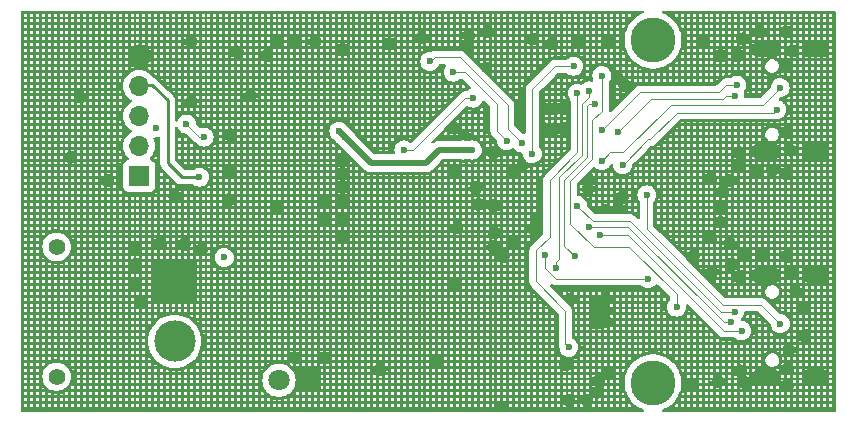
<source format=gbl>
G04 #@! TF.GenerationSoftware,KiCad,Pcbnew,8.0.3*
G04 #@! TF.CreationDate,2024-07-01T21:16:25+08:00*
G04 #@! TF.ProjectId,PD board,50442062-6f61-4726-942e-6b696361645f,rev?*
G04 #@! TF.SameCoordinates,Original*
G04 #@! TF.FileFunction,Copper,L2,Bot*
G04 #@! TF.FilePolarity,Positive*
%FSLAX46Y46*%
G04 Gerber Fmt 4.6, Leading zero omitted, Abs format (unit mm)*
G04 Created by KiCad (PCBNEW 8.0.3) date 2024-07-01 21:16:25*
%MOMM*%
%LPD*%
G01*
G04 APERTURE LIST*
G04 #@! TA.AperFunction,ComponentPad*
%ADD10C,1.400000*%
G04 #@! TD*
G04 #@! TA.AperFunction,ComponentPad*
%ADD11R,3.500000X3.500000*%
G04 #@! TD*
G04 #@! TA.AperFunction,ComponentPad*
%ADD12C,3.500000*%
G04 #@! TD*
G04 #@! TA.AperFunction,ComponentPad*
%ADD13O,2.100000X1.000000*%
G04 #@! TD*
G04 #@! TA.AperFunction,ComponentPad*
%ADD14O,1.800000X1.000000*%
G04 #@! TD*
G04 #@! TA.AperFunction,ComponentPad*
%ADD15R,1.800000X1.800000*%
G04 #@! TD*
G04 #@! TA.AperFunction,ComponentPad*
%ADD16C,1.800000*%
G04 #@! TD*
G04 #@! TA.AperFunction,ComponentPad*
%ADD17R,1.700000X1.700000*%
G04 #@! TD*
G04 #@! TA.AperFunction,ComponentPad*
%ADD18O,1.700000X1.700000*%
G04 #@! TD*
G04 #@! TA.AperFunction,ComponentPad*
%ADD19C,3.800000*%
G04 #@! TD*
G04 #@! TA.AperFunction,ViaPad*
%ADD20C,0.600000*%
G04 #@! TD*
G04 #@! TA.AperFunction,Conductor*
%ADD21C,0.220000*%
G04 #@! TD*
G04 #@! TA.AperFunction,Conductor*
%ADD22C,0.120000*%
G04 #@! TD*
G04 #@! TA.AperFunction,Conductor*
%ADD23C,0.500000*%
G04 #@! TD*
G04 APERTURE END LIST*
D10*
X53500000Y-81500000D03*
X53500000Y-70500000D03*
D11*
X63500000Y-73500000D03*
D12*
X63500000Y-78500000D03*
D13*
X113575000Y-81520000D03*
D14*
X117775000Y-81520000D03*
D13*
X113575000Y-72880000D03*
D14*
X117775000Y-72880000D03*
D15*
X74875000Y-81800000D03*
D16*
X72335000Y-81800000D03*
D17*
X60500000Y-64500000D03*
D18*
X60500000Y-61960000D03*
X60500000Y-59420000D03*
X60500000Y-56880000D03*
X60500000Y-54340000D03*
D19*
X104000000Y-82000000D03*
X104000000Y-53000000D03*
D13*
X113560000Y-62400000D03*
D14*
X117760000Y-62400000D03*
D13*
X113560000Y-53760000D03*
D14*
X117760000Y-53760000D03*
D20*
X60600000Y-75200000D03*
X72200000Y-67100000D03*
X76100000Y-68100000D03*
X76100000Y-66600000D03*
X61900000Y-60400000D03*
X67700000Y-71400000D03*
X112700000Y-64100000D03*
X87100000Y-60400000D03*
X88200000Y-53500000D03*
X114100000Y-64000000D03*
X95400000Y-53300000D03*
X69900000Y-57700000D03*
X85600000Y-80100000D03*
X54700000Y-62900000D03*
X84400000Y-52800000D03*
X63500000Y-66200000D03*
X65800000Y-70700000D03*
X115300000Y-71300000D03*
X76200000Y-79900000D03*
X101100000Y-67300000D03*
X93000000Y-63500000D03*
X107200000Y-82100000D03*
X57800000Y-64900000D03*
X96600000Y-80500000D03*
X110500000Y-64900000D03*
X55500000Y-57800000D03*
X98400000Y-83500000D03*
X111300000Y-62500000D03*
X77700000Y-66500000D03*
X90000000Y-52300000D03*
X116800000Y-78000000D03*
X60200000Y-72000000D03*
X111600000Y-52900000D03*
X90500000Y-70500000D03*
X115300000Y-55200000D03*
X68200000Y-61000000D03*
X96500000Y-60500000D03*
X88000000Y-61100000D03*
X77600000Y-69600000D03*
X89200000Y-66900000D03*
X96900000Y-83500000D03*
X115400000Y-80800000D03*
X64300000Y-70300000D03*
X77600000Y-68100000D03*
X89000000Y-65500000D03*
X75400000Y-53100000D03*
X94800000Y-58800000D03*
X99400000Y-81800000D03*
X88400000Y-52600000D03*
X68200000Y-64100000D03*
X99200000Y-76900000D03*
X91300000Y-84100000D03*
X100200000Y-81100000D03*
X115300000Y-64300000D03*
X87400000Y-68900000D03*
X68800000Y-54000000D03*
X80900000Y-80900000D03*
X115400000Y-82200000D03*
X109700000Y-54300000D03*
X99300000Y-82800000D03*
X115300000Y-52300000D03*
X111300000Y-73000000D03*
X111800000Y-82000000D03*
X100300000Y-53200000D03*
X93900000Y-69000000D03*
X108900000Y-69700000D03*
X101400000Y-66300000D03*
X115300000Y-60800000D03*
X77700000Y-53800000D03*
X115800000Y-72600000D03*
X64900000Y-53100000D03*
X73700000Y-79900000D03*
X72200000Y-53100000D03*
X109000000Y-72600000D03*
X115500000Y-79200000D03*
X111200000Y-63700000D03*
X109800000Y-67100000D03*
X93800000Y-52900000D03*
X92100000Y-64100000D03*
X109500000Y-81900000D03*
X98500000Y-65600000D03*
X108200000Y-53000000D03*
X64900000Y-58200000D03*
X111400000Y-81000000D03*
X77700000Y-65400000D03*
X111800000Y-71200000D03*
X100900000Y-56100000D03*
X113300000Y-71200000D03*
X95700000Y-60500000D03*
X73700000Y-53100000D03*
X90500000Y-67000000D03*
X60200000Y-70500000D03*
X116100000Y-74300000D03*
X111200000Y-54300000D03*
X110500000Y-70200000D03*
X108900000Y-64700000D03*
X115800000Y-53900000D03*
X90600000Y-69300000D03*
X71300000Y-54300000D03*
X96500000Y-58800000D03*
X99200000Y-75100000D03*
X110700000Y-72000000D03*
X99200000Y-76000000D03*
X94800000Y-60500000D03*
X91300000Y-71300000D03*
X99900000Y-67400000D03*
X92200000Y-70200000D03*
X77700000Y-64300000D03*
X60100000Y-73600000D03*
X87300000Y-64100000D03*
X89800000Y-55400000D03*
X109700000Y-68400000D03*
X62300000Y-70200000D03*
X68100000Y-66500000D03*
X94300000Y-68200000D03*
X98500000Y-64700000D03*
X115600000Y-62300000D03*
X87300000Y-73700000D03*
X81700000Y-53300000D03*
X116800000Y-75600000D03*
X101600000Y-56800000D03*
X97000000Y-74900000D03*
X100000000Y-74900000D03*
X95700000Y-58800000D03*
X97700000Y-53200000D03*
X90500000Y-62500000D03*
X100000000Y-75900000D03*
X107400000Y-71300000D03*
X100000000Y-76800000D03*
X77700000Y-63200000D03*
X113000000Y-52300000D03*
X109900000Y-65800000D03*
X65600000Y-64600000D03*
X99675000Y-63200000D03*
X114760000Y-57030000D03*
X114485000Y-58880000D03*
X101425000Y-63550000D03*
X99675000Y-56000000D03*
X106000000Y-75600000D03*
X82900000Y-62300000D03*
X88800000Y-57900000D03*
X99085000Y-58380000D03*
X97375000Y-71300000D03*
X97275000Y-55200000D03*
X93775000Y-62600000D03*
X96875000Y-79000000D03*
X97575000Y-57500000D03*
X92913750Y-61713750D03*
X85100000Y-54800000D03*
X87100000Y-55700000D03*
X91600000Y-61500000D03*
X66000000Y-61200000D03*
X64500000Y-60100000D03*
X95785000Y-72250000D03*
X98575000Y-57300000D03*
X111100000Y-56800000D03*
X99700000Y-60600000D03*
X103600000Y-73200000D03*
X94875000Y-71200000D03*
X97600000Y-67000000D03*
X110900000Y-76000000D03*
X114775000Y-77000000D03*
X103475000Y-66100000D03*
X98575000Y-68800000D03*
X110600000Y-76900000D03*
X111500000Y-77600000D03*
X99500000Y-69500000D03*
X77900000Y-61200000D03*
X88700000Y-62300000D03*
X87900000Y-62300000D03*
X77400000Y-60700000D03*
X101000000Y-60800000D03*
X110900000Y-57700000D03*
D21*
X64100000Y-64600000D02*
X62900000Y-63400000D01*
X62900000Y-63400000D02*
X62900000Y-58100000D01*
X62900000Y-58100000D02*
X61555000Y-56755000D01*
X61555000Y-56755000D02*
X60775000Y-56755000D01*
X65600000Y-64600000D02*
X64100000Y-64600000D01*
D22*
X100375000Y-62500000D02*
X99675000Y-63200000D01*
X105495000Y-58480000D02*
X101475000Y-62500000D01*
X113310000Y-58480000D02*
X105495000Y-58480000D01*
X101475000Y-62500000D02*
X100375000Y-62500000D01*
X114760000Y-57030000D02*
X113310000Y-58480000D01*
X101425000Y-63550000D02*
X103575000Y-61400000D01*
X103575000Y-61400000D02*
X103775000Y-61400000D01*
X106045000Y-59130000D02*
X114235000Y-59130000D01*
X114235000Y-59130000D02*
X114485000Y-58880000D01*
X103775000Y-61400000D02*
X106045000Y-59130000D01*
X97000000Y-64900000D02*
X98875000Y-63025000D01*
X98875000Y-63025000D02*
X98875000Y-59800000D01*
X99675000Y-59000000D02*
X99675000Y-56000000D01*
X98875000Y-59800000D02*
X99675000Y-59000000D01*
X102000000Y-70500000D02*
X98975000Y-70500000D01*
X98975000Y-70500000D02*
X97000000Y-68525000D01*
X106000000Y-75600000D02*
X106000000Y-74500000D01*
X97000000Y-68525000D02*
X97000000Y-64900000D01*
X106000000Y-74500000D02*
X102000000Y-70500000D01*
X88800000Y-57900000D02*
X88100000Y-57900000D01*
X83700000Y-62300000D02*
X82900000Y-62300000D01*
X88100000Y-57900000D02*
X83700000Y-62300000D01*
X96475000Y-70400000D02*
X96475000Y-64825000D01*
X98400000Y-58565000D02*
X98585000Y-58380000D01*
X98585000Y-58380000D02*
X99085000Y-58380000D01*
X96475000Y-64825000D02*
X98400000Y-62900000D01*
X98400000Y-62900000D02*
X98400000Y-58565000D01*
X97375000Y-71300000D02*
X96475000Y-70400000D01*
X95700000Y-55200000D02*
X93775000Y-57125000D01*
X97275000Y-55200000D02*
X95700000Y-55200000D01*
X93775000Y-62600000D02*
X93775000Y-62700000D01*
X93775000Y-57125000D02*
X93775000Y-62600000D01*
X97600000Y-62500000D02*
X97600000Y-57525000D01*
X96875000Y-79000000D02*
X96575000Y-78700000D01*
X96575000Y-78700000D02*
X96575000Y-75900000D01*
X96575000Y-75900000D02*
X94100000Y-73425000D01*
X94100000Y-73425000D02*
X94100000Y-70800000D01*
X94100000Y-70800000D02*
X95275000Y-69625000D01*
X95275000Y-64825000D02*
X97600000Y-62500000D01*
X95275000Y-69625000D02*
X95275000Y-64825000D01*
X97600000Y-57525000D02*
X97575000Y-57500000D01*
X91700000Y-60500000D02*
X91700000Y-58500000D01*
X92913750Y-61713750D02*
X91700000Y-60500000D01*
X91700000Y-58500000D02*
X87650000Y-54450000D01*
X85200000Y-54800000D02*
X85100000Y-54800000D01*
X87650000Y-54450000D02*
X85550000Y-54450000D01*
X85550000Y-54450000D02*
X85200000Y-54800000D01*
X90800000Y-58400000D02*
X88100000Y-55700000D01*
X90800000Y-60700000D02*
X90800000Y-58400000D01*
X65600000Y-61200000D02*
X66000000Y-61200000D01*
X64500000Y-60100000D02*
X65600000Y-61200000D01*
X91600000Y-61500000D02*
X90800000Y-60700000D01*
X88100000Y-55700000D02*
X87100000Y-55700000D01*
X96075000Y-71490000D02*
X95785000Y-71780000D01*
X96075000Y-64625000D02*
X96075000Y-71490000D01*
X95785000Y-71780000D02*
X95785000Y-72250000D01*
X98000000Y-58375000D02*
X98000000Y-62700000D01*
X95885000Y-72350000D02*
X95785000Y-72250000D01*
X98000000Y-62700000D02*
X96075000Y-64625000D01*
X95885000Y-72150000D02*
X95785000Y-72250000D01*
X98575000Y-57800000D02*
X98000000Y-58375000D01*
X98575000Y-57300000D02*
X98575000Y-57800000D01*
X95785000Y-72250000D02*
X95685000Y-72150000D01*
X109600000Y-57400000D02*
X110200000Y-56800000D01*
X99700000Y-60600000D02*
X102900000Y-57400000D01*
X102900000Y-57400000D02*
X109600000Y-57400000D01*
X110200000Y-56800000D02*
X111100000Y-56800000D01*
X95800000Y-73200000D02*
X94875000Y-72275000D01*
X103600000Y-73200000D02*
X95800000Y-73200000D01*
X94875000Y-72275000D02*
X94875000Y-71200000D01*
X102075000Y-68300000D02*
X109775000Y-76000000D01*
X109775000Y-76000000D02*
X110900000Y-76000000D01*
X97600000Y-67000000D02*
X98900000Y-68300000D01*
X98900000Y-68300000D02*
X102075000Y-68300000D01*
X109900000Y-75400000D02*
X113175000Y-75400000D01*
X103475000Y-68975000D02*
X109900000Y-75400000D01*
X103475000Y-66100000D02*
X103475000Y-68975000D01*
X113175000Y-75400000D02*
X114775000Y-77000000D01*
X101900000Y-68800000D02*
X110000000Y-76900000D01*
X110000000Y-76900000D02*
X110600000Y-76900000D01*
X98575000Y-68800000D02*
X101900000Y-68800000D01*
X101900000Y-69500000D02*
X110000000Y-77600000D01*
X110000000Y-77600000D02*
X111500000Y-77600000D01*
X99500000Y-69500000D02*
X101900000Y-69500000D01*
D23*
X77900000Y-61200000D02*
X80100000Y-63400000D01*
X77400000Y-60700000D02*
X77900000Y-61200000D01*
X84800000Y-63400000D02*
X85900000Y-62300000D01*
X80100000Y-63400000D02*
X84800000Y-63400000D01*
X85900000Y-62300000D02*
X88700000Y-62300000D01*
D22*
X103800000Y-58000000D02*
X101000000Y-60800000D01*
X110900000Y-57700000D02*
X110200000Y-57700000D01*
X110200000Y-57700000D02*
X109900000Y-58000000D01*
X109900000Y-58000000D02*
X103800000Y-58000000D01*
G04 #@! TA.AperFunction,Conductor*
G36*
X103209133Y-50520185D02*
G01*
X103254888Y-50572989D01*
X103264832Y-50642147D01*
X103235807Y-50705703D01*
X103187741Y-50739792D01*
X102975904Y-50823663D01*
X102975903Y-50823664D01*
X102711205Y-50969184D01*
X102711193Y-50969191D01*
X102466846Y-51146719D01*
X102466836Y-51146727D01*
X102246652Y-51353494D01*
X102054111Y-51586236D01*
X101892268Y-51841261D01*
X101892265Y-51841267D01*
X101763661Y-52114563D01*
X101763659Y-52114568D01*
X101670320Y-52401835D01*
X101613719Y-52698546D01*
X101613718Y-52698553D01*
X101594754Y-52999994D01*
X101594754Y-53000005D01*
X101613718Y-53301446D01*
X101613719Y-53301453D01*
X101670320Y-53598164D01*
X101763659Y-53885431D01*
X101763661Y-53885436D01*
X101892265Y-54158732D01*
X101892268Y-54158738D01*
X102054111Y-54413763D01*
X102054114Y-54413767D01*
X102054115Y-54413768D01*
X102246651Y-54646504D01*
X102463858Y-54850476D01*
X102466836Y-54853272D01*
X102466846Y-54853280D01*
X102711193Y-55030808D01*
X102711198Y-55030810D01*
X102711205Y-55030816D01*
X102975896Y-55176332D01*
X102975901Y-55176334D01*
X102975903Y-55176335D01*
X102975904Y-55176336D01*
X103256734Y-55287524D01*
X103256737Y-55287525D01*
X103314135Y-55302262D01*
X103549302Y-55362642D01*
X103680797Y-55379254D01*
X103848963Y-55400499D01*
X103848969Y-55400499D01*
X103848973Y-55400500D01*
X103848975Y-55400500D01*
X104151025Y-55400500D01*
X104151027Y-55400500D01*
X104151032Y-55400499D01*
X104151036Y-55400499D01*
X104267751Y-55385754D01*
X104450698Y-55362642D01*
X104676837Y-55304580D01*
X105357500Y-55304580D01*
X105357500Y-55509500D01*
X105609500Y-55509500D01*
X105858500Y-55509500D01*
X106110500Y-55509500D01*
X106359500Y-55509500D01*
X106611500Y-55509500D01*
X106860500Y-55509500D01*
X107112500Y-55509500D01*
X107361500Y-55509500D01*
X107613500Y-55509500D01*
X107862500Y-55509500D01*
X108114500Y-55509500D01*
X108363500Y-55509500D01*
X108615500Y-55509500D01*
X108864500Y-55509500D01*
X109116500Y-55509500D01*
X109365500Y-55509500D01*
X109617500Y-55509500D01*
X109866500Y-55509500D01*
X110118500Y-55509500D01*
X110367500Y-55509500D01*
X110619500Y-55509500D01*
X110868500Y-55509500D01*
X111120500Y-55509500D01*
X111369500Y-55509500D01*
X111621500Y-55509500D01*
X111870500Y-55509500D01*
X112122500Y-55509500D01*
X112371500Y-55509500D01*
X112623500Y-55509500D01*
X112872500Y-55509500D01*
X113124500Y-55509500D01*
X113124500Y-55257500D01*
X112872500Y-55257500D01*
X112872500Y-55509500D01*
X112623500Y-55509500D01*
X112623500Y-55257500D01*
X112371500Y-55257500D01*
X112371500Y-55509500D01*
X112122500Y-55509500D01*
X112122500Y-55257500D01*
X111870500Y-55257500D01*
X111870500Y-55509500D01*
X111621500Y-55509500D01*
X111621500Y-55257500D01*
X111369500Y-55257500D01*
X111369500Y-55509500D01*
X111120500Y-55509500D01*
X111120500Y-55257500D01*
X110868500Y-55257500D01*
X110868500Y-55509500D01*
X110619500Y-55509500D01*
X110619500Y-55257500D01*
X110367500Y-55257500D01*
X110367500Y-55509500D01*
X110118500Y-55509500D01*
X110118500Y-55257500D01*
X109866500Y-55257500D01*
X109866500Y-55509500D01*
X109617500Y-55509500D01*
X109617500Y-55257500D01*
X109365500Y-55257500D01*
X109365500Y-55509500D01*
X109116500Y-55509500D01*
X109116500Y-55257500D01*
X108864500Y-55257500D01*
X108864500Y-55509500D01*
X108615500Y-55509500D01*
X108615500Y-55257500D01*
X108363500Y-55257500D01*
X108363500Y-55509500D01*
X108114500Y-55509500D01*
X108114500Y-55257500D01*
X107862500Y-55257500D01*
X107862500Y-55509500D01*
X107613500Y-55509500D01*
X107613500Y-55257500D01*
X107361500Y-55257500D01*
X107361500Y-55509500D01*
X107112500Y-55509500D01*
X107112500Y-55257500D01*
X106860500Y-55257500D01*
X106860500Y-55509500D01*
X106611500Y-55509500D01*
X106611500Y-55257500D01*
X106359500Y-55257500D01*
X106359500Y-55509500D01*
X106110500Y-55509500D01*
X106110500Y-55257500D01*
X105858500Y-55257500D01*
X105858500Y-55509500D01*
X105609500Y-55509500D01*
X105609500Y-55257500D01*
X105441010Y-55257500D01*
X105438689Y-55259025D01*
X105431444Y-55263622D01*
X105428225Y-55265596D01*
X105427550Y-55265996D01*
X105424072Y-55267982D01*
X105357500Y-55304580D01*
X104676837Y-55304580D01*
X104743262Y-55287525D01*
X104743265Y-55287524D01*
X105024095Y-55176336D01*
X105024096Y-55176335D01*
X105024094Y-55176335D01*
X105024104Y-55176332D01*
X105137059Y-55114234D01*
X113504500Y-55114234D01*
X113504500Y-55265766D01*
X113517748Y-55315210D01*
X113543719Y-55412136D01*
X113578582Y-55472520D01*
X113619485Y-55543365D01*
X113726635Y-55650515D01*
X113857865Y-55726281D01*
X114004234Y-55765500D01*
X114004236Y-55765500D01*
X114155764Y-55765500D01*
X114155766Y-55765500D01*
X114302135Y-55726281D01*
X114433365Y-55650515D01*
X114540515Y-55543365D01*
X114560067Y-55509500D01*
X115878500Y-55509500D01*
X116130500Y-55509500D01*
X116379500Y-55509500D01*
X116631500Y-55509500D01*
X116880500Y-55509500D01*
X117132500Y-55509500D01*
X117381500Y-55509500D01*
X117633500Y-55509500D01*
X117882500Y-55509500D01*
X118134500Y-55509500D01*
X118383500Y-55509500D01*
X118635500Y-55509500D01*
X118884500Y-55509500D01*
X119136500Y-55509500D01*
X119136500Y-55257500D01*
X118884500Y-55257500D01*
X118884500Y-55509500D01*
X118635500Y-55509500D01*
X118635500Y-55257500D01*
X118383500Y-55257500D01*
X118383500Y-55509500D01*
X118134500Y-55509500D01*
X118134500Y-55257500D01*
X117882500Y-55257500D01*
X117882500Y-55509500D01*
X117633500Y-55509500D01*
X117633500Y-55257500D01*
X117381500Y-55257500D01*
X117381500Y-55509500D01*
X117132500Y-55509500D01*
X117132500Y-55257500D01*
X116880500Y-55257500D01*
X116880500Y-55509500D01*
X116631500Y-55509500D01*
X116631500Y-55257500D01*
X116379500Y-55257500D01*
X116379500Y-55509500D01*
X116130500Y-55509500D01*
X116130500Y-55257500D01*
X115878500Y-55257500D01*
X115878500Y-55509500D01*
X114560067Y-55509500D01*
X114616281Y-55412135D01*
X114655500Y-55265766D01*
X114655500Y-55114234D01*
X114627169Y-55008500D01*
X115878500Y-55008500D01*
X116130500Y-55008500D01*
X116379500Y-55008500D01*
X116631500Y-55008500D01*
X116880500Y-55008500D01*
X117132500Y-55008500D01*
X117381500Y-55008500D01*
X117633500Y-55008500D01*
X117882500Y-55008500D01*
X118134500Y-55008500D01*
X118383500Y-55008500D01*
X118635500Y-55008500D01*
X118884500Y-55008500D01*
X119136500Y-55008500D01*
X119136500Y-54756500D01*
X118884500Y-54756500D01*
X118884500Y-55008500D01*
X118635500Y-55008500D01*
X118635500Y-54756500D01*
X118383500Y-54756500D01*
X118383500Y-55008500D01*
X118134500Y-55008500D01*
X118134500Y-54756500D01*
X117882500Y-54756500D01*
X117882500Y-55008500D01*
X117633500Y-55008500D01*
X117633500Y-54756500D01*
X117381500Y-54756500D01*
X117381500Y-55008500D01*
X117132500Y-55008500D01*
X117132500Y-54756500D01*
X116880500Y-54756500D01*
X116880500Y-55008500D01*
X116631500Y-55008500D01*
X116631500Y-54756500D01*
X116379500Y-54756500D01*
X116379500Y-55008500D01*
X116130500Y-55008500D01*
X116130500Y-54756500D01*
X115878500Y-54756500D01*
X115878500Y-55008500D01*
X114627169Y-55008500D01*
X114616281Y-54967865D01*
X114608518Y-54954420D01*
X114601000Y-54941397D01*
X114546555Y-54847097D01*
X114876500Y-54847097D01*
X114959396Y-54764201D01*
X114969995Y-54756500D01*
X114876500Y-54756500D01*
X114876500Y-54847097D01*
X114546555Y-54847097D01*
X114540515Y-54836635D01*
X114433365Y-54729485D01*
X114343666Y-54677697D01*
X114302136Y-54653719D01*
X114228950Y-54634109D01*
X114155766Y-54614500D01*
X114004234Y-54614500D01*
X113857863Y-54653719D01*
X113726635Y-54729485D01*
X113726632Y-54729487D01*
X113619487Y-54836632D01*
X113619485Y-54836635D01*
X113543719Y-54967863D01*
X113525256Y-55036770D01*
X113504500Y-55114234D01*
X105137059Y-55114234D01*
X105288795Y-55030816D01*
X105438208Y-54922262D01*
X105858500Y-54922262D01*
X105858500Y-55008500D01*
X106110500Y-55008500D01*
X106359500Y-55008500D01*
X106611500Y-55008500D01*
X106860500Y-55008500D01*
X107112500Y-55008500D01*
X107361500Y-55008500D01*
X107613500Y-55008500D01*
X107862500Y-55008500D01*
X108114500Y-55008500D01*
X108363500Y-55008500D01*
X108615500Y-55008500D01*
X108864500Y-55008500D01*
X109116500Y-55008500D01*
X109365500Y-55008500D01*
X109617500Y-55008500D01*
X109617500Y-54842776D01*
X109547633Y-54831711D01*
X109533500Y-54827119D01*
X109866500Y-54827119D01*
X109866500Y-55008500D01*
X110118500Y-55008500D01*
X110367500Y-55008500D01*
X110619500Y-55008500D01*
X110868500Y-55008500D01*
X111120500Y-55008500D01*
X111120500Y-54843251D01*
X111047633Y-54831711D01*
X111030499Y-54826144D01*
X111369500Y-54826144D01*
X111369500Y-55008500D01*
X111621500Y-55008500D01*
X111870500Y-55008500D01*
X112122500Y-55008500D01*
X112371500Y-55008500D01*
X112623500Y-55008500D01*
X112872500Y-55008500D01*
X113124500Y-55008500D01*
X113124500Y-54756500D01*
X112872500Y-54756500D01*
X112872500Y-55008500D01*
X112623500Y-55008500D01*
X112623500Y-54756500D01*
X112371500Y-54756500D01*
X112371500Y-55008500D01*
X112122500Y-55008500D01*
X112122500Y-54756500D01*
X111870500Y-54756500D01*
X111870500Y-55008500D01*
X111621500Y-55008500D01*
X111621500Y-54756500D01*
X111512112Y-54756500D01*
X111509218Y-54758603D01*
X111389264Y-54819723D01*
X111369500Y-54826144D01*
X111030499Y-54826144D01*
X111010736Y-54819723D01*
X110890782Y-54758603D01*
X110887888Y-54756500D01*
X110868500Y-54756500D01*
X110868500Y-55008500D01*
X110619500Y-55008500D01*
X110619500Y-54756500D01*
X110367500Y-54756500D01*
X110367500Y-55008500D01*
X110118500Y-55008500D01*
X110118500Y-54756500D01*
X110012112Y-54756500D01*
X110009218Y-54758603D01*
X109889264Y-54819723D01*
X109866500Y-54827119D01*
X109533500Y-54827119D01*
X109510736Y-54819723D01*
X109390782Y-54758603D01*
X109387888Y-54756500D01*
X109365500Y-54756500D01*
X109365500Y-55008500D01*
X109116500Y-55008500D01*
X109116500Y-54756500D01*
X108864500Y-54756500D01*
X108864500Y-55008500D01*
X108615500Y-55008500D01*
X108615500Y-54756500D01*
X108363500Y-54756500D01*
X108363500Y-55008500D01*
X108114500Y-55008500D01*
X108114500Y-54756500D01*
X107862500Y-54756500D01*
X107862500Y-55008500D01*
X107613500Y-55008500D01*
X107613500Y-54756500D01*
X107361500Y-54756500D01*
X107361500Y-55008500D01*
X107112500Y-55008500D01*
X107112500Y-54756500D01*
X106860500Y-54756500D01*
X106860500Y-55008500D01*
X106611500Y-55008500D01*
X106611500Y-54756500D01*
X106359500Y-54756500D01*
X106359500Y-55008500D01*
X106110500Y-55008500D01*
X106110500Y-54756500D01*
X106016661Y-54756500D01*
X105960964Y-54823826D01*
X105958525Y-54826685D01*
X105958006Y-54827275D01*
X105955287Y-54830267D01*
X105949414Y-54836520D01*
X105946710Y-54839309D01*
X105946155Y-54839864D01*
X105943358Y-54842575D01*
X105858500Y-54922262D01*
X105438208Y-54922262D01*
X105533162Y-54853274D01*
X105753349Y-54646504D01*
X105945885Y-54413768D01*
X106040370Y-54264883D01*
X106359500Y-54264883D01*
X106359500Y-54507500D01*
X106611500Y-54507500D01*
X106860500Y-54507500D01*
X107112500Y-54507500D01*
X107361500Y-54507500D01*
X107613500Y-54507500D01*
X107862500Y-54507500D01*
X108114500Y-54507500D01*
X108363500Y-54507500D01*
X108615500Y-54507500D01*
X108864500Y-54507500D01*
X109116500Y-54507500D01*
X110367500Y-54507500D01*
X110619500Y-54507500D01*
X111870500Y-54507500D01*
X112122500Y-54507500D01*
X112371500Y-54507500D01*
X112623500Y-54507500D01*
X112872500Y-54507500D01*
X113124500Y-54507500D01*
X113373500Y-54507500D01*
X113567480Y-54507500D01*
X113567537Y-54507456D01*
X113574156Y-54502714D01*
X113575517Y-54501805D01*
X113582386Y-54497534D01*
X113625500Y-54472641D01*
X113625500Y-54458500D01*
X113373500Y-54458500D01*
X113373500Y-54507500D01*
X113124500Y-54507500D01*
X113124500Y-54458500D01*
X112934366Y-54458500D01*
X112902272Y-54454275D01*
X112872500Y-54446297D01*
X112872500Y-54507500D01*
X112623500Y-54507500D01*
X112623500Y-54398915D01*
X114400365Y-54398915D01*
X114414865Y-54404920D01*
X114422268Y-54408274D01*
X114423736Y-54408998D01*
X114430889Y-54412821D01*
X114577614Y-54497534D01*
X114584483Y-54501805D01*
X114585844Y-54502714D01*
X114592463Y-54507456D01*
X114592520Y-54507500D01*
X114627500Y-54507500D01*
X114876500Y-54507500D01*
X115128500Y-54507500D01*
X115377500Y-54507500D01*
X115629500Y-54507500D01*
X115629500Y-54443410D01*
X115878500Y-54443410D01*
X115878500Y-54507500D01*
X116130500Y-54507500D01*
X116379500Y-54507500D01*
X116631500Y-54507500D01*
X116880500Y-54507500D01*
X117132500Y-54507500D01*
X117381500Y-54507500D01*
X117633500Y-54507500D01*
X117882500Y-54507500D01*
X118134500Y-54507500D01*
X118134500Y-54458500D01*
X117882500Y-54458500D01*
X117882500Y-54507500D01*
X117633500Y-54507500D01*
X117633500Y-54458500D01*
X117381500Y-54458500D01*
X117381500Y-54507500D01*
X117132500Y-54507500D01*
X117132500Y-54423253D01*
X118383500Y-54423253D01*
X118383500Y-54507500D01*
X118635500Y-54507500D01*
X118884500Y-54507500D01*
X119136500Y-54507500D01*
X119136500Y-54255500D01*
X118884500Y-54255500D01*
X118884500Y-54507500D01*
X118635500Y-54507500D01*
X118635500Y-54272327D01*
X118600432Y-54307395D01*
X118574751Y-54327101D01*
X118443749Y-54402735D01*
X118413843Y-54415123D01*
X118383500Y-54423253D01*
X117132500Y-54423253D01*
X117132500Y-54422181D01*
X117106157Y-54415123D01*
X117076251Y-54402735D01*
X116945249Y-54327101D01*
X116919568Y-54307395D01*
X116880500Y-54268327D01*
X116880500Y-54507500D01*
X116631500Y-54507500D01*
X116631500Y-54255500D01*
X116379500Y-54255500D01*
X116379500Y-54507500D01*
X116130500Y-54507500D01*
X116130500Y-54343140D01*
X116109218Y-54358603D01*
X115989264Y-54419723D01*
X115952367Y-54431711D01*
X115878500Y-54443410D01*
X115629500Y-54443410D01*
X115629500Y-54425819D01*
X115610736Y-54419723D01*
X115490782Y-54358603D01*
X115459396Y-54335799D01*
X115379097Y-54255500D01*
X115377500Y-54255500D01*
X115377500Y-54507500D01*
X115128500Y-54507500D01*
X115128500Y-54255500D01*
X114876500Y-54255500D01*
X114876500Y-54507500D01*
X114627500Y-54507500D01*
X114627500Y-54255500D01*
X114602327Y-54255500D01*
X114550432Y-54307395D01*
X114524751Y-54327101D01*
X114400365Y-54398915D01*
X112623500Y-54398915D01*
X112623500Y-54343411D01*
X112595249Y-54327101D01*
X112569568Y-54307395D01*
X112517673Y-54255500D01*
X112371500Y-54255500D01*
X112371500Y-54507500D01*
X112122500Y-54507500D01*
X112122500Y-54255500D01*
X111870500Y-54255500D01*
X111870500Y-54507500D01*
X110619500Y-54507500D01*
X110619500Y-54255500D01*
X110367500Y-54255500D01*
X110367500Y-54507500D01*
X109116500Y-54507500D01*
X109116500Y-54255500D01*
X108864500Y-54255500D01*
X108864500Y-54507500D01*
X108615500Y-54507500D01*
X108615500Y-54255500D01*
X108363500Y-54255500D01*
X108363500Y-54507500D01*
X108114500Y-54507500D01*
X108114500Y-54255500D01*
X107862500Y-54255500D01*
X107862500Y-54507500D01*
X107613500Y-54507500D01*
X107613500Y-54255500D01*
X107361500Y-54255500D01*
X107361500Y-54507500D01*
X107112500Y-54507500D01*
X107112500Y-54255500D01*
X106860500Y-54255500D01*
X106860500Y-54507500D01*
X106611500Y-54507500D01*
X106611500Y-54255500D01*
X106363915Y-54255500D01*
X106359500Y-54264883D01*
X106040370Y-54264883D01*
X106107733Y-54158736D01*
X106179370Y-54006500D01*
X106481086Y-54006500D01*
X106611500Y-54006500D01*
X106860500Y-54006500D01*
X107112500Y-54006500D01*
X107361500Y-54006500D01*
X107613500Y-54006500D01*
X107862500Y-54006500D01*
X108114500Y-54006500D01*
X108363500Y-54006500D01*
X108615500Y-54006500D01*
X108864500Y-54006500D01*
X109116500Y-54006500D01*
X110367500Y-54006500D01*
X110619500Y-54006500D01*
X111870500Y-54006500D01*
X112122500Y-54006500D01*
X114876500Y-54006500D01*
X115128500Y-54006500D01*
X116379500Y-54006500D01*
X116631500Y-54006500D01*
X118884500Y-54006500D01*
X119136500Y-54006500D01*
X119136500Y-53754500D01*
X118884500Y-53754500D01*
X118884500Y-54006500D01*
X116631500Y-54006500D01*
X116631500Y-53754500D01*
X116379500Y-53754500D01*
X116379500Y-54006500D01*
X115128500Y-54006500D01*
X115128500Y-53754500D01*
X114876500Y-53754500D01*
X114876500Y-54006500D01*
X112122500Y-54006500D01*
X112122500Y-53754500D01*
X111870500Y-53754500D01*
X111870500Y-54006500D01*
X110619500Y-54006500D01*
X110619500Y-53857586D01*
X110868500Y-53857586D01*
X110890782Y-53841397D01*
X111010736Y-53780277D01*
X111030502Y-53773855D01*
X111369500Y-53773855D01*
X111389264Y-53780277D01*
X111509218Y-53841397D01*
X111540604Y-53864201D01*
X111621500Y-53945097D01*
X111621500Y-53754500D01*
X111369500Y-53754500D01*
X111369500Y-53773855D01*
X111030502Y-53773855D01*
X111047633Y-53768289D01*
X111120500Y-53756748D01*
X111120500Y-53754500D01*
X110868500Y-53754500D01*
X110868500Y-53857586D01*
X110619500Y-53857586D01*
X110619500Y-53754500D01*
X110367500Y-53754500D01*
X110367500Y-54006500D01*
X109116500Y-54006500D01*
X109116500Y-53859766D01*
X109365500Y-53859766D01*
X109390782Y-53841397D01*
X109510736Y-53780277D01*
X109533503Y-53772880D01*
X109866500Y-53772880D01*
X109889264Y-53780277D01*
X110009218Y-53841397D01*
X110040604Y-53864201D01*
X110118500Y-53942097D01*
X110118500Y-53754500D01*
X109866500Y-53754500D01*
X109866500Y-53772880D01*
X109533503Y-53772880D01*
X109547633Y-53768289D01*
X109617500Y-53757223D01*
X109617500Y-53754500D01*
X109365500Y-53754500D01*
X109365500Y-53859766D01*
X109116500Y-53859766D01*
X109116500Y-53754500D01*
X108864500Y-53754500D01*
X108864500Y-54006500D01*
X108615500Y-54006500D01*
X108615500Y-53754500D01*
X108363500Y-53754500D01*
X108363500Y-54006500D01*
X108114500Y-54006500D01*
X108114500Y-53754500D01*
X107862500Y-53754500D01*
X107862500Y-54006500D01*
X107613500Y-54006500D01*
X107613500Y-53754500D01*
X107361500Y-53754500D01*
X107361500Y-54006500D01*
X107112500Y-54006500D01*
X107112500Y-53754500D01*
X106860500Y-53754500D01*
X106860500Y-54006500D01*
X106611500Y-54006500D01*
X106611500Y-53754500D01*
X106565932Y-53754500D01*
X106494654Y-53973871D01*
X106493377Y-53977599D01*
X106493111Y-53978337D01*
X106491753Y-53981930D01*
X106488595Y-53989908D01*
X106487101Y-53993515D01*
X106486789Y-53994236D01*
X106485186Y-53997786D01*
X106481086Y-54006500D01*
X106179370Y-54006500D01*
X106236341Y-53885430D01*
X106329681Y-53598160D01*
X106347357Y-53505500D01*
X106860500Y-53505500D01*
X107112500Y-53505500D01*
X107361500Y-53505500D01*
X107613500Y-53505500D01*
X107862500Y-53505500D01*
X107982822Y-53505500D01*
X108417178Y-53505500D01*
X108615500Y-53505500D01*
X108864500Y-53505500D01*
X109116500Y-53505500D01*
X109365500Y-53505500D01*
X109617500Y-53505500D01*
X109866500Y-53505500D01*
X110118500Y-53505500D01*
X110367500Y-53505500D01*
X110619500Y-53505500D01*
X110868500Y-53505500D01*
X111120500Y-53505500D01*
X111369500Y-53505500D01*
X111621500Y-53505500D01*
X111621500Y-53452438D01*
X111619398Y-53452771D01*
X111580602Y-53452771D01*
X111447633Y-53431711D01*
X111410736Y-53419723D01*
X111369500Y-53398712D01*
X111369500Y-53505500D01*
X111120500Y-53505500D01*
X111120500Y-53378330D01*
X111870500Y-53378330D01*
X111870500Y-53505500D01*
X112122500Y-53505500D01*
X114876500Y-53505500D01*
X115128500Y-53505500D01*
X115377500Y-53505500D01*
X115418097Y-53505500D01*
X116379500Y-53505500D01*
X116631500Y-53505500D01*
X118884500Y-53505500D01*
X119136500Y-53505500D01*
X119136500Y-53253500D01*
X118884500Y-53253500D01*
X118884500Y-53505500D01*
X116631500Y-53505500D01*
X116631500Y-53253500D01*
X116379500Y-53253500D01*
X116379500Y-53505500D01*
X115418097Y-53505500D01*
X115459396Y-53464201D01*
X115490782Y-53441397D01*
X115610736Y-53380277D01*
X115629500Y-53374180D01*
X115629500Y-53356589D01*
X115878500Y-53356589D01*
X115952367Y-53368289D01*
X115989264Y-53380277D01*
X116109218Y-53441397D01*
X116130500Y-53456859D01*
X116130500Y-53253500D01*
X115878500Y-53253500D01*
X115878500Y-53356589D01*
X115629500Y-53356589D01*
X115629500Y-53253500D01*
X115377500Y-53253500D01*
X115377500Y-53505500D01*
X115128500Y-53505500D01*
X115128500Y-53253500D01*
X114876500Y-53253500D01*
X114876500Y-53505500D01*
X112122500Y-53505500D01*
X112122500Y-53468915D01*
X112371500Y-53468915D01*
X112442899Y-53345249D01*
X112462605Y-53319568D01*
X112528673Y-53253500D01*
X114591327Y-53253500D01*
X114627500Y-53289673D01*
X114627500Y-53253500D01*
X114591327Y-53253500D01*
X112528673Y-53253500D01*
X112371500Y-53253500D01*
X112371500Y-53468915D01*
X112122500Y-53468915D01*
X112122500Y-53253500D01*
X112022903Y-53253500D01*
X111940604Y-53335799D01*
X111909218Y-53358603D01*
X111870500Y-53378330D01*
X111120500Y-53378330D01*
X111120500Y-53253500D01*
X110868500Y-53253500D01*
X110868500Y-53505500D01*
X110619500Y-53505500D01*
X110619500Y-53253500D01*
X110367500Y-53253500D01*
X110367500Y-53505500D01*
X110118500Y-53505500D01*
X110118500Y-53253500D01*
X109866500Y-53253500D01*
X109866500Y-53505500D01*
X109617500Y-53505500D01*
X109617500Y-53253500D01*
X109365500Y-53253500D01*
X109365500Y-53505500D01*
X109116500Y-53505500D01*
X109116500Y-53253500D01*
X108864500Y-53253500D01*
X108864500Y-53505500D01*
X108615500Y-53505500D01*
X108615500Y-53360903D01*
X108540604Y-53435799D01*
X108509218Y-53458603D01*
X108417178Y-53505500D01*
X107982822Y-53505500D01*
X107890782Y-53458603D01*
X107862500Y-53438054D01*
X107862500Y-53505500D01*
X107613500Y-53505500D01*
X107613500Y-53253500D01*
X107361500Y-53253500D01*
X107361500Y-53505500D01*
X107112500Y-53505500D01*
X107112500Y-53253500D01*
X106860500Y-53253500D01*
X106860500Y-53505500D01*
X106347357Y-53505500D01*
X106386280Y-53301457D01*
X106386281Y-53301446D01*
X106404963Y-53004500D01*
X106860500Y-53004500D01*
X107112500Y-53004500D01*
X107361500Y-53004500D01*
X107613500Y-53004500D01*
X108864500Y-53004500D01*
X109116500Y-53004500D01*
X109365500Y-53004500D01*
X109617500Y-53004500D01*
X109866500Y-53004500D01*
X110118500Y-53004500D01*
X110367500Y-53004500D01*
X110619500Y-53004500D01*
X110868500Y-53004500D01*
X111060708Y-53004500D01*
X112371500Y-53004500D01*
X112623500Y-53004500D01*
X112872500Y-53004500D01*
X113124500Y-53004500D01*
X113373500Y-53004500D01*
X113625500Y-53004500D01*
X113874500Y-53004500D01*
X114126500Y-53004500D01*
X114375500Y-53004500D01*
X114627500Y-53004500D01*
X114876500Y-53004500D01*
X115128500Y-53004500D01*
X115128500Y-52843568D01*
X115377500Y-52843568D01*
X115377500Y-53004500D01*
X115629500Y-53004500D01*
X115878500Y-53004500D01*
X116130500Y-53004500D01*
X116379500Y-53004500D01*
X116631500Y-53004500D01*
X116880500Y-53004500D01*
X117132500Y-53004500D01*
X117381500Y-53004500D01*
X117633500Y-53004500D01*
X117882500Y-53004500D01*
X118134500Y-53004500D01*
X118383500Y-53004500D01*
X118635500Y-53004500D01*
X118884500Y-53004500D01*
X119136500Y-53004500D01*
X119136500Y-52752500D01*
X118884500Y-52752500D01*
X118884500Y-53004500D01*
X118635500Y-53004500D01*
X118635500Y-52752500D01*
X118383500Y-52752500D01*
X118383500Y-53004500D01*
X118134500Y-53004500D01*
X118134500Y-52752500D01*
X117882500Y-52752500D01*
X117882500Y-53004500D01*
X117633500Y-53004500D01*
X117633500Y-52752500D01*
X117381500Y-52752500D01*
X117381500Y-53004500D01*
X117132500Y-53004500D01*
X117132500Y-52752500D01*
X116880500Y-52752500D01*
X116880500Y-53004500D01*
X116631500Y-53004500D01*
X116631500Y-52752500D01*
X116379500Y-52752500D01*
X116379500Y-53004500D01*
X116130500Y-53004500D01*
X116130500Y-52752500D01*
X115878500Y-52752500D01*
X115878500Y-53004500D01*
X115629500Y-53004500D01*
X115629500Y-52752500D01*
X115617618Y-52752500D01*
X115609218Y-52758603D01*
X115489264Y-52819723D01*
X115452367Y-52831711D01*
X115377500Y-52843568D01*
X115128500Y-52843568D01*
X115128500Y-52825494D01*
X115110736Y-52819723D01*
X114990782Y-52758603D01*
X114982382Y-52752500D01*
X114876500Y-52752500D01*
X114876500Y-53004500D01*
X114627500Y-53004500D01*
X114627500Y-52752500D01*
X114375500Y-52752500D01*
X114375500Y-53004500D01*
X114126500Y-53004500D01*
X114126500Y-52752500D01*
X113874500Y-52752500D01*
X113874500Y-53004500D01*
X113625500Y-53004500D01*
X113625500Y-52752500D01*
X113373500Y-52752500D01*
X113373500Y-53004500D01*
X113124500Y-53004500D01*
X113124500Y-52836124D01*
X113019398Y-52852771D01*
X112980602Y-52852771D01*
X112872500Y-52835649D01*
X112872500Y-53004500D01*
X112623500Y-53004500D01*
X112623500Y-52752500D01*
X112371500Y-52752500D01*
X112371500Y-53004500D01*
X111060708Y-53004500D01*
X111047229Y-52919398D01*
X111047229Y-52880602D01*
X111067518Y-52752500D01*
X110868500Y-52752500D01*
X110868500Y-53004500D01*
X110619500Y-53004500D01*
X110619500Y-52752500D01*
X110367500Y-52752500D01*
X110367500Y-53004500D01*
X110118500Y-53004500D01*
X110118500Y-52752500D01*
X109866500Y-52752500D01*
X109866500Y-53004500D01*
X109617500Y-53004500D01*
X109617500Y-52752500D01*
X109365500Y-52752500D01*
X109365500Y-53004500D01*
X109116500Y-53004500D01*
X109116500Y-52752500D01*
X108864500Y-52752500D01*
X108864500Y-53004500D01*
X107613500Y-53004500D01*
X107613500Y-52752500D01*
X107361500Y-52752500D01*
X107361500Y-53004500D01*
X107112500Y-53004500D01*
X107112500Y-52752500D01*
X106860500Y-52752500D01*
X106860500Y-53004500D01*
X106404963Y-53004500D01*
X106405246Y-53000005D01*
X106405246Y-52999994D01*
X106386281Y-52698553D01*
X106386280Y-52698546D01*
X106386280Y-52698543D01*
X106349074Y-52503500D01*
X106860500Y-52503500D01*
X107112500Y-52503500D01*
X107361500Y-52503500D01*
X107613500Y-52503500D01*
X107862500Y-52503500D01*
X107965159Y-52503500D01*
X108010736Y-52480277D01*
X108036500Y-52471906D01*
X108363500Y-52471906D01*
X108389264Y-52480277D01*
X108434841Y-52503500D01*
X108615500Y-52503500D01*
X108864500Y-52503500D01*
X109116500Y-52503500D01*
X109365500Y-52503500D01*
X109617500Y-52503500D01*
X109866500Y-52503500D01*
X110118500Y-52503500D01*
X110367500Y-52503500D01*
X110619500Y-52503500D01*
X110868500Y-52503500D01*
X111120500Y-52503500D01*
X111120500Y-52421669D01*
X111870500Y-52421669D01*
X111909218Y-52441398D01*
X111940604Y-52464201D01*
X111979903Y-52503500D01*
X112122500Y-52503500D01*
X112371500Y-52503500D01*
X112487531Y-52503500D01*
X113512469Y-52503500D01*
X113625500Y-52503500D01*
X113874500Y-52503500D01*
X114126500Y-52503500D01*
X114375500Y-52503500D01*
X114627500Y-52503500D01*
X115878500Y-52503500D01*
X116130500Y-52503500D01*
X116379500Y-52503500D01*
X116631500Y-52503500D01*
X116880500Y-52503500D01*
X117132500Y-52503500D01*
X117381500Y-52503500D01*
X117633500Y-52503500D01*
X117882500Y-52503500D01*
X118134500Y-52503500D01*
X118383500Y-52503500D01*
X118635500Y-52503500D01*
X118884500Y-52503500D01*
X119136500Y-52503500D01*
X119136500Y-52251500D01*
X118884500Y-52251500D01*
X118884500Y-52503500D01*
X118635500Y-52503500D01*
X118635500Y-52251500D01*
X118383500Y-52251500D01*
X118383500Y-52503500D01*
X118134500Y-52503500D01*
X118134500Y-52251500D01*
X117882500Y-52251500D01*
X117882500Y-52503500D01*
X117633500Y-52503500D01*
X117633500Y-52251500D01*
X117381500Y-52251500D01*
X117381500Y-52503500D01*
X117132500Y-52503500D01*
X117132500Y-52251500D01*
X116880500Y-52251500D01*
X116880500Y-52503500D01*
X116631500Y-52503500D01*
X116631500Y-52251500D01*
X116379500Y-52251500D01*
X116379500Y-52503500D01*
X116130500Y-52503500D01*
X116130500Y-52251500D01*
X115878500Y-52251500D01*
X115878500Y-52503500D01*
X114627500Y-52503500D01*
X114627500Y-52251500D01*
X114375500Y-52251500D01*
X114375500Y-52503500D01*
X114126500Y-52503500D01*
X114126500Y-52251500D01*
X113874500Y-52251500D01*
X113874500Y-52503500D01*
X113625500Y-52503500D01*
X113625500Y-52251500D01*
X113548162Y-52251500D01*
X113552771Y-52280602D01*
X113552771Y-52319398D01*
X113531711Y-52452367D01*
X113519723Y-52489264D01*
X113512469Y-52503500D01*
X112487531Y-52503500D01*
X112480277Y-52489264D01*
X112468289Y-52452367D01*
X112447229Y-52319398D01*
X112447229Y-52280602D01*
X112451838Y-52251500D01*
X112371500Y-52251500D01*
X112371500Y-52503500D01*
X112122500Y-52503500D01*
X112122500Y-52251500D01*
X111870500Y-52251500D01*
X111870500Y-52421669D01*
X111120500Y-52421669D01*
X111120500Y-52401287D01*
X111369500Y-52401287D01*
X111410736Y-52380277D01*
X111447633Y-52368289D01*
X111580602Y-52347229D01*
X111619398Y-52347229D01*
X111621500Y-52347561D01*
X111621500Y-52251500D01*
X111369500Y-52251500D01*
X111369500Y-52401287D01*
X111120500Y-52401287D01*
X111120500Y-52251500D01*
X110868500Y-52251500D01*
X110868500Y-52503500D01*
X110619500Y-52503500D01*
X110619500Y-52251500D01*
X110367500Y-52251500D01*
X110367500Y-52503500D01*
X110118500Y-52503500D01*
X110118500Y-52251500D01*
X109866500Y-52251500D01*
X109866500Y-52503500D01*
X109617500Y-52503500D01*
X109617500Y-52251500D01*
X109365500Y-52251500D01*
X109365500Y-52503500D01*
X109116500Y-52503500D01*
X109116500Y-52251500D01*
X108864500Y-52251500D01*
X108864500Y-52503500D01*
X108615500Y-52503500D01*
X108615500Y-52251500D01*
X108363500Y-52251500D01*
X108363500Y-52471906D01*
X108036500Y-52471906D01*
X108047633Y-52468289D01*
X108114500Y-52457698D01*
X108114500Y-52251500D01*
X107862500Y-52251500D01*
X107862500Y-52503500D01*
X107613500Y-52503500D01*
X107613500Y-52251500D01*
X107361500Y-52251500D01*
X107361500Y-52503500D01*
X107112500Y-52503500D01*
X107112500Y-52251500D01*
X106860500Y-52251500D01*
X106860500Y-52503500D01*
X106349074Y-52503500D01*
X106329681Y-52401840D01*
X106280832Y-52251500D01*
X106567882Y-52251500D01*
X106590645Y-52321558D01*
X106591805Y-52325332D01*
X106592024Y-52326087D01*
X106593040Y-52329802D01*
X106595173Y-52338112D01*
X106596053Y-52341774D01*
X106596225Y-52342540D01*
X106597042Y-52346472D01*
X106611500Y-52422262D01*
X106611500Y-52251500D01*
X106567882Y-52251500D01*
X106280832Y-52251500D01*
X106236341Y-52114570D01*
X106107733Y-51841264D01*
X106053997Y-51756589D01*
X106050133Y-51750500D01*
X106366739Y-51750500D01*
X106485186Y-52002213D01*
X106485316Y-52002500D01*
X106611500Y-52002500D01*
X106860500Y-52002500D01*
X107112500Y-52002500D01*
X107361500Y-52002500D01*
X107613500Y-52002500D01*
X107862500Y-52002500D01*
X108114500Y-52002500D01*
X108363500Y-52002500D01*
X108615500Y-52002500D01*
X108864500Y-52002500D01*
X109116500Y-52002500D01*
X109365500Y-52002500D01*
X109617500Y-52002500D01*
X109866500Y-52002500D01*
X110118500Y-52002500D01*
X110367500Y-52002500D01*
X110619500Y-52002500D01*
X110868500Y-52002500D01*
X111120500Y-52002500D01*
X111369500Y-52002500D01*
X111621500Y-52002500D01*
X111870500Y-52002500D01*
X112122500Y-52002500D01*
X112371500Y-52002500D01*
X112535426Y-52002500D01*
X112541397Y-51990782D01*
X112564201Y-51959396D01*
X112623500Y-51900097D01*
X112623500Y-51897097D01*
X113373500Y-51897097D01*
X113435799Y-51959396D01*
X113458603Y-51990782D01*
X113464574Y-52002500D01*
X113625500Y-52002500D01*
X113874500Y-52002500D01*
X114126500Y-52002500D01*
X114375500Y-52002500D01*
X114627500Y-52002500D01*
X115878500Y-52002500D01*
X116130500Y-52002500D01*
X116379500Y-52002500D01*
X116631500Y-52002500D01*
X116880500Y-52002500D01*
X117132500Y-52002500D01*
X117381500Y-52002500D01*
X117633500Y-52002500D01*
X117882500Y-52002500D01*
X118134500Y-52002500D01*
X118383500Y-52002500D01*
X118635500Y-52002500D01*
X118884500Y-52002500D01*
X119136500Y-52002500D01*
X119136500Y-51750500D01*
X118884500Y-51750500D01*
X118884500Y-52002500D01*
X118635500Y-52002500D01*
X118635500Y-51750500D01*
X118383500Y-51750500D01*
X118383500Y-52002500D01*
X118134500Y-52002500D01*
X118134500Y-51750500D01*
X117882500Y-51750500D01*
X117882500Y-52002500D01*
X117633500Y-52002500D01*
X117633500Y-51750500D01*
X117381500Y-51750500D01*
X117381500Y-52002500D01*
X117132500Y-52002500D01*
X117132500Y-51750500D01*
X116880500Y-51750500D01*
X116880500Y-52002500D01*
X116631500Y-52002500D01*
X116631500Y-51750500D01*
X116379500Y-51750500D01*
X116379500Y-52002500D01*
X116130500Y-52002500D01*
X116130500Y-51750500D01*
X115878500Y-51750500D01*
X115878500Y-52002500D01*
X114627500Y-52002500D01*
X114627500Y-51947097D01*
X114876500Y-51947097D01*
X114959396Y-51864201D01*
X114990782Y-51841397D01*
X115110736Y-51780277D01*
X115128500Y-51774505D01*
X115128500Y-51756431D01*
X115377500Y-51756431D01*
X115452367Y-51768289D01*
X115489264Y-51780277D01*
X115609218Y-51841397D01*
X115629500Y-51856133D01*
X115629500Y-51750500D01*
X115377500Y-51750500D01*
X115377500Y-51756431D01*
X115128500Y-51756431D01*
X115128500Y-51750500D01*
X114876500Y-51750500D01*
X114876500Y-51947097D01*
X114627500Y-51947097D01*
X114627500Y-51750500D01*
X114375500Y-51750500D01*
X114375500Y-52002500D01*
X114126500Y-52002500D01*
X114126500Y-51750500D01*
X113874500Y-51750500D01*
X113874500Y-52002500D01*
X113625500Y-52002500D01*
X113625500Y-51750500D01*
X113373500Y-51750500D01*
X113373500Y-51897097D01*
X112623500Y-51897097D01*
X112623500Y-51764350D01*
X112872500Y-51764350D01*
X112959950Y-51750500D01*
X113040050Y-51750500D01*
X113124500Y-51763875D01*
X113124500Y-51750500D01*
X113040050Y-51750500D01*
X112959950Y-51750500D01*
X112872500Y-51750500D01*
X112872500Y-51764350D01*
X112623500Y-51764350D01*
X112623500Y-51750500D01*
X112371500Y-51750500D01*
X112371500Y-52002500D01*
X112122500Y-52002500D01*
X112122500Y-51750500D01*
X111870500Y-51750500D01*
X111870500Y-52002500D01*
X111621500Y-52002500D01*
X111621500Y-51750500D01*
X111369500Y-51750500D01*
X111369500Y-52002500D01*
X111120500Y-52002500D01*
X111120500Y-51750500D01*
X110868500Y-51750500D01*
X110868500Y-52002500D01*
X110619500Y-52002500D01*
X110619500Y-51750500D01*
X110367500Y-51750500D01*
X110367500Y-52002500D01*
X110118500Y-52002500D01*
X110118500Y-51750500D01*
X109866500Y-51750500D01*
X109866500Y-52002500D01*
X109617500Y-52002500D01*
X109617500Y-51750500D01*
X109365500Y-51750500D01*
X109365500Y-52002500D01*
X109116500Y-52002500D01*
X109116500Y-51750500D01*
X108864500Y-51750500D01*
X108864500Y-52002500D01*
X108615500Y-52002500D01*
X108615500Y-51750500D01*
X108363500Y-51750500D01*
X108363500Y-52002500D01*
X108114500Y-52002500D01*
X108114500Y-51750500D01*
X107862500Y-51750500D01*
X107862500Y-52002500D01*
X107613500Y-52002500D01*
X107613500Y-51750500D01*
X107361500Y-51750500D01*
X107361500Y-52002500D01*
X107112500Y-52002500D01*
X107112500Y-51750500D01*
X106860500Y-51750500D01*
X106860500Y-52002500D01*
X106611500Y-52002500D01*
X106611500Y-51750500D01*
X106366739Y-51750500D01*
X106050133Y-51750500D01*
X105945888Y-51586236D01*
X105945885Y-51586232D01*
X105875789Y-51501500D01*
X106359500Y-51501500D01*
X106611500Y-51501500D01*
X106860500Y-51501500D01*
X107112500Y-51501500D01*
X107361500Y-51501500D01*
X107613500Y-51501500D01*
X107862500Y-51501500D01*
X108114500Y-51501500D01*
X108363500Y-51501500D01*
X108615500Y-51501500D01*
X108864500Y-51501500D01*
X109116500Y-51501500D01*
X109365500Y-51501500D01*
X109617500Y-51501500D01*
X109866500Y-51501500D01*
X110118500Y-51501500D01*
X110367500Y-51501500D01*
X110619500Y-51501500D01*
X110868500Y-51501500D01*
X111120500Y-51501500D01*
X111369500Y-51501500D01*
X111621500Y-51501500D01*
X111870500Y-51501500D01*
X112122500Y-51501500D01*
X112371500Y-51501500D01*
X112623500Y-51501500D01*
X112872500Y-51501500D01*
X113124500Y-51501500D01*
X113373500Y-51501500D01*
X113625500Y-51501500D01*
X113874500Y-51501500D01*
X114126500Y-51501500D01*
X114375500Y-51501500D01*
X114627500Y-51501500D01*
X114876500Y-51501500D01*
X115128500Y-51501500D01*
X115377500Y-51501500D01*
X115629500Y-51501500D01*
X115878500Y-51501500D01*
X116130500Y-51501500D01*
X116379500Y-51501500D01*
X116631500Y-51501500D01*
X116880500Y-51501500D01*
X117132500Y-51501500D01*
X117381500Y-51501500D01*
X117633500Y-51501500D01*
X117882500Y-51501500D01*
X118134500Y-51501500D01*
X118383500Y-51501500D01*
X118635500Y-51501500D01*
X118884500Y-51501500D01*
X119136500Y-51501500D01*
X119136500Y-51249500D01*
X118884500Y-51249500D01*
X118884500Y-51501500D01*
X118635500Y-51501500D01*
X118635500Y-51249500D01*
X118383500Y-51249500D01*
X118383500Y-51501500D01*
X118134500Y-51501500D01*
X118134500Y-51249500D01*
X117882500Y-51249500D01*
X117882500Y-51501500D01*
X117633500Y-51501500D01*
X117633500Y-51249500D01*
X117381500Y-51249500D01*
X117381500Y-51501500D01*
X117132500Y-51501500D01*
X117132500Y-51249500D01*
X116880500Y-51249500D01*
X116880500Y-51501500D01*
X116631500Y-51501500D01*
X116631500Y-51249500D01*
X116379500Y-51249500D01*
X116379500Y-51501500D01*
X116130500Y-51501500D01*
X116130500Y-51249500D01*
X115878500Y-51249500D01*
X115878500Y-51501500D01*
X115629500Y-51501500D01*
X115629500Y-51249500D01*
X115377500Y-51249500D01*
X115377500Y-51501500D01*
X115128500Y-51501500D01*
X115128500Y-51249500D01*
X114876500Y-51249500D01*
X114876500Y-51501500D01*
X114627500Y-51501500D01*
X114627500Y-51249500D01*
X114375500Y-51249500D01*
X114375500Y-51501500D01*
X114126500Y-51501500D01*
X114126500Y-51249500D01*
X113874500Y-51249500D01*
X113874500Y-51501500D01*
X113625500Y-51501500D01*
X113625500Y-51249500D01*
X113373500Y-51249500D01*
X113373500Y-51501500D01*
X113124500Y-51501500D01*
X113124500Y-51249500D01*
X112872500Y-51249500D01*
X112872500Y-51501500D01*
X112623500Y-51501500D01*
X112623500Y-51249500D01*
X112371500Y-51249500D01*
X112371500Y-51501500D01*
X112122500Y-51501500D01*
X112122500Y-51249500D01*
X111870500Y-51249500D01*
X111870500Y-51501500D01*
X111621500Y-51501500D01*
X111621500Y-51249500D01*
X111369500Y-51249500D01*
X111369500Y-51501500D01*
X111120500Y-51501500D01*
X111120500Y-51249500D01*
X110868500Y-51249500D01*
X110868500Y-51501500D01*
X110619500Y-51501500D01*
X110619500Y-51249500D01*
X110367500Y-51249500D01*
X110367500Y-51501500D01*
X110118500Y-51501500D01*
X110118500Y-51249500D01*
X109866500Y-51249500D01*
X109866500Y-51501500D01*
X109617500Y-51501500D01*
X109617500Y-51249500D01*
X109365500Y-51249500D01*
X109365500Y-51501500D01*
X109116500Y-51501500D01*
X109116500Y-51249500D01*
X108864500Y-51249500D01*
X108864500Y-51501500D01*
X108615500Y-51501500D01*
X108615500Y-51249500D01*
X108363500Y-51249500D01*
X108363500Y-51501500D01*
X108114500Y-51501500D01*
X108114500Y-51249500D01*
X107862500Y-51249500D01*
X107862500Y-51501500D01*
X107613500Y-51501500D01*
X107613500Y-51249500D01*
X107361500Y-51249500D01*
X107361500Y-51501500D01*
X107112500Y-51501500D01*
X107112500Y-51249500D01*
X106860500Y-51249500D01*
X106860500Y-51501500D01*
X106611500Y-51501500D01*
X106611500Y-51249500D01*
X106359500Y-51249500D01*
X106359500Y-51501500D01*
X105875789Y-51501500D01*
X105753349Y-51353496D01*
X105642605Y-51249500D01*
X106021625Y-51249500D01*
X106110500Y-51356931D01*
X106110500Y-51249500D01*
X106021625Y-51249500D01*
X105642605Y-51249500D01*
X105533162Y-51146726D01*
X105533159Y-51146724D01*
X105533153Y-51146719D01*
X105331899Y-51000500D01*
X105858500Y-51000500D01*
X106110500Y-51000500D01*
X106359500Y-51000500D01*
X106611500Y-51000500D01*
X106860500Y-51000500D01*
X107112500Y-51000500D01*
X107361500Y-51000500D01*
X107613500Y-51000500D01*
X107862500Y-51000500D01*
X108114500Y-51000500D01*
X108363500Y-51000500D01*
X108615500Y-51000500D01*
X108864500Y-51000500D01*
X109116500Y-51000500D01*
X109365500Y-51000500D01*
X109617500Y-51000500D01*
X109866500Y-51000500D01*
X110118500Y-51000500D01*
X110367500Y-51000500D01*
X110619500Y-51000500D01*
X110868500Y-51000500D01*
X111120500Y-51000500D01*
X111369500Y-51000500D01*
X111621500Y-51000500D01*
X111870500Y-51000500D01*
X112122500Y-51000500D01*
X112371500Y-51000500D01*
X112623500Y-51000500D01*
X112872500Y-51000500D01*
X113124500Y-51000500D01*
X113373500Y-51000500D01*
X113625500Y-51000500D01*
X113874500Y-51000500D01*
X114126500Y-51000500D01*
X114375500Y-51000500D01*
X114627500Y-51000500D01*
X114876500Y-51000500D01*
X115128500Y-51000500D01*
X115377500Y-51000500D01*
X115629500Y-51000500D01*
X115878500Y-51000500D01*
X116130500Y-51000500D01*
X116379500Y-51000500D01*
X116631500Y-51000500D01*
X116880500Y-51000500D01*
X117132500Y-51000500D01*
X117381500Y-51000500D01*
X117633500Y-51000500D01*
X117882500Y-51000500D01*
X118134500Y-51000500D01*
X118383500Y-51000500D01*
X118635500Y-51000500D01*
X118884500Y-51000500D01*
X119136500Y-51000500D01*
X119136500Y-50773500D01*
X118884500Y-50773500D01*
X118884500Y-51000500D01*
X118635500Y-51000500D01*
X118635500Y-50773500D01*
X118383500Y-50773500D01*
X118383500Y-51000500D01*
X118134500Y-51000500D01*
X118134500Y-50773500D01*
X117882500Y-50773500D01*
X117882500Y-51000500D01*
X117633500Y-51000500D01*
X117633500Y-50773500D01*
X117381500Y-50773500D01*
X117381500Y-51000500D01*
X117132500Y-51000500D01*
X117132500Y-50773500D01*
X116880500Y-50773500D01*
X116880500Y-51000500D01*
X116631500Y-51000500D01*
X116631500Y-50773500D01*
X116379500Y-50773500D01*
X116379500Y-51000500D01*
X116130500Y-51000500D01*
X116130500Y-50773500D01*
X115878500Y-50773500D01*
X115878500Y-51000500D01*
X115629500Y-51000500D01*
X115629500Y-50773500D01*
X115377500Y-50773500D01*
X115377500Y-51000500D01*
X115128500Y-51000500D01*
X115128500Y-50773500D01*
X114876500Y-50773500D01*
X114876500Y-51000500D01*
X114627500Y-51000500D01*
X114627500Y-50773500D01*
X114375500Y-50773500D01*
X114375500Y-51000500D01*
X114126500Y-51000500D01*
X114126500Y-50773500D01*
X113874500Y-50773500D01*
X113874500Y-51000500D01*
X113625500Y-51000500D01*
X113625500Y-50773500D01*
X113373500Y-50773500D01*
X113373500Y-51000500D01*
X113124500Y-51000500D01*
X113124500Y-50773500D01*
X112872500Y-50773500D01*
X112872500Y-51000500D01*
X112623500Y-51000500D01*
X112623500Y-50773500D01*
X112371500Y-50773500D01*
X112371500Y-51000500D01*
X112122500Y-51000500D01*
X112122500Y-50773500D01*
X111870500Y-50773500D01*
X111870500Y-51000500D01*
X111621500Y-51000500D01*
X111621500Y-50773500D01*
X111369500Y-50773500D01*
X111369500Y-51000500D01*
X111120500Y-51000500D01*
X111120500Y-50773500D01*
X110868500Y-50773500D01*
X110868500Y-51000500D01*
X110619500Y-51000500D01*
X110619500Y-50773500D01*
X110367500Y-50773500D01*
X110367500Y-51000500D01*
X110118500Y-51000500D01*
X110118500Y-50773500D01*
X109866500Y-50773500D01*
X109866500Y-51000500D01*
X109617500Y-51000500D01*
X109617500Y-50773500D01*
X109365500Y-50773500D01*
X109365500Y-51000500D01*
X109116500Y-51000500D01*
X109116500Y-50773500D01*
X108864500Y-50773500D01*
X108864500Y-51000500D01*
X108615500Y-51000500D01*
X108615500Y-50773500D01*
X108363500Y-50773500D01*
X108363500Y-51000500D01*
X108114500Y-51000500D01*
X108114500Y-50773500D01*
X107862500Y-50773500D01*
X107862500Y-51000500D01*
X107613500Y-51000500D01*
X107613500Y-50773500D01*
X107361500Y-50773500D01*
X107361500Y-51000500D01*
X107112500Y-51000500D01*
X107112500Y-50773500D01*
X106860500Y-50773500D01*
X106860500Y-51000500D01*
X106611500Y-51000500D01*
X106611500Y-50773500D01*
X106359500Y-50773500D01*
X106359500Y-51000500D01*
X106110500Y-51000500D01*
X106110500Y-50773500D01*
X105858500Y-50773500D01*
X105858500Y-51000500D01*
X105331899Y-51000500D01*
X105288806Y-50969191D01*
X105288799Y-50969186D01*
X105288795Y-50969184D01*
X105024104Y-50823668D01*
X105024101Y-50823666D01*
X105024096Y-50823664D01*
X105024095Y-50823663D01*
X104897397Y-50773500D01*
X105483915Y-50773500D01*
X105609500Y-50864742D01*
X105609500Y-50773500D01*
X105483915Y-50773500D01*
X104897397Y-50773500D01*
X104812259Y-50739792D01*
X104757173Y-50696811D01*
X104734070Y-50630872D01*
X104750283Y-50562909D01*
X104800667Y-50514502D01*
X104857906Y-50500500D01*
X119375500Y-50500500D01*
X119442539Y-50520185D01*
X119488294Y-50572989D01*
X119499500Y-50624500D01*
X119499500Y-84375500D01*
X119479815Y-84442539D01*
X119427011Y-84488294D01*
X119375500Y-84499500D01*
X104857906Y-84499500D01*
X104790867Y-84479815D01*
X104745112Y-84427011D01*
X104735168Y-84357853D01*
X104764193Y-84294297D01*
X104812259Y-84260208D01*
X105024095Y-84176336D01*
X105024096Y-84176335D01*
X105024094Y-84176335D01*
X105024104Y-84176332D01*
X105288795Y-84030816D01*
X105438208Y-83922262D01*
X105858500Y-83922262D01*
X105858500Y-84066500D01*
X106110500Y-84066500D01*
X106359500Y-84066500D01*
X106611500Y-84066500D01*
X106860500Y-84066500D01*
X107112500Y-84066500D01*
X107361500Y-84066500D01*
X107613500Y-84066500D01*
X107862500Y-84066500D01*
X108114500Y-84066500D01*
X108363500Y-84066500D01*
X108615500Y-84066500D01*
X108864500Y-84066500D01*
X109116500Y-84066500D01*
X109365500Y-84066500D01*
X109617500Y-84066500D01*
X109866500Y-84066500D01*
X110118500Y-84066500D01*
X110367500Y-84066500D01*
X110619500Y-84066500D01*
X110868500Y-84066500D01*
X111120500Y-84066500D01*
X111369500Y-84066500D01*
X111621500Y-84066500D01*
X111870500Y-84066500D01*
X112122500Y-84066500D01*
X112371500Y-84066500D01*
X112623500Y-84066500D01*
X112872500Y-84066500D01*
X113124500Y-84066500D01*
X113373500Y-84066500D01*
X113625500Y-84066500D01*
X113874500Y-84066500D01*
X114126500Y-84066500D01*
X114375500Y-84066500D01*
X114627500Y-84066500D01*
X114876500Y-84066500D01*
X115128500Y-84066500D01*
X115377500Y-84066500D01*
X115629500Y-84066500D01*
X115878500Y-84066500D01*
X116130500Y-84066500D01*
X116379500Y-84066500D01*
X116631500Y-84066500D01*
X116880500Y-84066500D01*
X117132500Y-84066500D01*
X117381500Y-84066500D01*
X117633500Y-84066500D01*
X117882500Y-84066500D01*
X118134500Y-84066500D01*
X118383500Y-84066500D01*
X118635500Y-84066500D01*
X118884500Y-84066500D01*
X119136500Y-84066500D01*
X119136500Y-83814500D01*
X118884500Y-83814500D01*
X118884500Y-84066500D01*
X118635500Y-84066500D01*
X118635500Y-83814500D01*
X118383500Y-83814500D01*
X118383500Y-84066500D01*
X118134500Y-84066500D01*
X118134500Y-83814500D01*
X117882500Y-83814500D01*
X117882500Y-84066500D01*
X117633500Y-84066500D01*
X117633500Y-83814500D01*
X117381500Y-83814500D01*
X117381500Y-84066500D01*
X117132500Y-84066500D01*
X117132500Y-83814500D01*
X116880500Y-83814500D01*
X116880500Y-84066500D01*
X116631500Y-84066500D01*
X116631500Y-83814500D01*
X116379500Y-83814500D01*
X116379500Y-84066500D01*
X116130500Y-84066500D01*
X116130500Y-83814500D01*
X115878500Y-83814500D01*
X115878500Y-84066500D01*
X115629500Y-84066500D01*
X115629500Y-83814500D01*
X115377500Y-83814500D01*
X115377500Y-84066500D01*
X115128500Y-84066500D01*
X115128500Y-83814500D01*
X114876500Y-83814500D01*
X114876500Y-84066500D01*
X114627500Y-84066500D01*
X114627500Y-83814500D01*
X114375500Y-83814500D01*
X114375500Y-84066500D01*
X114126500Y-84066500D01*
X114126500Y-83814500D01*
X113874500Y-83814500D01*
X113874500Y-84066500D01*
X113625500Y-84066500D01*
X113625500Y-83814500D01*
X113373500Y-83814500D01*
X113373500Y-84066500D01*
X113124500Y-84066500D01*
X113124500Y-83814500D01*
X112872500Y-83814500D01*
X112872500Y-84066500D01*
X112623500Y-84066500D01*
X112623500Y-83814500D01*
X112371500Y-83814500D01*
X112371500Y-84066500D01*
X112122500Y-84066500D01*
X112122500Y-83814500D01*
X111870500Y-83814500D01*
X111870500Y-84066500D01*
X111621500Y-84066500D01*
X111621500Y-83814500D01*
X111369500Y-83814500D01*
X111369500Y-84066500D01*
X111120500Y-84066500D01*
X111120500Y-83814500D01*
X110868500Y-83814500D01*
X110868500Y-84066500D01*
X110619500Y-84066500D01*
X110619500Y-83814500D01*
X110367500Y-83814500D01*
X110367500Y-84066500D01*
X110118500Y-84066500D01*
X110118500Y-83814500D01*
X109866500Y-83814500D01*
X109866500Y-84066500D01*
X109617500Y-84066500D01*
X109617500Y-83814500D01*
X109365500Y-83814500D01*
X109365500Y-84066500D01*
X109116500Y-84066500D01*
X109116500Y-83814500D01*
X108864500Y-83814500D01*
X108864500Y-84066500D01*
X108615500Y-84066500D01*
X108615500Y-83814500D01*
X108363500Y-83814500D01*
X108363500Y-84066500D01*
X108114500Y-84066500D01*
X108114500Y-83814500D01*
X107862500Y-83814500D01*
X107862500Y-84066500D01*
X107613500Y-84066500D01*
X107613500Y-83814500D01*
X107361500Y-83814500D01*
X107361500Y-84066500D01*
X107112500Y-84066500D01*
X107112500Y-83814500D01*
X106860500Y-83814500D01*
X106860500Y-84066500D01*
X106611500Y-84066500D01*
X106611500Y-83814500D01*
X106359500Y-83814500D01*
X106359500Y-84066500D01*
X106110500Y-84066500D01*
X106110500Y-83814500D01*
X105968679Y-83814500D01*
X105960964Y-83823826D01*
X105958525Y-83826685D01*
X105958006Y-83827275D01*
X105955287Y-83830267D01*
X105949414Y-83836520D01*
X105946710Y-83839309D01*
X105946155Y-83839864D01*
X105943358Y-83842575D01*
X105858500Y-83922262D01*
X105438208Y-83922262D01*
X105533162Y-83853274D01*
X105753349Y-83646504D01*
X105820361Y-83565500D01*
X106359500Y-83565500D01*
X106611500Y-83565500D01*
X106860500Y-83565500D01*
X107112500Y-83565500D01*
X107361500Y-83565500D01*
X107613500Y-83565500D01*
X107862500Y-83565500D01*
X108114500Y-83565500D01*
X108363500Y-83565500D01*
X108615500Y-83565500D01*
X108864500Y-83565500D01*
X109116500Y-83565500D01*
X109365500Y-83565500D01*
X109617500Y-83565500D01*
X109866500Y-83565500D01*
X110118500Y-83565500D01*
X110367500Y-83565500D01*
X110619500Y-83565500D01*
X110868500Y-83565500D01*
X111120500Y-83565500D01*
X111369500Y-83565500D01*
X111621500Y-83565500D01*
X111870500Y-83565500D01*
X112122500Y-83565500D01*
X112371500Y-83565500D01*
X112623500Y-83565500D01*
X112872500Y-83565500D01*
X113124500Y-83565500D01*
X113373500Y-83565500D01*
X113625500Y-83565500D01*
X113874500Y-83565500D01*
X114126500Y-83565500D01*
X114375500Y-83565500D01*
X114627500Y-83565500D01*
X114876500Y-83565500D01*
X115128500Y-83565500D01*
X115377500Y-83565500D01*
X115629500Y-83565500D01*
X115878500Y-83565500D01*
X116130500Y-83565500D01*
X116379500Y-83565500D01*
X116631500Y-83565500D01*
X116880500Y-83565500D01*
X117132500Y-83565500D01*
X117381500Y-83565500D01*
X117633500Y-83565500D01*
X117882500Y-83565500D01*
X118134500Y-83565500D01*
X118383500Y-83565500D01*
X118635500Y-83565500D01*
X118884500Y-83565500D01*
X119136500Y-83565500D01*
X119136500Y-83313500D01*
X118884500Y-83313500D01*
X118884500Y-83565500D01*
X118635500Y-83565500D01*
X118635500Y-83313500D01*
X118383500Y-83313500D01*
X118383500Y-83565500D01*
X118134500Y-83565500D01*
X118134500Y-83313500D01*
X117882500Y-83313500D01*
X117882500Y-83565500D01*
X117633500Y-83565500D01*
X117633500Y-83313500D01*
X117381500Y-83313500D01*
X117381500Y-83565500D01*
X117132500Y-83565500D01*
X117132500Y-83313500D01*
X116880500Y-83313500D01*
X116880500Y-83565500D01*
X116631500Y-83565500D01*
X116631500Y-83313500D01*
X116379500Y-83313500D01*
X116379500Y-83565500D01*
X116130500Y-83565500D01*
X116130500Y-83313500D01*
X115878500Y-83313500D01*
X115878500Y-83565500D01*
X115629500Y-83565500D01*
X115629500Y-83313500D01*
X115377500Y-83313500D01*
X115377500Y-83565500D01*
X115128500Y-83565500D01*
X115128500Y-83313500D01*
X114876500Y-83313500D01*
X114876500Y-83565500D01*
X114627500Y-83565500D01*
X114627500Y-83313500D01*
X114375500Y-83313500D01*
X114375500Y-83565500D01*
X114126500Y-83565500D01*
X114126500Y-83313500D01*
X113874500Y-83313500D01*
X113874500Y-83565500D01*
X113625500Y-83565500D01*
X113625500Y-83313500D01*
X113373500Y-83313500D01*
X113373500Y-83565500D01*
X113124500Y-83565500D01*
X113124500Y-83313500D01*
X112872500Y-83313500D01*
X112872500Y-83565500D01*
X112623500Y-83565500D01*
X112623500Y-83313500D01*
X112371500Y-83313500D01*
X112371500Y-83565500D01*
X112122500Y-83565500D01*
X112122500Y-83313500D01*
X111870500Y-83313500D01*
X111870500Y-83565500D01*
X111621500Y-83565500D01*
X111621500Y-83313500D01*
X111369500Y-83313500D01*
X111369500Y-83565500D01*
X111120500Y-83565500D01*
X111120500Y-83313500D01*
X110868500Y-83313500D01*
X110868500Y-83565500D01*
X110619500Y-83565500D01*
X110619500Y-83313500D01*
X110367500Y-83313500D01*
X110367500Y-83565500D01*
X110118500Y-83565500D01*
X110118500Y-83313500D01*
X109866500Y-83313500D01*
X109866500Y-83565500D01*
X109617500Y-83565500D01*
X109617500Y-83313500D01*
X109365500Y-83313500D01*
X109365500Y-83565500D01*
X109116500Y-83565500D01*
X109116500Y-83313500D01*
X108864500Y-83313500D01*
X108864500Y-83565500D01*
X108615500Y-83565500D01*
X108615500Y-83313500D01*
X108363500Y-83313500D01*
X108363500Y-83565500D01*
X108114500Y-83565500D01*
X108114500Y-83313500D01*
X107862500Y-83313500D01*
X107862500Y-83565500D01*
X107613500Y-83565500D01*
X107613500Y-83313500D01*
X107361500Y-83313500D01*
X107361500Y-83565500D01*
X107112500Y-83565500D01*
X107112500Y-83313500D01*
X106860500Y-83313500D01*
X106860500Y-83565500D01*
X106611500Y-83565500D01*
X106611500Y-83313500D01*
X106359500Y-83313500D01*
X106359500Y-83565500D01*
X105820361Y-83565500D01*
X105945885Y-83413768D01*
X106107733Y-83158736D01*
X106152077Y-83064500D01*
X106453793Y-83064500D01*
X106611500Y-83064500D01*
X106860500Y-83064500D01*
X107112500Y-83064500D01*
X107361500Y-83064500D01*
X107613500Y-83064500D01*
X107862500Y-83064500D01*
X108114500Y-83064500D01*
X108363500Y-83064500D01*
X108615500Y-83064500D01*
X108864500Y-83064500D01*
X109116500Y-83064500D01*
X109365500Y-83064500D01*
X109617500Y-83064500D01*
X109866500Y-83064500D01*
X110118500Y-83064500D01*
X110367500Y-83064500D01*
X110619500Y-83064500D01*
X110868500Y-83064500D01*
X111120500Y-83064500D01*
X111369500Y-83064500D01*
X111621500Y-83064500D01*
X111870500Y-83064500D01*
X112122500Y-83064500D01*
X112371500Y-83064500D01*
X112623500Y-83064500D01*
X112872500Y-83064500D01*
X113124500Y-83064500D01*
X113373500Y-83064500D01*
X113625500Y-83064500D01*
X113874500Y-83064500D01*
X114126500Y-83064500D01*
X114375500Y-83064500D01*
X114627500Y-83064500D01*
X114876500Y-83064500D01*
X115128500Y-83064500D01*
X115377500Y-83064500D01*
X115629500Y-83064500D01*
X115878500Y-83064500D01*
X116130500Y-83064500D01*
X116379500Y-83064500D01*
X116631500Y-83064500D01*
X116880500Y-83064500D01*
X117132500Y-83064500D01*
X117381500Y-83064500D01*
X117633500Y-83064500D01*
X117882500Y-83064500D01*
X118134500Y-83064500D01*
X118383500Y-83064500D01*
X118635500Y-83064500D01*
X118884500Y-83064500D01*
X119136500Y-83064500D01*
X119136500Y-82812500D01*
X118884500Y-82812500D01*
X118884500Y-83064500D01*
X118635500Y-83064500D01*
X118635500Y-82812500D01*
X118383500Y-82812500D01*
X118383500Y-83064500D01*
X118134500Y-83064500D01*
X118134500Y-82812500D01*
X117882500Y-82812500D01*
X117882500Y-83064500D01*
X117633500Y-83064500D01*
X117633500Y-82812500D01*
X117381500Y-82812500D01*
X117381500Y-83064500D01*
X117132500Y-83064500D01*
X117132500Y-82812500D01*
X116880500Y-82812500D01*
X116880500Y-83064500D01*
X116631500Y-83064500D01*
X116631500Y-82812500D01*
X116379500Y-82812500D01*
X116379500Y-83064500D01*
X116130500Y-83064500D01*
X116130500Y-82812500D01*
X115878500Y-82812500D01*
X115878500Y-83064500D01*
X115629500Y-83064500D01*
X115629500Y-82812500D01*
X115377500Y-82812500D01*
X115377500Y-83064500D01*
X115128500Y-83064500D01*
X115128500Y-82812500D01*
X114876500Y-82812500D01*
X114876500Y-83064500D01*
X114627500Y-83064500D01*
X114627500Y-82812500D01*
X114375500Y-82812500D01*
X114375500Y-83064500D01*
X114126500Y-83064500D01*
X114126500Y-82812500D01*
X113874500Y-82812500D01*
X113874500Y-83064500D01*
X113625500Y-83064500D01*
X113625500Y-82812500D01*
X113373500Y-82812500D01*
X113373500Y-83064500D01*
X113124500Y-83064500D01*
X113124500Y-82812500D01*
X112872500Y-82812500D01*
X112872500Y-83064500D01*
X112623500Y-83064500D01*
X112623500Y-82812500D01*
X112371500Y-82812500D01*
X112371500Y-83064500D01*
X112122500Y-83064500D01*
X112122500Y-82812500D01*
X111870500Y-82812500D01*
X111870500Y-83064500D01*
X111621500Y-83064500D01*
X111621500Y-82812500D01*
X111369500Y-82812500D01*
X111369500Y-83064500D01*
X111120500Y-83064500D01*
X111120500Y-82812500D01*
X110868500Y-82812500D01*
X110868500Y-83064500D01*
X110619500Y-83064500D01*
X110619500Y-82812500D01*
X110367500Y-82812500D01*
X110367500Y-83064500D01*
X110118500Y-83064500D01*
X110118500Y-82812500D01*
X109866500Y-82812500D01*
X109866500Y-83064500D01*
X109617500Y-83064500D01*
X109617500Y-82812500D01*
X109365500Y-82812500D01*
X109365500Y-83064500D01*
X109116500Y-83064500D01*
X109116500Y-82812500D01*
X108864500Y-82812500D01*
X108864500Y-83064500D01*
X108615500Y-83064500D01*
X108615500Y-82812500D01*
X108363500Y-82812500D01*
X108363500Y-83064500D01*
X108114500Y-83064500D01*
X108114500Y-82812500D01*
X107862500Y-82812500D01*
X107862500Y-83064500D01*
X107613500Y-83064500D01*
X107613500Y-82812500D01*
X107361500Y-82812500D01*
X107361500Y-83064500D01*
X107112500Y-83064500D01*
X107112500Y-82812500D01*
X106860500Y-82812500D01*
X106860500Y-83064500D01*
X106611500Y-83064500D01*
X106611500Y-82812500D01*
X106547087Y-82812500D01*
X106494654Y-82973871D01*
X106493377Y-82977599D01*
X106493111Y-82978337D01*
X106491753Y-82981930D01*
X106488595Y-82989908D01*
X106487101Y-82993515D01*
X106486789Y-82994236D01*
X106485186Y-82997787D01*
X106453793Y-83064500D01*
X106152077Y-83064500D01*
X106236341Y-82885430D01*
X106329681Y-82598160D01*
X106336293Y-82563500D01*
X106860500Y-82563500D01*
X106900393Y-82563500D01*
X107499607Y-82563500D01*
X107613500Y-82563500D01*
X107862500Y-82563500D01*
X108114500Y-82563500D01*
X108363500Y-82563500D01*
X108615500Y-82563500D01*
X108864500Y-82563500D01*
X109116500Y-82563500D01*
X109365500Y-82563500D01*
X109617500Y-82563500D01*
X109866500Y-82563500D01*
X110118500Y-82563500D01*
X110367500Y-82563500D01*
X110619500Y-82563500D01*
X110868500Y-82563500D01*
X111120500Y-82563500D01*
X111369500Y-82563500D01*
X111621500Y-82563500D01*
X111621500Y-82544677D01*
X111870500Y-82544677D01*
X111870500Y-82563500D01*
X112122500Y-82563500D01*
X112371500Y-82563500D01*
X112623500Y-82563500D01*
X112872500Y-82563500D01*
X113124500Y-82563500D01*
X113373500Y-82563500D01*
X113625500Y-82563500D01*
X113874500Y-82563500D01*
X114126500Y-82563500D01*
X114375500Y-82563500D01*
X114627500Y-82563500D01*
X114876500Y-82563500D01*
X114987097Y-82563500D01*
X114964201Y-82540604D01*
X114941397Y-82509218D01*
X114921499Y-82470167D01*
X115878500Y-82470167D01*
X115878500Y-82563500D01*
X116130500Y-82563500D01*
X116379500Y-82563500D01*
X116631500Y-82563500D01*
X116880500Y-82563500D01*
X117132500Y-82563500D01*
X117381500Y-82563500D01*
X117633500Y-82563500D01*
X117882500Y-82563500D01*
X118134500Y-82563500D01*
X118383500Y-82563500D01*
X118635500Y-82563500D01*
X118884500Y-82563500D01*
X119136500Y-82563500D01*
X119136500Y-82311500D01*
X118884500Y-82311500D01*
X118884500Y-82563500D01*
X118635500Y-82563500D01*
X118635500Y-82311500D01*
X118383500Y-82311500D01*
X118383500Y-82563500D01*
X118134500Y-82563500D01*
X118134500Y-82311500D01*
X117882500Y-82311500D01*
X117882500Y-82563500D01*
X117633500Y-82563500D01*
X117633500Y-82311500D01*
X117381500Y-82311500D01*
X117381500Y-82563500D01*
X117132500Y-82563500D01*
X117132500Y-82311500D01*
X116880500Y-82311500D01*
X116880500Y-82563500D01*
X116631500Y-82563500D01*
X116631500Y-82311500D01*
X116379500Y-82311500D01*
X116379500Y-82563500D01*
X116130500Y-82563500D01*
X116130500Y-82311500D01*
X115938184Y-82311500D01*
X115931711Y-82352367D01*
X115919723Y-82389264D01*
X115878500Y-82470167D01*
X114921499Y-82470167D01*
X114880277Y-82389264D01*
X114876500Y-82377639D01*
X114876500Y-82563500D01*
X114627500Y-82563500D01*
X114627500Y-82311500D01*
X114375500Y-82311500D01*
X114375500Y-82563500D01*
X114126500Y-82563500D01*
X114126500Y-82311500D01*
X113874500Y-82311500D01*
X113874500Y-82563500D01*
X113625500Y-82563500D01*
X113625500Y-82311500D01*
X113373500Y-82311500D01*
X113373500Y-82563500D01*
X113124500Y-82563500D01*
X113124500Y-82311500D01*
X112872500Y-82311500D01*
X112872500Y-82563500D01*
X112623500Y-82563500D01*
X112623500Y-82311500D01*
X112371500Y-82311500D01*
X112371500Y-82563500D01*
X112122500Y-82563500D01*
X112122500Y-82448952D01*
X112109218Y-82458603D01*
X111989264Y-82519723D01*
X111952367Y-82531711D01*
X111870500Y-82544677D01*
X111621500Y-82544677D01*
X111621500Y-82523220D01*
X111610736Y-82519723D01*
X111490782Y-82458603D01*
X111459396Y-82435799D01*
X111369500Y-82345903D01*
X111369500Y-82563500D01*
X111120500Y-82563500D01*
X111120500Y-82311500D01*
X110868500Y-82311500D01*
X110868500Y-82563500D01*
X110619500Y-82563500D01*
X110619500Y-82311500D01*
X110367500Y-82311500D01*
X110367500Y-82563500D01*
X110118500Y-82563500D01*
X110118500Y-82311500D01*
X109866500Y-82311500D01*
X109866500Y-82563500D01*
X109617500Y-82563500D01*
X109617500Y-82437233D01*
X109519398Y-82452771D01*
X109480602Y-82452771D01*
X109365500Y-82434540D01*
X109365500Y-82563500D01*
X109116500Y-82563500D01*
X109116500Y-82311500D01*
X108864500Y-82311500D01*
X108864500Y-82563500D01*
X108615500Y-82563500D01*
X108615500Y-82311500D01*
X108363500Y-82311500D01*
X108363500Y-82563500D01*
X108114500Y-82563500D01*
X108114500Y-82311500D01*
X107862500Y-82311500D01*
X107862500Y-82563500D01*
X107613500Y-82563500D01*
X107613500Y-82462903D01*
X107540604Y-82535799D01*
X107509218Y-82558603D01*
X107499607Y-82563500D01*
X106900393Y-82563500D01*
X106890782Y-82558603D01*
X106860500Y-82536601D01*
X106860500Y-82563500D01*
X106336293Y-82563500D01*
X106386280Y-82301457D01*
X106396772Y-82134689D01*
X106401314Y-82062500D01*
X107862500Y-82062500D01*
X108114500Y-82062500D01*
X108363500Y-82062500D01*
X108615500Y-82062500D01*
X108864500Y-82062500D01*
X108971581Y-82062500D01*
X110028419Y-82062500D01*
X110118500Y-82062500D01*
X110367500Y-82062500D01*
X110619500Y-82062500D01*
X110868500Y-82062500D01*
X111120500Y-82062500D01*
X112371500Y-82062500D01*
X112579673Y-82062500D01*
X114570327Y-82062500D01*
X114627500Y-82062500D01*
X114627500Y-82022360D01*
X114876500Y-82022360D01*
X114880277Y-82010736D01*
X114921500Y-81929831D01*
X115878500Y-81929831D01*
X115919723Y-82010736D01*
X115931711Y-82047633D01*
X115934066Y-82062500D01*
X116130500Y-82062500D01*
X116379500Y-82062500D01*
X116631500Y-82062500D01*
X116880500Y-82062500D01*
X116929673Y-82062500D01*
X118620327Y-82062500D01*
X118635500Y-82062500D01*
X118884500Y-82062500D01*
X119136500Y-82062500D01*
X119136500Y-81810500D01*
X118884500Y-81810500D01*
X118884500Y-82062500D01*
X118635500Y-82062500D01*
X118635500Y-82047327D01*
X118620327Y-82062500D01*
X116929673Y-82062500D01*
X116880500Y-82013327D01*
X116880500Y-82062500D01*
X116631500Y-82062500D01*
X116631500Y-81810500D01*
X116379500Y-81810500D01*
X116379500Y-82062500D01*
X116130500Y-82062500D01*
X116130500Y-81810500D01*
X115878500Y-81810500D01*
X115878500Y-81929831D01*
X114921500Y-81929831D01*
X114941397Y-81890782D01*
X114964201Y-81859396D01*
X115013097Y-81810500D01*
X114876500Y-81810500D01*
X114876500Y-82022360D01*
X114627500Y-82022360D01*
X114627500Y-82005327D01*
X114570327Y-82062500D01*
X112579673Y-82062500D01*
X112477605Y-81960432D01*
X112457899Y-81934751D01*
X112386163Y-81810500D01*
X112371500Y-81810500D01*
X112371500Y-82062500D01*
X111120500Y-82062500D01*
X111120500Y-81810500D01*
X110868500Y-81810500D01*
X110868500Y-82062500D01*
X110619500Y-82062500D01*
X110619500Y-81810500D01*
X110367500Y-81810500D01*
X110367500Y-82062500D01*
X110118500Y-82062500D01*
X110118500Y-81810500D01*
X110041668Y-81810500D01*
X110052771Y-81880602D01*
X110052771Y-81919398D01*
X110031711Y-82052367D01*
X110028419Y-82062500D01*
X108971581Y-82062500D01*
X108968289Y-82052367D01*
X108947229Y-81919398D01*
X108947229Y-81880602D01*
X108958332Y-81810500D01*
X108864500Y-81810500D01*
X108864500Y-82062500D01*
X108615500Y-82062500D01*
X108615500Y-81810500D01*
X108363500Y-81810500D01*
X108363500Y-82062500D01*
X108114500Y-82062500D01*
X108114500Y-81810500D01*
X107862500Y-81810500D01*
X107862500Y-82062500D01*
X106401314Y-82062500D01*
X106405246Y-82000005D01*
X106405246Y-81999994D01*
X106386281Y-81698553D01*
X106386280Y-81698546D01*
X106386280Y-81698543D01*
X106360138Y-81561500D01*
X106860500Y-81561500D01*
X107090497Y-81561500D01*
X107361500Y-81561500D01*
X107613500Y-81561500D01*
X107862500Y-81561500D01*
X108114500Y-81561500D01*
X108363500Y-81561500D01*
X108615500Y-81561500D01*
X108864500Y-81561500D01*
X109062672Y-81561500D01*
X109064201Y-81559396D01*
X109116500Y-81507097D01*
X109116500Y-81490097D01*
X109866500Y-81490097D01*
X109935799Y-81559396D01*
X109937328Y-81561500D01*
X110118500Y-81561500D01*
X110367500Y-81561500D01*
X110619500Y-81561500D01*
X110868500Y-81561500D01*
X111120500Y-81561500D01*
X111120500Y-81551012D01*
X111369500Y-81551012D01*
X111369500Y-81561500D01*
X111463113Y-81561500D01*
X114876500Y-81561500D01*
X115128500Y-81561500D01*
X115128500Y-81352279D01*
X115377500Y-81352279D01*
X115377500Y-81561500D01*
X115629500Y-81561500D01*
X115878500Y-81561500D01*
X116130500Y-81561500D01*
X116379500Y-81561500D01*
X116631500Y-81561500D01*
X118884500Y-81561500D01*
X119136500Y-81561500D01*
X119136500Y-81309500D01*
X118884500Y-81309500D01*
X118884500Y-81561500D01*
X116631500Y-81561500D01*
X116631500Y-81309500D01*
X116379500Y-81309500D01*
X116379500Y-81561500D01*
X116130500Y-81561500D01*
X116130500Y-81309500D01*
X115878500Y-81309500D01*
X115878500Y-81561500D01*
X115629500Y-81561500D01*
X115629500Y-81309500D01*
X115609328Y-81309500D01*
X115589264Y-81319723D01*
X115552367Y-81331711D01*
X115419398Y-81352771D01*
X115380602Y-81352771D01*
X115377500Y-81352279D01*
X115128500Y-81352279D01*
X115128500Y-81309500D01*
X114876500Y-81309500D01*
X114876500Y-81561500D01*
X111463113Y-81561500D01*
X111490662Y-81541483D01*
X111419398Y-81552771D01*
X111380602Y-81552771D01*
X111369500Y-81551012D01*
X111120500Y-81551012D01*
X111120500Y-81473744D01*
X111090783Y-81458603D01*
X111086267Y-81455322D01*
X111870500Y-81455322D01*
X111952367Y-81468289D01*
X111989264Y-81480277D01*
X112109218Y-81541397D01*
X112122500Y-81551047D01*
X112122500Y-81309500D01*
X111870500Y-81309500D01*
X111870500Y-81455322D01*
X111086267Y-81455322D01*
X111059396Y-81435799D01*
X110964201Y-81340604D01*
X110941602Y-81309500D01*
X110868500Y-81309500D01*
X110868500Y-81561500D01*
X110619500Y-81561500D01*
X110619500Y-81309500D01*
X110367500Y-81309500D01*
X110367500Y-81561500D01*
X110118500Y-81561500D01*
X110118500Y-81309500D01*
X109866500Y-81309500D01*
X109866500Y-81490097D01*
X109116500Y-81490097D01*
X109116500Y-81365459D01*
X109365500Y-81365459D01*
X109480602Y-81347229D01*
X109519398Y-81347229D01*
X109617500Y-81362766D01*
X109617500Y-81309500D01*
X109365500Y-81309500D01*
X109365500Y-81365459D01*
X109116500Y-81365459D01*
X109116500Y-81309500D01*
X108864500Y-81309500D01*
X108864500Y-81561500D01*
X108615500Y-81561500D01*
X108615500Y-81309500D01*
X108363500Y-81309500D01*
X108363500Y-81561500D01*
X108114500Y-81561500D01*
X108114500Y-81309500D01*
X107862500Y-81309500D01*
X107862500Y-81561500D01*
X107613500Y-81561500D01*
X107613500Y-81309500D01*
X107361500Y-81309500D01*
X107361500Y-81561500D01*
X107090497Y-81561500D01*
X107112500Y-81558015D01*
X107112500Y-81309500D01*
X106860500Y-81309500D01*
X106860500Y-81561500D01*
X106360138Y-81561500D01*
X106329681Y-81401840D01*
X106299678Y-81309500D01*
X106586727Y-81309500D01*
X106590645Y-81321558D01*
X106591805Y-81325332D01*
X106592024Y-81326087D01*
X106593040Y-81329802D01*
X106595173Y-81338112D01*
X106596053Y-81341774D01*
X106596225Y-81342540D01*
X106597042Y-81346472D01*
X106611500Y-81422263D01*
X106611500Y-81309500D01*
X106586727Y-81309500D01*
X106299678Y-81309500D01*
X106236341Y-81114570D01*
X106207070Y-81052367D01*
X106176104Y-80986560D01*
X106107733Y-80841264D01*
X106086940Y-80808500D01*
X106394032Y-80808500D01*
X106485186Y-81002213D01*
X106486789Y-81005764D01*
X106487101Y-81006485D01*
X106488595Y-81010092D01*
X106491753Y-81018070D01*
X106493111Y-81021663D01*
X106493377Y-81022401D01*
X106494654Y-81026129D01*
X106505822Y-81060500D01*
X106611500Y-81060500D01*
X106860500Y-81060500D01*
X107112500Y-81060500D01*
X107361500Y-81060500D01*
X107613500Y-81060500D01*
X107862500Y-81060500D01*
X108114500Y-81060500D01*
X108363500Y-81060500D01*
X108615500Y-81060500D01*
X108864500Y-81060500D01*
X109116500Y-81060500D01*
X109365500Y-81060500D01*
X109617500Y-81060500D01*
X109866500Y-81060500D01*
X110118500Y-81060500D01*
X110367500Y-81060500D01*
X110619500Y-81060500D01*
X110619500Y-80846983D01*
X110868500Y-80846983D01*
X110880277Y-80810736D01*
X110881416Y-80808500D01*
X111918584Y-80808500D01*
X111919723Y-80810736D01*
X111931711Y-80847633D01*
X111952771Y-80980602D01*
X111952771Y-81019398D01*
X111946261Y-81060500D01*
X112122500Y-81060500D01*
X112371500Y-81060500D01*
X112496673Y-81060500D01*
X114876500Y-81060500D01*
X114916574Y-81060500D01*
X115883426Y-81060500D01*
X116130500Y-81060500D01*
X116379500Y-81060500D01*
X116631500Y-81060500D01*
X118884500Y-81060500D01*
X119136500Y-81060500D01*
X119136500Y-80808500D01*
X118884500Y-80808500D01*
X118884500Y-81060500D01*
X116631500Y-81060500D01*
X116631500Y-81026673D01*
X116880500Y-81026673D01*
X116934568Y-80972605D01*
X116960249Y-80952899D01*
X117091251Y-80877265D01*
X117121157Y-80864877D01*
X117132500Y-80861837D01*
X117132500Y-80852726D01*
X118383500Y-80852726D01*
X118428844Y-80864877D01*
X118458749Y-80877265D01*
X118589751Y-80952899D01*
X118615432Y-80972605D01*
X118635500Y-80992673D01*
X118635500Y-80808500D01*
X118383500Y-80808500D01*
X118383500Y-80852726D01*
X117132500Y-80852726D01*
X117132500Y-80821500D01*
X117381500Y-80821500D01*
X117633500Y-80821500D01*
X117882500Y-80821500D01*
X118134500Y-80821500D01*
X118134500Y-80808500D01*
X117882500Y-80808500D01*
X117882500Y-80821500D01*
X117633500Y-80821500D01*
X117633500Y-80808500D01*
X117381500Y-80808500D01*
X117381500Y-80821500D01*
X117132500Y-80821500D01*
X117132500Y-80808500D01*
X116880500Y-80808500D01*
X116880500Y-81026673D01*
X116631500Y-81026673D01*
X116631500Y-80808500D01*
X116379500Y-80808500D01*
X116379500Y-81060500D01*
X116130500Y-81060500D01*
X116130500Y-80808500D01*
X115952771Y-80808500D01*
X115952771Y-80819398D01*
X115931711Y-80952367D01*
X115919723Y-80989264D01*
X115883426Y-81060500D01*
X114916574Y-81060500D01*
X114880277Y-80989264D01*
X114876500Y-80977639D01*
X114876500Y-81060500D01*
X112496673Y-81060500D01*
X112584568Y-80972605D01*
X112610248Y-80952899D01*
X112623500Y-80945247D01*
X112623500Y-80881084D01*
X114415365Y-80881084D01*
X114539751Y-80952899D01*
X114565432Y-80972605D01*
X114627500Y-81034673D01*
X114627500Y-80808500D01*
X114547523Y-80808500D01*
X114445889Y-80867179D01*
X114438736Y-80871002D01*
X114437268Y-80871726D01*
X114429865Y-80875080D01*
X114415365Y-80881084D01*
X112623500Y-80881084D01*
X112623500Y-80837721D01*
X112872500Y-80837721D01*
X112917272Y-80825725D01*
X112949366Y-80821500D01*
X113124500Y-80821500D01*
X113373500Y-80821500D01*
X113625500Y-80821500D01*
X113625500Y-80808500D01*
X113373500Y-80808500D01*
X113373500Y-80821500D01*
X113124500Y-80821500D01*
X113124500Y-80808500D01*
X112872500Y-80808500D01*
X112872500Y-80837721D01*
X112623500Y-80837721D01*
X112623500Y-80808500D01*
X112371500Y-80808500D01*
X112371500Y-81060500D01*
X112122500Y-81060500D01*
X112122500Y-80808500D01*
X111918584Y-80808500D01*
X110881416Y-80808500D01*
X110868500Y-80808500D01*
X110868500Y-80846983D01*
X110619500Y-80846983D01*
X110619500Y-80808500D01*
X110367500Y-80808500D01*
X110367500Y-81060500D01*
X110118500Y-81060500D01*
X110118500Y-80808500D01*
X109866500Y-80808500D01*
X109866500Y-81060500D01*
X109617500Y-81060500D01*
X109617500Y-80808500D01*
X109365500Y-80808500D01*
X109365500Y-81060500D01*
X109116500Y-81060500D01*
X109116500Y-80808500D01*
X108864500Y-80808500D01*
X108864500Y-81060500D01*
X108615500Y-81060500D01*
X108615500Y-80808500D01*
X108363500Y-80808500D01*
X108363500Y-81060500D01*
X108114500Y-81060500D01*
X108114500Y-80808500D01*
X107862500Y-80808500D01*
X107862500Y-81060500D01*
X107613500Y-81060500D01*
X107613500Y-80808500D01*
X107361500Y-80808500D01*
X107361500Y-81060500D01*
X107112500Y-81060500D01*
X107112500Y-80808500D01*
X106860500Y-80808500D01*
X106860500Y-81060500D01*
X106611500Y-81060500D01*
X106611500Y-80808500D01*
X106394032Y-80808500D01*
X106086940Y-80808500D01*
X106060022Y-80766084D01*
X105945888Y-80586236D01*
X105945885Y-80586232D01*
X105923770Y-80559500D01*
X106359500Y-80559500D01*
X106611500Y-80559500D01*
X106860500Y-80559500D01*
X107112500Y-80559500D01*
X107361500Y-80559500D01*
X107613500Y-80559500D01*
X107862500Y-80559500D01*
X108114500Y-80559500D01*
X108363500Y-80559500D01*
X108615500Y-80559500D01*
X108864500Y-80559500D01*
X109116500Y-80559500D01*
X109365500Y-80559500D01*
X109617500Y-80559500D01*
X109866500Y-80559500D01*
X110118500Y-80559500D01*
X110367500Y-80559500D01*
X110619500Y-80559500D01*
X110868500Y-80559500D01*
X111065866Y-80559500D01*
X111870500Y-80559500D01*
X112122500Y-80559500D01*
X112371500Y-80559500D01*
X112623500Y-80559500D01*
X112872500Y-80559500D01*
X113124500Y-80559500D01*
X113373500Y-80559500D01*
X113386302Y-80559500D01*
X113373500Y-80537326D01*
X113373500Y-80559500D01*
X113124500Y-80559500D01*
X113124500Y-80307500D01*
X112872500Y-80307500D01*
X112872500Y-80559500D01*
X112623500Y-80559500D01*
X112623500Y-80307500D01*
X112371500Y-80307500D01*
X112371500Y-80559500D01*
X112122500Y-80559500D01*
X112122500Y-80307500D01*
X111870500Y-80307500D01*
X111870500Y-80559500D01*
X111065866Y-80559500D01*
X111090782Y-80541397D01*
X111120500Y-80526254D01*
X111120500Y-80448987D01*
X111369500Y-80448987D01*
X111380602Y-80447229D01*
X111419398Y-80447229D01*
X111552367Y-80468289D01*
X111589264Y-80480277D01*
X111621500Y-80496702D01*
X111621500Y-80307500D01*
X111369500Y-80307500D01*
X111369500Y-80448987D01*
X111120500Y-80448987D01*
X111120500Y-80307500D01*
X110868500Y-80307500D01*
X110868500Y-80559500D01*
X110619500Y-80559500D01*
X110619500Y-80307500D01*
X110367500Y-80307500D01*
X110367500Y-80559500D01*
X110118500Y-80559500D01*
X110118500Y-80307500D01*
X109866500Y-80307500D01*
X109866500Y-80559500D01*
X109617500Y-80559500D01*
X109617500Y-80307500D01*
X109365500Y-80307500D01*
X109365500Y-80559500D01*
X109116500Y-80559500D01*
X109116500Y-80307500D01*
X108864500Y-80307500D01*
X108864500Y-80559500D01*
X108615500Y-80559500D01*
X108615500Y-80307500D01*
X108363500Y-80307500D01*
X108363500Y-80559500D01*
X108114500Y-80559500D01*
X108114500Y-80307500D01*
X107862500Y-80307500D01*
X107862500Y-80559500D01*
X107613500Y-80559500D01*
X107613500Y-80307500D01*
X107361500Y-80307500D01*
X107361500Y-80559500D01*
X107112500Y-80559500D01*
X107112500Y-80307500D01*
X106860500Y-80307500D01*
X106860500Y-80559500D01*
X106611500Y-80559500D01*
X106611500Y-80307500D01*
X106359500Y-80307500D01*
X106359500Y-80559500D01*
X105923770Y-80559500D01*
X105753349Y-80353496D01*
X105725523Y-80327366D01*
X105704368Y-80307500D01*
X106069607Y-80307500D01*
X106110500Y-80356931D01*
X106110500Y-80307500D01*
X106069607Y-80307500D01*
X105704368Y-80307500D01*
X105533163Y-80146727D01*
X105533153Y-80146719D01*
X105411730Y-80058500D01*
X105858500Y-80058500D01*
X106110500Y-80058500D01*
X106359500Y-80058500D01*
X106611500Y-80058500D01*
X106860500Y-80058500D01*
X107112500Y-80058500D01*
X107361500Y-80058500D01*
X107613500Y-80058500D01*
X107862500Y-80058500D01*
X108114500Y-80058500D01*
X108363500Y-80058500D01*
X108615500Y-80058500D01*
X108864500Y-80058500D01*
X109116500Y-80058500D01*
X109365500Y-80058500D01*
X109617500Y-80058500D01*
X109866500Y-80058500D01*
X110118500Y-80058500D01*
X110367500Y-80058500D01*
X110619500Y-80058500D01*
X110868500Y-80058500D01*
X111120500Y-80058500D01*
X111369500Y-80058500D01*
X111621500Y-80058500D01*
X111870500Y-80058500D01*
X112122500Y-80058500D01*
X112371500Y-80058500D01*
X112623500Y-80058500D01*
X112872500Y-80058500D01*
X113124500Y-80058500D01*
X113124500Y-80014234D01*
X113519500Y-80014234D01*
X113519500Y-80165765D01*
X113558719Y-80312136D01*
X113579214Y-80347633D01*
X113634485Y-80443365D01*
X113741635Y-80550515D01*
X113872865Y-80626281D01*
X114019234Y-80665500D01*
X114019236Y-80665500D01*
X114170764Y-80665500D01*
X114170766Y-80665500D01*
X114317135Y-80626281D01*
X114448365Y-80550515D01*
X114555515Y-80443365D01*
X114561657Y-80432726D01*
X114876500Y-80432726D01*
X114876500Y-80559500D01*
X114906383Y-80559500D01*
X114921500Y-80529831D01*
X115878500Y-80529831D01*
X115893617Y-80559500D01*
X116130500Y-80559500D01*
X116379500Y-80559500D01*
X116631500Y-80559500D01*
X116880500Y-80559500D01*
X117132500Y-80559500D01*
X117381500Y-80559500D01*
X117633500Y-80559500D01*
X117882500Y-80559500D01*
X118134500Y-80559500D01*
X118383500Y-80559500D01*
X118635500Y-80559500D01*
X118884500Y-80559500D01*
X119136500Y-80559500D01*
X119136500Y-80307500D01*
X118884500Y-80307500D01*
X118884500Y-80559500D01*
X118635500Y-80559500D01*
X118635500Y-80307500D01*
X118383500Y-80307500D01*
X118383500Y-80559500D01*
X118134500Y-80559500D01*
X118134500Y-80307500D01*
X117882500Y-80307500D01*
X117882500Y-80559500D01*
X117633500Y-80559500D01*
X117633500Y-80307500D01*
X117381500Y-80307500D01*
X117381500Y-80559500D01*
X117132500Y-80559500D01*
X117132500Y-80307500D01*
X116880500Y-80307500D01*
X116880500Y-80559500D01*
X116631500Y-80559500D01*
X116631500Y-80307500D01*
X116379500Y-80307500D01*
X116379500Y-80559500D01*
X116130500Y-80559500D01*
X116130500Y-80307500D01*
X115878500Y-80307500D01*
X115878500Y-80529831D01*
X114921500Y-80529831D01*
X114941397Y-80490782D01*
X114964201Y-80459396D01*
X115059396Y-80364201D01*
X115090781Y-80341398D01*
X115128500Y-80322178D01*
X115128500Y-80307500D01*
X114915153Y-80307500D01*
X114892663Y-80391433D01*
X114890303Y-80399211D01*
X114889777Y-80400760D01*
X114886926Y-80408334D01*
X114880080Y-80424865D01*
X114876726Y-80432268D01*
X114876500Y-80432726D01*
X114561657Y-80432726D01*
X114631281Y-80312135D01*
X114670500Y-80165766D01*
X114670500Y-80014234D01*
X114631281Y-79867865D01*
X114595852Y-79806500D01*
X114897468Y-79806500D01*
X114936513Y-79952218D01*
X114938359Y-79960138D01*
X114938678Y-79961743D01*
X114939996Y-79969727D01*
X114942332Y-79987466D01*
X114943128Y-79995547D01*
X114943235Y-79997180D01*
X114943500Y-80005288D01*
X114943500Y-80058500D01*
X115128500Y-80058500D01*
X115377500Y-80058500D01*
X115629500Y-80058500D01*
X115878500Y-80058500D01*
X116130500Y-80058500D01*
X116379500Y-80058500D01*
X116631500Y-80058500D01*
X116880500Y-80058500D01*
X117132500Y-80058500D01*
X117381500Y-80058500D01*
X117633500Y-80058500D01*
X117882500Y-80058500D01*
X118134500Y-80058500D01*
X118383500Y-80058500D01*
X118635500Y-80058500D01*
X118884500Y-80058500D01*
X119136500Y-80058500D01*
X119136500Y-79806500D01*
X118884500Y-79806500D01*
X118884500Y-80058500D01*
X118635500Y-80058500D01*
X118635500Y-79806500D01*
X118383500Y-79806500D01*
X118383500Y-80058500D01*
X118134500Y-80058500D01*
X118134500Y-79806500D01*
X117882500Y-79806500D01*
X117882500Y-80058500D01*
X117633500Y-80058500D01*
X117633500Y-79806500D01*
X117381500Y-79806500D01*
X117381500Y-80058500D01*
X117132500Y-80058500D01*
X117132500Y-79806500D01*
X116880500Y-79806500D01*
X116880500Y-80058500D01*
X116631500Y-80058500D01*
X116631500Y-79806500D01*
X116379500Y-79806500D01*
X116379500Y-80058500D01*
X116130500Y-80058500D01*
X116130500Y-79806500D01*
X115878500Y-79806500D01*
X115878500Y-80058500D01*
X115629500Y-80058500D01*
X115629500Y-79806500D01*
X115377500Y-79806500D01*
X115377500Y-80058500D01*
X115128500Y-80058500D01*
X115128500Y-79806500D01*
X114897468Y-79806500D01*
X114595852Y-79806500D01*
X114555515Y-79736635D01*
X114448365Y-79629485D01*
X114382750Y-79591602D01*
X114323685Y-79557500D01*
X114876500Y-79557500D01*
X115081097Y-79557500D01*
X115918903Y-79557500D01*
X116130500Y-79557500D01*
X116379500Y-79557500D01*
X116631500Y-79557500D01*
X116880500Y-79557500D01*
X117132500Y-79557500D01*
X117381500Y-79557500D01*
X117633500Y-79557500D01*
X117882500Y-79557500D01*
X118134500Y-79557500D01*
X118383500Y-79557500D01*
X118635500Y-79557500D01*
X118884500Y-79557500D01*
X119136500Y-79557500D01*
X119136500Y-79305500D01*
X118884500Y-79305500D01*
X118884500Y-79557500D01*
X118635500Y-79557500D01*
X118635500Y-79305500D01*
X118383500Y-79305500D01*
X118383500Y-79557500D01*
X118134500Y-79557500D01*
X118134500Y-79305500D01*
X117882500Y-79305500D01*
X117882500Y-79557500D01*
X117633500Y-79557500D01*
X117633500Y-79305500D01*
X117381500Y-79305500D01*
X117381500Y-79557500D01*
X117132500Y-79557500D01*
X117132500Y-79305500D01*
X116880500Y-79305500D01*
X116880500Y-79557500D01*
X116631500Y-79557500D01*
X116631500Y-79305500D01*
X116379500Y-79305500D01*
X116379500Y-79557500D01*
X116130500Y-79557500D01*
X116130500Y-79305500D01*
X116039134Y-79305500D01*
X116031711Y-79352367D01*
X116019723Y-79389264D01*
X115958603Y-79509218D01*
X115935799Y-79540604D01*
X115918903Y-79557500D01*
X115081097Y-79557500D01*
X115064201Y-79540604D01*
X115041397Y-79509218D01*
X114980277Y-79389264D01*
X114968289Y-79352367D01*
X114960866Y-79305500D01*
X114876500Y-79305500D01*
X114876500Y-79557500D01*
X114323685Y-79557500D01*
X114317136Y-79553719D01*
X114210315Y-79525097D01*
X114170766Y-79514500D01*
X114019234Y-79514500D01*
X113872863Y-79553719D01*
X113741635Y-79629485D01*
X113741632Y-79629487D01*
X113634487Y-79736632D01*
X113634485Y-79736635D01*
X113558719Y-79867863D01*
X113519500Y-80014234D01*
X113124500Y-80014234D01*
X113124500Y-79806500D01*
X112872500Y-79806500D01*
X112872500Y-80058500D01*
X112623500Y-80058500D01*
X112623500Y-79806500D01*
X112371500Y-79806500D01*
X112371500Y-80058500D01*
X112122500Y-80058500D01*
X112122500Y-79806500D01*
X111870500Y-79806500D01*
X111870500Y-80058500D01*
X111621500Y-80058500D01*
X111621500Y-79806500D01*
X111369500Y-79806500D01*
X111369500Y-80058500D01*
X111120500Y-80058500D01*
X111120500Y-79806500D01*
X110868500Y-79806500D01*
X110868500Y-80058500D01*
X110619500Y-80058500D01*
X110619500Y-79806500D01*
X110367500Y-79806500D01*
X110367500Y-80058500D01*
X110118500Y-80058500D01*
X110118500Y-79806500D01*
X109866500Y-79806500D01*
X109866500Y-80058500D01*
X109617500Y-80058500D01*
X109617500Y-79806500D01*
X109365500Y-79806500D01*
X109365500Y-80058500D01*
X109116500Y-80058500D01*
X109116500Y-79806500D01*
X108864500Y-79806500D01*
X108864500Y-80058500D01*
X108615500Y-80058500D01*
X108615500Y-79806500D01*
X108363500Y-79806500D01*
X108363500Y-80058500D01*
X108114500Y-80058500D01*
X108114500Y-79806500D01*
X107862500Y-79806500D01*
X107862500Y-80058500D01*
X107613500Y-80058500D01*
X107613500Y-79806500D01*
X107361500Y-79806500D01*
X107361500Y-80058500D01*
X107112500Y-80058500D01*
X107112500Y-79806500D01*
X106860500Y-79806500D01*
X106860500Y-80058500D01*
X106611500Y-80058500D01*
X106611500Y-79806500D01*
X106359500Y-79806500D01*
X106359500Y-80058500D01*
X106110500Y-80058500D01*
X106110500Y-79806500D01*
X105858500Y-79806500D01*
X105858500Y-80058500D01*
X105411730Y-80058500D01*
X105288806Y-79969191D01*
X105288799Y-79969186D01*
X105288795Y-79969184D01*
X105024104Y-79823668D01*
X105024101Y-79823666D01*
X105024096Y-79823664D01*
X105024095Y-79823663D01*
X104980746Y-79806500D01*
X105529336Y-79806500D01*
X105609500Y-79864742D01*
X105609500Y-79806500D01*
X105529336Y-79806500D01*
X104980746Y-79806500D01*
X104743265Y-79712475D01*
X104743262Y-79712474D01*
X104450695Y-79637357D01*
X104151036Y-79599500D01*
X104151027Y-79599500D01*
X103848973Y-79599500D01*
X103848963Y-79599500D01*
X103549304Y-79637357D01*
X103256737Y-79712474D01*
X103256734Y-79712475D01*
X102975904Y-79823663D01*
X102975903Y-79823664D01*
X102711205Y-79969184D01*
X102711193Y-79969191D01*
X102466846Y-80146719D01*
X102466836Y-80146727D01*
X102246652Y-80353494D01*
X102054111Y-80586236D01*
X101892268Y-80841261D01*
X101892265Y-80841267D01*
X101763661Y-81114563D01*
X101763659Y-81114568D01*
X101670320Y-81401835D01*
X101613719Y-81698546D01*
X101613718Y-81698553D01*
X101594754Y-81999994D01*
X101594754Y-82000005D01*
X101613718Y-82301446D01*
X101613719Y-82301453D01*
X101625689Y-82364201D01*
X101656023Y-82523220D01*
X101670320Y-82598164D01*
X101763659Y-82885431D01*
X101763661Y-82885436D01*
X101892265Y-83158732D01*
X101892268Y-83158738D01*
X102054111Y-83413763D01*
X102054114Y-83413767D01*
X102054115Y-83413768D01*
X102165846Y-83548828D01*
X102246652Y-83646505D01*
X102466836Y-83853272D01*
X102466846Y-83853280D01*
X102711193Y-84030808D01*
X102711198Y-84030810D01*
X102711205Y-84030816D01*
X102975896Y-84176332D01*
X102975901Y-84176334D01*
X102975903Y-84176335D01*
X102975904Y-84176336D01*
X103187741Y-84260208D01*
X103242827Y-84303189D01*
X103265930Y-84369128D01*
X103249717Y-84437091D01*
X103199333Y-84485498D01*
X103142094Y-84499500D01*
X50624500Y-84499500D01*
X50557461Y-84479815D01*
X50511706Y-84427011D01*
X50500500Y-84375500D01*
X50500500Y-84066500D01*
X50773500Y-84066500D01*
X51000500Y-84066500D01*
X51249500Y-84066500D01*
X51501500Y-84066500D01*
X51750500Y-84066500D01*
X52002500Y-84066500D01*
X52251500Y-84066500D01*
X52503500Y-84066500D01*
X52752500Y-84066500D01*
X53004500Y-84066500D01*
X53253500Y-84066500D01*
X53505500Y-84066500D01*
X53754500Y-84066500D01*
X54006500Y-84066500D01*
X54255500Y-84066500D01*
X54507500Y-84066500D01*
X54756500Y-84066500D01*
X55008500Y-84066500D01*
X55257500Y-84066500D01*
X55509500Y-84066500D01*
X55758500Y-84066500D01*
X56010500Y-84066500D01*
X56259500Y-84066500D01*
X56511500Y-84066500D01*
X56760500Y-84066500D01*
X57012500Y-84066500D01*
X57261500Y-84066500D01*
X57513500Y-84066500D01*
X57762500Y-84066500D01*
X58014500Y-84066500D01*
X58263500Y-84066500D01*
X58515500Y-84066500D01*
X58764500Y-84066500D01*
X59016500Y-84066500D01*
X59265500Y-84066500D01*
X59517500Y-84066500D01*
X59766500Y-84066500D01*
X60018500Y-84066500D01*
X60267500Y-84066500D01*
X60519500Y-84066500D01*
X60768500Y-84066500D01*
X61020500Y-84066500D01*
X61269500Y-84066500D01*
X61521500Y-84066500D01*
X61770500Y-84066500D01*
X62022500Y-84066500D01*
X62271500Y-84066500D01*
X62523500Y-84066500D01*
X62772500Y-84066500D01*
X63024500Y-84066500D01*
X63273500Y-84066500D01*
X63525500Y-84066500D01*
X63774500Y-84066500D01*
X64026500Y-84066500D01*
X64275500Y-84066500D01*
X64527500Y-84066500D01*
X64776500Y-84066500D01*
X65028500Y-84066500D01*
X65277500Y-84066500D01*
X65529500Y-84066500D01*
X65778500Y-84066500D01*
X66030500Y-84066500D01*
X66279500Y-84066500D01*
X66531500Y-84066500D01*
X66780500Y-84066500D01*
X67032500Y-84066500D01*
X67281500Y-84066500D01*
X67533500Y-84066500D01*
X67782500Y-84066500D01*
X68034500Y-84066500D01*
X68283500Y-84066500D01*
X68535500Y-84066500D01*
X68784500Y-84066500D01*
X69036500Y-84066500D01*
X69285500Y-84066500D01*
X69537500Y-84066500D01*
X69786500Y-84066500D01*
X70038500Y-84066500D01*
X70287500Y-84066500D01*
X70539500Y-84066500D01*
X70788500Y-84066500D01*
X71040500Y-84066500D01*
X71289500Y-84066500D01*
X71541500Y-84066500D01*
X71790500Y-84066500D01*
X72042500Y-84066500D01*
X72291500Y-84066500D01*
X72543500Y-84066500D01*
X72792500Y-84066500D01*
X73044500Y-84066500D01*
X73293500Y-84066500D01*
X73545500Y-84066500D01*
X73794500Y-84066500D01*
X74046500Y-84066500D01*
X74295500Y-84066500D01*
X74547500Y-84066500D01*
X74796500Y-84066500D01*
X75048500Y-84066500D01*
X75297500Y-84066500D01*
X75549500Y-84066500D01*
X75798500Y-84066500D01*
X76050500Y-84066500D01*
X76299500Y-84066500D01*
X76551500Y-84066500D01*
X76800500Y-84066500D01*
X77052500Y-84066500D01*
X77301500Y-84066500D01*
X77553500Y-84066500D01*
X77802500Y-84066500D01*
X78054500Y-84066500D01*
X78303500Y-84066500D01*
X78555500Y-84066500D01*
X78804500Y-84066500D01*
X79056500Y-84066500D01*
X79305500Y-84066500D01*
X79557500Y-84066500D01*
X79806500Y-84066500D01*
X80058500Y-84066500D01*
X80307500Y-84066500D01*
X80559500Y-84066500D01*
X80808500Y-84066500D01*
X81060500Y-84066500D01*
X81309500Y-84066500D01*
X81561500Y-84066500D01*
X81810500Y-84066500D01*
X82062500Y-84066500D01*
X82311500Y-84066500D01*
X82563500Y-84066500D01*
X82812500Y-84066500D01*
X83064500Y-84066500D01*
X83313500Y-84066500D01*
X83565500Y-84066500D01*
X83814500Y-84066500D01*
X84066500Y-84066500D01*
X84315500Y-84066500D01*
X84567500Y-84066500D01*
X84816500Y-84066500D01*
X85068500Y-84066500D01*
X85317500Y-84066500D01*
X85569500Y-84066500D01*
X85818500Y-84066500D01*
X86070500Y-84066500D01*
X86319500Y-84066500D01*
X86571500Y-84066500D01*
X86820500Y-84066500D01*
X87072500Y-84066500D01*
X87321500Y-84066500D01*
X87573500Y-84066500D01*
X87822500Y-84066500D01*
X88074500Y-84066500D01*
X88323500Y-84066500D01*
X88575500Y-84066500D01*
X88824500Y-84066500D01*
X89076500Y-84066500D01*
X89325500Y-84066500D01*
X89577500Y-84066500D01*
X89826500Y-84066500D01*
X90078500Y-84066500D01*
X90327500Y-84066500D01*
X90579500Y-84066500D01*
X90579500Y-83943905D01*
X91830500Y-83943905D01*
X91831711Y-83947633D01*
X91850537Y-84066500D01*
X92082500Y-84066500D01*
X92331500Y-84066500D01*
X92583500Y-84066500D01*
X92832500Y-84066500D01*
X93084500Y-84066500D01*
X93333500Y-84066500D01*
X93585500Y-84066500D01*
X93834500Y-84066500D01*
X94086500Y-84066500D01*
X94335500Y-84066500D01*
X94587500Y-84066500D01*
X94836500Y-84066500D01*
X95088500Y-84066500D01*
X95337500Y-84066500D01*
X95589500Y-84066500D01*
X95838500Y-84066500D01*
X96090500Y-84066500D01*
X96339500Y-84066500D01*
X96591500Y-84066500D01*
X96591500Y-84046419D01*
X96840500Y-84046419D01*
X96840500Y-84066500D01*
X97092500Y-84066500D01*
X97092500Y-84018074D01*
X97089264Y-84019723D01*
X97052367Y-84031711D01*
X96919398Y-84052771D01*
X96880602Y-84052771D01*
X96840500Y-84046419D01*
X96591500Y-84046419D01*
X96591500Y-83958968D01*
X96590783Y-83958603D01*
X96559396Y-83935799D01*
X96464201Y-83840604D01*
X96458500Y-83832757D01*
X97341500Y-83832757D01*
X97341500Y-84066500D01*
X97593500Y-84066500D01*
X97842500Y-84066500D01*
X98094500Y-84066500D01*
X98094500Y-84046894D01*
X98343500Y-84046894D01*
X98343500Y-84066500D01*
X98595500Y-84066500D01*
X98595500Y-84016545D01*
X98589264Y-84019723D01*
X98552367Y-84031711D01*
X98419398Y-84052771D01*
X98380602Y-84052771D01*
X98343500Y-84046894D01*
X98094500Y-84046894D01*
X98094500Y-83960497D01*
X98090782Y-83958603D01*
X98059396Y-83935799D01*
X97964201Y-83840604D01*
X97955500Y-83828628D01*
X98844500Y-83828628D01*
X98844500Y-84066500D01*
X99096500Y-84066500D01*
X99345500Y-84066500D01*
X99597500Y-84066500D01*
X99846500Y-84066500D01*
X100098500Y-84066500D01*
X100347500Y-84066500D01*
X100599500Y-84066500D01*
X100848500Y-84066500D01*
X101100500Y-84066500D01*
X101349500Y-84066500D01*
X101601500Y-84066500D01*
X101850500Y-84066500D01*
X102102500Y-84066500D01*
X102102500Y-83885638D01*
X102056642Y-83842575D01*
X102053845Y-83839864D01*
X102053290Y-83839309D01*
X102050586Y-83836520D01*
X102044713Y-83830267D01*
X102041994Y-83827275D01*
X102041475Y-83826685D01*
X102039036Y-83823826D01*
X102031321Y-83814500D01*
X101850500Y-83814500D01*
X101850500Y-84066500D01*
X101601500Y-84066500D01*
X101601500Y-83814500D01*
X101349500Y-83814500D01*
X101349500Y-84066500D01*
X101100500Y-84066500D01*
X101100500Y-83814500D01*
X100848500Y-83814500D01*
X100848500Y-84066500D01*
X100599500Y-84066500D01*
X100599500Y-83814500D01*
X100347500Y-83814500D01*
X100347500Y-84066500D01*
X100098500Y-84066500D01*
X100098500Y-83814500D01*
X99846500Y-83814500D01*
X99846500Y-84066500D01*
X99597500Y-84066500D01*
X99597500Y-83814500D01*
X99345500Y-83814500D01*
X99345500Y-84066500D01*
X99096500Y-84066500D01*
X99096500Y-83814500D01*
X98854765Y-83814500D01*
X98844500Y-83828628D01*
X97955500Y-83828628D01*
X97945235Y-83814500D01*
X97842500Y-83814500D01*
X97842500Y-84066500D01*
X97593500Y-84066500D01*
X97593500Y-83814500D01*
X97354765Y-83814500D01*
X97341500Y-83832757D01*
X96458500Y-83832757D01*
X96445235Y-83814500D01*
X96339500Y-83814500D01*
X96339500Y-84066500D01*
X96090500Y-84066500D01*
X96090500Y-83814500D01*
X95838500Y-83814500D01*
X95838500Y-84066500D01*
X95589500Y-84066500D01*
X95589500Y-83814500D01*
X95337500Y-83814500D01*
X95337500Y-84066500D01*
X95088500Y-84066500D01*
X95088500Y-83814500D01*
X94836500Y-83814500D01*
X94836500Y-84066500D01*
X94587500Y-84066500D01*
X94587500Y-83814500D01*
X94335500Y-83814500D01*
X94335500Y-84066500D01*
X94086500Y-84066500D01*
X94086500Y-83814500D01*
X93834500Y-83814500D01*
X93834500Y-84066500D01*
X93585500Y-84066500D01*
X93585500Y-83814500D01*
X93333500Y-83814500D01*
X93333500Y-84066500D01*
X93084500Y-84066500D01*
X93084500Y-83814500D01*
X92832500Y-83814500D01*
X92832500Y-84066500D01*
X92583500Y-84066500D01*
X92583500Y-83814500D01*
X92331500Y-83814500D01*
X92331500Y-84066500D01*
X92082500Y-84066500D01*
X92082500Y-83814500D01*
X91830500Y-83814500D01*
X91830500Y-83943905D01*
X90579500Y-83943905D01*
X90579500Y-83816093D01*
X90828500Y-83816093D01*
X90829312Y-83814500D01*
X90828500Y-83814500D01*
X90828500Y-83816093D01*
X90579500Y-83816093D01*
X90579500Y-83814500D01*
X90327500Y-83814500D01*
X90327500Y-84066500D01*
X90078500Y-84066500D01*
X90078500Y-83814500D01*
X89826500Y-83814500D01*
X89826500Y-84066500D01*
X89577500Y-84066500D01*
X89577500Y-83814500D01*
X89325500Y-83814500D01*
X89325500Y-84066500D01*
X89076500Y-84066500D01*
X89076500Y-83814500D01*
X88824500Y-83814500D01*
X88824500Y-84066500D01*
X88575500Y-84066500D01*
X88575500Y-83814500D01*
X88323500Y-83814500D01*
X88323500Y-84066500D01*
X88074500Y-84066500D01*
X88074500Y-83814500D01*
X87822500Y-83814500D01*
X87822500Y-84066500D01*
X87573500Y-84066500D01*
X87573500Y-83814500D01*
X87321500Y-83814500D01*
X87321500Y-84066500D01*
X87072500Y-84066500D01*
X87072500Y-83814500D01*
X86820500Y-83814500D01*
X86820500Y-84066500D01*
X86571500Y-84066500D01*
X86571500Y-83814500D01*
X86319500Y-83814500D01*
X86319500Y-84066500D01*
X86070500Y-84066500D01*
X86070500Y-83814500D01*
X85818500Y-83814500D01*
X85818500Y-84066500D01*
X85569500Y-84066500D01*
X85569500Y-83814500D01*
X85317500Y-83814500D01*
X85317500Y-84066500D01*
X85068500Y-84066500D01*
X85068500Y-83814500D01*
X84816500Y-83814500D01*
X84816500Y-84066500D01*
X84567500Y-84066500D01*
X84567500Y-83814500D01*
X84315500Y-83814500D01*
X84315500Y-84066500D01*
X84066500Y-84066500D01*
X84066500Y-83814500D01*
X83814500Y-83814500D01*
X83814500Y-84066500D01*
X83565500Y-84066500D01*
X83565500Y-83814500D01*
X83313500Y-83814500D01*
X83313500Y-84066500D01*
X83064500Y-84066500D01*
X83064500Y-83814500D01*
X82812500Y-83814500D01*
X82812500Y-84066500D01*
X82563500Y-84066500D01*
X82563500Y-83814500D01*
X82311500Y-83814500D01*
X82311500Y-84066500D01*
X82062500Y-84066500D01*
X82062500Y-83814500D01*
X81810500Y-83814500D01*
X81810500Y-84066500D01*
X81561500Y-84066500D01*
X81561500Y-83814500D01*
X81309500Y-83814500D01*
X81309500Y-84066500D01*
X81060500Y-84066500D01*
X81060500Y-83814500D01*
X80808500Y-83814500D01*
X80808500Y-84066500D01*
X80559500Y-84066500D01*
X80559500Y-83814500D01*
X80307500Y-83814500D01*
X80307500Y-84066500D01*
X80058500Y-84066500D01*
X80058500Y-83814500D01*
X79806500Y-83814500D01*
X79806500Y-84066500D01*
X79557500Y-84066500D01*
X79557500Y-83814500D01*
X79305500Y-83814500D01*
X79305500Y-84066500D01*
X79056500Y-84066500D01*
X79056500Y-83814500D01*
X78804500Y-83814500D01*
X78804500Y-84066500D01*
X78555500Y-84066500D01*
X78555500Y-83814500D01*
X78303500Y-83814500D01*
X78303500Y-84066500D01*
X78054500Y-84066500D01*
X78054500Y-83814500D01*
X77802500Y-83814500D01*
X77802500Y-84066500D01*
X77553500Y-84066500D01*
X77553500Y-83814500D01*
X77301500Y-83814500D01*
X77301500Y-84066500D01*
X77052500Y-84066500D01*
X77052500Y-83814500D01*
X76800500Y-83814500D01*
X76800500Y-84066500D01*
X76551500Y-84066500D01*
X76551500Y-83814500D01*
X76299500Y-83814500D01*
X76299500Y-84066500D01*
X76050500Y-84066500D01*
X76050500Y-83814500D01*
X75798500Y-83814500D01*
X75798500Y-84066500D01*
X75549500Y-84066500D01*
X75549500Y-83814500D01*
X75297500Y-83814500D01*
X75297500Y-84066500D01*
X75048500Y-84066500D01*
X75048500Y-83814500D01*
X74796500Y-83814500D01*
X74796500Y-84066500D01*
X74547500Y-84066500D01*
X74547500Y-83814500D01*
X74295500Y-83814500D01*
X74295500Y-84066500D01*
X74046500Y-84066500D01*
X74046500Y-83814500D01*
X73794500Y-83814500D01*
X73794500Y-84066500D01*
X73545500Y-84066500D01*
X73545500Y-83814500D01*
X73293500Y-83814500D01*
X73293500Y-84066500D01*
X73044500Y-84066500D01*
X73044500Y-83814500D01*
X72792500Y-83814500D01*
X72792500Y-84066500D01*
X72543500Y-84066500D01*
X72543500Y-83814500D01*
X72291500Y-83814500D01*
X72291500Y-84066500D01*
X72042500Y-84066500D01*
X72042500Y-83814500D01*
X71790500Y-83814500D01*
X71790500Y-84066500D01*
X71541500Y-84066500D01*
X71541500Y-83814500D01*
X71289500Y-83814500D01*
X71289500Y-84066500D01*
X71040500Y-84066500D01*
X71040500Y-83814500D01*
X70788500Y-83814500D01*
X70788500Y-84066500D01*
X70539500Y-84066500D01*
X70539500Y-83814500D01*
X70287500Y-83814500D01*
X70287500Y-84066500D01*
X70038500Y-84066500D01*
X70038500Y-83814500D01*
X69786500Y-83814500D01*
X69786500Y-84066500D01*
X69537500Y-84066500D01*
X69537500Y-83814500D01*
X69285500Y-83814500D01*
X69285500Y-84066500D01*
X69036500Y-84066500D01*
X69036500Y-83814500D01*
X68784500Y-83814500D01*
X68784500Y-84066500D01*
X68535500Y-84066500D01*
X68535500Y-83814500D01*
X68283500Y-83814500D01*
X68283500Y-84066500D01*
X68034500Y-84066500D01*
X68034500Y-83814500D01*
X67782500Y-83814500D01*
X67782500Y-84066500D01*
X67533500Y-84066500D01*
X67533500Y-83814500D01*
X67281500Y-83814500D01*
X67281500Y-84066500D01*
X67032500Y-84066500D01*
X67032500Y-83814500D01*
X66780500Y-83814500D01*
X66780500Y-84066500D01*
X66531500Y-84066500D01*
X66531500Y-83814500D01*
X66279500Y-83814500D01*
X66279500Y-84066500D01*
X66030500Y-84066500D01*
X66030500Y-83814500D01*
X65778500Y-83814500D01*
X65778500Y-84066500D01*
X65529500Y-84066500D01*
X65529500Y-83814500D01*
X65277500Y-83814500D01*
X65277500Y-84066500D01*
X65028500Y-84066500D01*
X65028500Y-83814500D01*
X64776500Y-83814500D01*
X64776500Y-84066500D01*
X64527500Y-84066500D01*
X64527500Y-83814500D01*
X64275500Y-83814500D01*
X64275500Y-84066500D01*
X64026500Y-84066500D01*
X64026500Y-83814500D01*
X63774500Y-83814500D01*
X63774500Y-84066500D01*
X63525500Y-84066500D01*
X63525500Y-83814500D01*
X63273500Y-83814500D01*
X63273500Y-84066500D01*
X63024500Y-84066500D01*
X63024500Y-83814500D01*
X62772500Y-83814500D01*
X62772500Y-84066500D01*
X62523500Y-84066500D01*
X62523500Y-83814500D01*
X62271500Y-83814500D01*
X62271500Y-84066500D01*
X62022500Y-84066500D01*
X62022500Y-83814500D01*
X61770500Y-83814500D01*
X61770500Y-84066500D01*
X61521500Y-84066500D01*
X61521500Y-83814500D01*
X61269500Y-83814500D01*
X61269500Y-84066500D01*
X61020500Y-84066500D01*
X61020500Y-83814500D01*
X60768500Y-83814500D01*
X60768500Y-84066500D01*
X60519500Y-84066500D01*
X60519500Y-83814500D01*
X60267500Y-83814500D01*
X60267500Y-84066500D01*
X60018500Y-84066500D01*
X60018500Y-83814500D01*
X59766500Y-83814500D01*
X59766500Y-84066500D01*
X59517500Y-84066500D01*
X59517500Y-83814500D01*
X59265500Y-83814500D01*
X59265500Y-84066500D01*
X59016500Y-84066500D01*
X59016500Y-83814500D01*
X58764500Y-83814500D01*
X58764500Y-84066500D01*
X58515500Y-84066500D01*
X58515500Y-83814500D01*
X58263500Y-83814500D01*
X58263500Y-84066500D01*
X58014500Y-84066500D01*
X58014500Y-83814500D01*
X57762500Y-83814500D01*
X57762500Y-84066500D01*
X57513500Y-84066500D01*
X57513500Y-83814500D01*
X57261500Y-83814500D01*
X57261500Y-84066500D01*
X57012500Y-84066500D01*
X57012500Y-83814500D01*
X56760500Y-83814500D01*
X56760500Y-84066500D01*
X56511500Y-84066500D01*
X56511500Y-83814500D01*
X56259500Y-83814500D01*
X56259500Y-84066500D01*
X56010500Y-84066500D01*
X56010500Y-83814500D01*
X55758500Y-83814500D01*
X55758500Y-84066500D01*
X55509500Y-84066500D01*
X55509500Y-83814500D01*
X55257500Y-83814500D01*
X55257500Y-84066500D01*
X55008500Y-84066500D01*
X55008500Y-83814500D01*
X54756500Y-83814500D01*
X54756500Y-84066500D01*
X54507500Y-84066500D01*
X54507500Y-83814500D01*
X54255500Y-83814500D01*
X54255500Y-84066500D01*
X54006500Y-84066500D01*
X54006500Y-83814500D01*
X53754500Y-83814500D01*
X53754500Y-84066500D01*
X53505500Y-84066500D01*
X53505500Y-83814500D01*
X53253500Y-83814500D01*
X53253500Y-84066500D01*
X53004500Y-84066500D01*
X53004500Y-83814500D01*
X52752500Y-83814500D01*
X52752500Y-84066500D01*
X52503500Y-84066500D01*
X52503500Y-83814500D01*
X52251500Y-83814500D01*
X52251500Y-84066500D01*
X52002500Y-84066500D01*
X52002500Y-83814500D01*
X51750500Y-83814500D01*
X51750500Y-84066500D01*
X51501500Y-84066500D01*
X51501500Y-83814500D01*
X51249500Y-83814500D01*
X51249500Y-84066500D01*
X51000500Y-84066500D01*
X51000500Y-83814500D01*
X50773500Y-83814500D01*
X50773500Y-84066500D01*
X50500500Y-84066500D01*
X50500500Y-83565500D01*
X50773500Y-83565500D01*
X51000500Y-83565500D01*
X51249500Y-83565500D01*
X51501500Y-83565500D01*
X51750500Y-83565500D01*
X52002500Y-83565500D01*
X52251500Y-83565500D01*
X52503500Y-83565500D01*
X52752500Y-83565500D01*
X53004500Y-83565500D01*
X53253500Y-83565500D01*
X53505500Y-83565500D01*
X53754500Y-83565500D01*
X54006500Y-83565500D01*
X54255500Y-83565500D01*
X54507500Y-83565500D01*
X54756500Y-83565500D01*
X55008500Y-83565500D01*
X55257500Y-83565500D01*
X55509500Y-83565500D01*
X55758500Y-83565500D01*
X56010500Y-83565500D01*
X56259500Y-83565500D01*
X56511500Y-83565500D01*
X56760500Y-83565500D01*
X57012500Y-83565500D01*
X57261500Y-83565500D01*
X57513500Y-83565500D01*
X57762500Y-83565500D01*
X58014500Y-83565500D01*
X58263500Y-83565500D01*
X58515500Y-83565500D01*
X58764500Y-83565500D01*
X59016500Y-83565500D01*
X59265500Y-83565500D01*
X59517500Y-83565500D01*
X59766500Y-83565500D01*
X60018500Y-83565500D01*
X60267500Y-83565500D01*
X60519500Y-83565500D01*
X60768500Y-83565500D01*
X61020500Y-83565500D01*
X61269500Y-83565500D01*
X61521500Y-83565500D01*
X61770500Y-83565500D01*
X62022500Y-83565500D01*
X62271500Y-83565500D01*
X62523500Y-83565500D01*
X62772500Y-83565500D01*
X63024500Y-83565500D01*
X63273500Y-83565500D01*
X63525500Y-83565500D01*
X63774500Y-83565500D01*
X64026500Y-83565500D01*
X64275500Y-83565500D01*
X64527500Y-83565500D01*
X64776500Y-83565500D01*
X65028500Y-83565500D01*
X65277500Y-83565500D01*
X65529500Y-83565500D01*
X65778500Y-83565500D01*
X66030500Y-83565500D01*
X66279500Y-83565500D01*
X66531500Y-83565500D01*
X66780500Y-83565500D01*
X67032500Y-83565500D01*
X67281500Y-83565500D01*
X67533500Y-83565500D01*
X67782500Y-83565500D01*
X68034500Y-83565500D01*
X68283500Y-83565500D01*
X68535500Y-83565500D01*
X68784500Y-83565500D01*
X69036500Y-83565500D01*
X69285500Y-83565500D01*
X69537500Y-83565500D01*
X69786500Y-83565500D01*
X70038500Y-83565500D01*
X70287500Y-83565500D01*
X70539500Y-83565500D01*
X70788500Y-83565500D01*
X71040500Y-83565500D01*
X71289500Y-83565500D01*
X71541500Y-83565500D01*
X71790500Y-83565500D01*
X72042500Y-83565500D01*
X72042500Y-83473500D01*
X72291500Y-83473500D01*
X72291500Y-83565500D01*
X72543500Y-83565500D01*
X72543500Y-83461847D01*
X72490415Y-83470706D01*
X72485356Y-83471443D01*
X72484330Y-83471571D01*
X72479215Y-83472102D01*
X72467963Y-83473034D01*
X72462889Y-83473350D01*
X72461857Y-83473393D01*
X72456695Y-83473500D01*
X72291500Y-83473500D01*
X72042500Y-83473500D01*
X72042500Y-83447830D01*
X71939518Y-83430646D01*
X71934503Y-83429703D01*
X71933491Y-83429491D01*
X71928474Y-83428330D01*
X71917528Y-83425558D01*
X71912591Y-83424199D01*
X71911600Y-83423904D01*
X71906715Y-83422339D01*
X71877499Y-83412309D01*
X72792500Y-83412309D01*
X72792500Y-83565500D01*
X73044500Y-83565500D01*
X73293500Y-83565500D01*
X73545500Y-83565500D01*
X73794500Y-83565500D01*
X74046500Y-83565500D01*
X74295500Y-83565500D01*
X74547500Y-83565500D01*
X74796500Y-83565500D01*
X75048500Y-83565500D01*
X75297500Y-83565500D01*
X75549500Y-83565500D01*
X75798500Y-83565500D01*
X76050500Y-83565500D01*
X76299500Y-83565500D01*
X76551500Y-83565500D01*
X76800500Y-83565500D01*
X77052500Y-83565500D01*
X77301500Y-83565500D01*
X77553500Y-83565500D01*
X77802500Y-83565500D01*
X78054500Y-83565500D01*
X78303500Y-83565500D01*
X78555500Y-83565500D01*
X78804500Y-83565500D01*
X79056500Y-83565500D01*
X79305500Y-83565500D01*
X79557500Y-83565500D01*
X79806500Y-83565500D01*
X80058500Y-83565500D01*
X80307500Y-83565500D01*
X80559500Y-83565500D01*
X80808500Y-83565500D01*
X81060500Y-83565500D01*
X81309500Y-83565500D01*
X81561500Y-83565500D01*
X81810500Y-83565500D01*
X82062500Y-83565500D01*
X82311500Y-83565500D01*
X82563500Y-83565500D01*
X82812500Y-83565500D01*
X83064500Y-83565500D01*
X83313500Y-83565500D01*
X83565500Y-83565500D01*
X83814500Y-83565500D01*
X84066500Y-83565500D01*
X84315500Y-83565500D01*
X84567500Y-83565500D01*
X84816500Y-83565500D01*
X85068500Y-83565500D01*
X85317500Y-83565500D01*
X85569500Y-83565500D01*
X85818500Y-83565500D01*
X86070500Y-83565500D01*
X86319500Y-83565500D01*
X86571500Y-83565500D01*
X86820500Y-83565500D01*
X87072500Y-83565500D01*
X87321500Y-83565500D01*
X87573500Y-83565500D01*
X87822500Y-83565500D01*
X88074500Y-83565500D01*
X88323500Y-83565500D01*
X88575500Y-83565500D01*
X88824500Y-83565500D01*
X89076500Y-83565500D01*
X89325500Y-83565500D01*
X89577500Y-83565500D01*
X89826500Y-83565500D01*
X90078500Y-83565500D01*
X90327500Y-83565500D01*
X90579500Y-83565500D01*
X90828500Y-83565500D01*
X91080500Y-83565500D01*
X91080500Y-83548828D01*
X91329500Y-83548828D01*
X91434758Y-83565500D01*
X91581500Y-83565500D01*
X91830500Y-83565500D01*
X92082500Y-83565500D01*
X92331500Y-83565500D01*
X92583500Y-83565500D01*
X92832500Y-83565500D01*
X93084500Y-83565500D01*
X93333500Y-83565500D01*
X93585500Y-83565500D01*
X93834500Y-83565500D01*
X94086500Y-83565500D01*
X94335500Y-83565500D01*
X94587500Y-83565500D01*
X94836500Y-83565500D01*
X95088500Y-83565500D01*
X95337500Y-83565500D01*
X95589500Y-83565500D01*
X95838500Y-83565500D01*
X96090500Y-83565500D01*
X96339500Y-83565500D01*
X96354531Y-83565500D01*
X96347229Y-83519398D01*
X96347229Y-83480602D01*
X96368289Y-83347633D01*
X96379379Y-83313500D01*
X97420621Y-83313500D01*
X97431711Y-83347633D01*
X97452771Y-83480602D01*
X97452771Y-83519398D01*
X97445469Y-83565500D01*
X97593500Y-83565500D01*
X97842500Y-83565500D01*
X97854531Y-83565500D01*
X97847229Y-83519398D01*
X97847229Y-83480602D01*
X97868289Y-83347633D01*
X97879379Y-83313500D01*
X98920621Y-83313500D01*
X98931711Y-83347633D01*
X98952771Y-83480602D01*
X98952771Y-83519398D01*
X98945469Y-83565500D01*
X99096500Y-83565500D01*
X99096500Y-83348636D01*
X99345500Y-83348636D01*
X99345500Y-83565500D01*
X99597500Y-83565500D01*
X99846500Y-83565500D01*
X100098500Y-83565500D01*
X100347500Y-83565500D01*
X100599500Y-83565500D01*
X100848500Y-83565500D01*
X101100500Y-83565500D01*
X101349500Y-83565500D01*
X101601500Y-83565500D01*
X101601500Y-83313500D01*
X101349500Y-83313500D01*
X101349500Y-83565500D01*
X101100500Y-83565500D01*
X101100500Y-83313500D01*
X100848500Y-83313500D01*
X100848500Y-83565500D01*
X100599500Y-83565500D01*
X100599500Y-83313500D01*
X100347500Y-83313500D01*
X100347500Y-83565500D01*
X100098500Y-83565500D01*
X100098500Y-83313500D01*
X99846500Y-83313500D01*
X99846500Y-83565500D01*
X99597500Y-83565500D01*
X99597500Y-83313500D01*
X99501477Y-83313500D01*
X99489264Y-83319723D01*
X99452367Y-83331711D01*
X99345500Y-83348636D01*
X99096500Y-83348636D01*
X99096500Y-83313500D01*
X98920621Y-83313500D01*
X97879379Y-83313500D01*
X97842500Y-83313500D01*
X97842500Y-83565500D01*
X97593500Y-83565500D01*
X97593500Y-83313500D01*
X97420621Y-83313500D01*
X96379379Y-83313500D01*
X96339500Y-83313500D01*
X96339500Y-83565500D01*
X96090500Y-83565500D01*
X96090500Y-83313500D01*
X95838500Y-83313500D01*
X95838500Y-83565500D01*
X95589500Y-83565500D01*
X95589500Y-83313500D01*
X95337500Y-83313500D01*
X95337500Y-83565500D01*
X95088500Y-83565500D01*
X95088500Y-83313500D01*
X94836500Y-83313500D01*
X94836500Y-83565500D01*
X94587500Y-83565500D01*
X94587500Y-83313500D01*
X94335500Y-83313500D01*
X94335500Y-83565500D01*
X94086500Y-83565500D01*
X94086500Y-83313500D01*
X93834500Y-83313500D01*
X93834500Y-83565500D01*
X93585500Y-83565500D01*
X93585500Y-83313500D01*
X93333500Y-83313500D01*
X93333500Y-83565500D01*
X93084500Y-83565500D01*
X93084500Y-83313500D01*
X92832500Y-83313500D01*
X92832500Y-83565500D01*
X92583500Y-83565500D01*
X92583500Y-83313500D01*
X92331500Y-83313500D01*
X92331500Y-83565500D01*
X92082500Y-83565500D01*
X92082500Y-83313500D01*
X91830500Y-83313500D01*
X91830500Y-83565500D01*
X91581500Y-83565500D01*
X91581500Y-83313500D01*
X91329500Y-83313500D01*
X91329500Y-83548828D01*
X91080500Y-83548828D01*
X91080500Y-83313500D01*
X90828500Y-83313500D01*
X90828500Y-83565500D01*
X90579500Y-83565500D01*
X90579500Y-83313500D01*
X90327500Y-83313500D01*
X90327500Y-83565500D01*
X90078500Y-83565500D01*
X90078500Y-83313500D01*
X89826500Y-83313500D01*
X89826500Y-83565500D01*
X89577500Y-83565500D01*
X89577500Y-83313500D01*
X89325500Y-83313500D01*
X89325500Y-83565500D01*
X89076500Y-83565500D01*
X89076500Y-83313500D01*
X88824500Y-83313500D01*
X88824500Y-83565500D01*
X88575500Y-83565500D01*
X88575500Y-83313500D01*
X88323500Y-83313500D01*
X88323500Y-83565500D01*
X88074500Y-83565500D01*
X88074500Y-83313500D01*
X87822500Y-83313500D01*
X87822500Y-83565500D01*
X87573500Y-83565500D01*
X87573500Y-83313500D01*
X87321500Y-83313500D01*
X87321500Y-83565500D01*
X87072500Y-83565500D01*
X87072500Y-83313500D01*
X86820500Y-83313500D01*
X86820500Y-83565500D01*
X86571500Y-83565500D01*
X86571500Y-83313500D01*
X86319500Y-83313500D01*
X86319500Y-83565500D01*
X86070500Y-83565500D01*
X86070500Y-83313500D01*
X85818500Y-83313500D01*
X85818500Y-83565500D01*
X85569500Y-83565500D01*
X85569500Y-83313500D01*
X85317500Y-83313500D01*
X85317500Y-83565500D01*
X85068500Y-83565500D01*
X85068500Y-83313500D01*
X84816500Y-83313500D01*
X84816500Y-83565500D01*
X84567500Y-83565500D01*
X84567500Y-83313500D01*
X84315500Y-83313500D01*
X84315500Y-83565500D01*
X84066500Y-83565500D01*
X84066500Y-83313500D01*
X83814500Y-83313500D01*
X83814500Y-83565500D01*
X83565500Y-83565500D01*
X83565500Y-83313500D01*
X83313500Y-83313500D01*
X83313500Y-83565500D01*
X83064500Y-83565500D01*
X83064500Y-83313500D01*
X82812500Y-83313500D01*
X82812500Y-83565500D01*
X82563500Y-83565500D01*
X82563500Y-83313500D01*
X82311500Y-83313500D01*
X82311500Y-83565500D01*
X82062500Y-83565500D01*
X82062500Y-83313500D01*
X81810500Y-83313500D01*
X81810500Y-83565500D01*
X81561500Y-83565500D01*
X81561500Y-83313500D01*
X81309500Y-83313500D01*
X81309500Y-83565500D01*
X81060500Y-83565500D01*
X81060500Y-83313500D01*
X80808500Y-83313500D01*
X80808500Y-83565500D01*
X80559500Y-83565500D01*
X80559500Y-83313500D01*
X80307500Y-83313500D01*
X80307500Y-83565500D01*
X80058500Y-83565500D01*
X80058500Y-83313500D01*
X79806500Y-83313500D01*
X79806500Y-83565500D01*
X79557500Y-83565500D01*
X79557500Y-83313500D01*
X79305500Y-83313500D01*
X79305500Y-83565500D01*
X79056500Y-83565500D01*
X79056500Y-83313500D01*
X78804500Y-83313500D01*
X78804500Y-83565500D01*
X78555500Y-83565500D01*
X78555500Y-83313500D01*
X78303500Y-83313500D01*
X78303500Y-83565500D01*
X78054500Y-83565500D01*
X78054500Y-83313500D01*
X77802500Y-83313500D01*
X77802500Y-83565500D01*
X77553500Y-83565500D01*
X77553500Y-83313500D01*
X77301500Y-83313500D01*
X77301500Y-83565500D01*
X77052500Y-83565500D01*
X77052500Y-83313500D01*
X76800500Y-83313500D01*
X76800500Y-83565500D01*
X76551500Y-83565500D01*
X76551500Y-83313500D01*
X76299500Y-83313500D01*
X76299500Y-83565500D01*
X76050500Y-83565500D01*
X76050500Y-83313500D01*
X75798500Y-83313500D01*
X75798500Y-83565500D01*
X75549500Y-83565500D01*
X75549500Y-83313500D01*
X75297500Y-83313500D01*
X75297500Y-83565500D01*
X75048500Y-83565500D01*
X75048500Y-83313500D01*
X74796500Y-83313500D01*
X74796500Y-83565500D01*
X74547500Y-83565500D01*
X74547500Y-83313500D01*
X74295500Y-83313500D01*
X74295500Y-83565500D01*
X74046500Y-83565500D01*
X74046500Y-83313500D01*
X73794500Y-83313500D01*
X73794500Y-83565500D01*
X73545500Y-83565500D01*
X73545500Y-83313500D01*
X73293500Y-83313500D01*
X73293500Y-83565500D01*
X73044500Y-83565500D01*
X73044500Y-83318880D01*
X73024471Y-83329720D01*
X73019899Y-83332073D01*
X73018970Y-83332527D01*
X73014334Y-83334675D01*
X73003995Y-83339210D01*
X72999286Y-83341162D01*
X72998323Y-83341538D01*
X72993486Y-83343311D01*
X72792500Y-83412309D01*
X71877499Y-83412309D01*
X71790500Y-83382442D01*
X71790500Y-83565500D01*
X71541500Y-83565500D01*
X71541500Y-83313500D01*
X71289500Y-83313500D01*
X71289500Y-83565500D01*
X71040500Y-83565500D01*
X71040500Y-83313500D01*
X70788500Y-83313500D01*
X70788500Y-83565500D01*
X70539500Y-83565500D01*
X70539500Y-83313500D01*
X70287500Y-83313500D01*
X70287500Y-83565500D01*
X70038500Y-83565500D01*
X70038500Y-83313500D01*
X69786500Y-83313500D01*
X69786500Y-83565500D01*
X69537500Y-83565500D01*
X69537500Y-83313500D01*
X69285500Y-83313500D01*
X69285500Y-83565500D01*
X69036500Y-83565500D01*
X69036500Y-83313500D01*
X68784500Y-83313500D01*
X68784500Y-83565500D01*
X68535500Y-83565500D01*
X68535500Y-83313500D01*
X68283500Y-83313500D01*
X68283500Y-83565500D01*
X68034500Y-83565500D01*
X68034500Y-83313500D01*
X67782500Y-83313500D01*
X67782500Y-83565500D01*
X67533500Y-83565500D01*
X67533500Y-83313500D01*
X67281500Y-83313500D01*
X67281500Y-83565500D01*
X67032500Y-83565500D01*
X67032500Y-83313500D01*
X66780500Y-83313500D01*
X66780500Y-83565500D01*
X66531500Y-83565500D01*
X66531500Y-83313500D01*
X66279500Y-83313500D01*
X66279500Y-83565500D01*
X66030500Y-83565500D01*
X66030500Y-83313500D01*
X65778500Y-83313500D01*
X65778500Y-83565500D01*
X65529500Y-83565500D01*
X65529500Y-83313500D01*
X65277500Y-83313500D01*
X65277500Y-83565500D01*
X65028500Y-83565500D01*
X65028500Y-83313500D01*
X64776500Y-83313500D01*
X64776500Y-83565500D01*
X64527500Y-83565500D01*
X64527500Y-83313500D01*
X64275500Y-83313500D01*
X64275500Y-83565500D01*
X64026500Y-83565500D01*
X64026500Y-83313500D01*
X63774500Y-83313500D01*
X63774500Y-83565500D01*
X63525500Y-83565500D01*
X63525500Y-83313500D01*
X63273500Y-83313500D01*
X63273500Y-83565500D01*
X63024500Y-83565500D01*
X63024500Y-83313500D01*
X62772500Y-83313500D01*
X62772500Y-83565500D01*
X62523500Y-83565500D01*
X62523500Y-83313500D01*
X62271500Y-83313500D01*
X62271500Y-83565500D01*
X62022500Y-83565500D01*
X62022500Y-83313500D01*
X61770500Y-83313500D01*
X61770500Y-83565500D01*
X61521500Y-83565500D01*
X61521500Y-83313500D01*
X61269500Y-83313500D01*
X61269500Y-83565500D01*
X61020500Y-83565500D01*
X61020500Y-83313500D01*
X60768500Y-83313500D01*
X60768500Y-83565500D01*
X60519500Y-83565500D01*
X60519500Y-83313500D01*
X60267500Y-83313500D01*
X60267500Y-83565500D01*
X60018500Y-83565500D01*
X60018500Y-83313500D01*
X59766500Y-83313500D01*
X59766500Y-83565500D01*
X59517500Y-83565500D01*
X59517500Y-83313500D01*
X59265500Y-83313500D01*
X59265500Y-83565500D01*
X59016500Y-83565500D01*
X59016500Y-83313500D01*
X58764500Y-83313500D01*
X58764500Y-83565500D01*
X58515500Y-83565500D01*
X58515500Y-83313500D01*
X58263500Y-83313500D01*
X58263500Y-83565500D01*
X58014500Y-83565500D01*
X58014500Y-83313500D01*
X57762500Y-83313500D01*
X57762500Y-83565500D01*
X57513500Y-83565500D01*
X57513500Y-83313500D01*
X57261500Y-83313500D01*
X57261500Y-83565500D01*
X57012500Y-83565500D01*
X57012500Y-83313500D01*
X56760500Y-83313500D01*
X56760500Y-83565500D01*
X56511500Y-83565500D01*
X56511500Y-83313500D01*
X56259500Y-83313500D01*
X56259500Y-83565500D01*
X56010500Y-83565500D01*
X56010500Y-83313500D01*
X55758500Y-83313500D01*
X55758500Y-83565500D01*
X55509500Y-83565500D01*
X55509500Y-83313500D01*
X55257500Y-83313500D01*
X55257500Y-83565500D01*
X55008500Y-83565500D01*
X55008500Y-83313500D01*
X54756500Y-83313500D01*
X54756500Y-83565500D01*
X54507500Y-83565500D01*
X54507500Y-83313500D01*
X54255500Y-83313500D01*
X54255500Y-83565500D01*
X54006500Y-83565500D01*
X54006500Y-83313500D01*
X53754500Y-83313500D01*
X53754500Y-83565500D01*
X53505500Y-83565500D01*
X53505500Y-83313500D01*
X53253500Y-83313500D01*
X53253500Y-83565500D01*
X53004500Y-83565500D01*
X53004500Y-83313500D01*
X52752500Y-83313500D01*
X52752500Y-83565500D01*
X52503500Y-83565500D01*
X52503500Y-83313500D01*
X52251500Y-83313500D01*
X52251500Y-83565500D01*
X52002500Y-83565500D01*
X52002500Y-83313500D01*
X51750500Y-83313500D01*
X51750500Y-83565500D01*
X51501500Y-83565500D01*
X51501500Y-83313500D01*
X51249500Y-83313500D01*
X51249500Y-83565500D01*
X51000500Y-83565500D01*
X51000500Y-83313500D01*
X50773500Y-83313500D01*
X50773500Y-83565500D01*
X50500500Y-83565500D01*
X50500500Y-83064500D01*
X50773500Y-83064500D01*
X51000500Y-83064500D01*
X51249500Y-83064500D01*
X51501500Y-83064500D01*
X51750500Y-83064500D01*
X52002500Y-83064500D01*
X52251500Y-83064500D01*
X52503500Y-83064500D01*
X52752500Y-83064500D01*
X53004500Y-83064500D01*
X53253500Y-83064500D01*
X53505500Y-83064500D01*
X53505500Y-82973500D01*
X53382446Y-82973500D01*
X53376757Y-82973369D01*
X53375603Y-82973316D01*
X53369846Y-82972918D01*
X53357279Y-82971753D01*
X53351550Y-82971087D01*
X53350406Y-82970927D01*
X53344796Y-82970011D01*
X53253500Y-82952944D01*
X53253500Y-83064500D01*
X53004500Y-83064500D01*
X53004500Y-82951449D01*
X53754500Y-82951449D01*
X53754500Y-83064500D01*
X54006500Y-83064500D01*
X54255500Y-83064500D01*
X54507500Y-83064500D01*
X54756500Y-83064500D01*
X55008500Y-83064500D01*
X55257500Y-83064500D01*
X55509500Y-83064500D01*
X55758500Y-83064500D01*
X56010500Y-83064500D01*
X56259500Y-83064500D01*
X56511500Y-83064500D01*
X56760500Y-83064500D01*
X57012500Y-83064500D01*
X57261500Y-83064500D01*
X57513500Y-83064500D01*
X57762500Y-83064500D01*
X58014500Y-83064500D01*
X58263500Y-83064500D01*
X58515500Y-83064500D01*
X58764500Y-83064500D01*
X59016500Y-83064500D01*
X59265500Y-83064500D01*
X59517500Y-83064500D01*
X59766500Y-83064500D01*
X60018500Y-83064500D01*
X60267500Y-83064500D01*
X60519500Y-83064500D01*
X60768500Y-83064500D01*
X61020500Y-83064500D01*
X61269500Y-83064500D01*
X61521500Y-83064500D01*
X61770500Y-83064500D01*
X62022500Y-83064500D01*
X62271500Y-83064500D01*
X62523500Y-83064500D01*
X62772500Y-83064500D01*
X63024500Y-83064500D01*
X63273500Y-83064500D01*
X63525500Y-83064500D01*
X63774500Y-83064500D01*
X64026500Y-83064500D01*
X64275500Y-83064500D01*
X64527500Y-83064500D01*
X64776500Y-83064500D01*
X65028500Y-83064500D01*
X65277500Y-83064500D01*
X65529500Y-83064500D01*
X65778500Y-83064500D01*
X66030500Y-83064500D01*
X66279500Y-83064500D01*
X66531500Y-83064500D01*
X66780500Y-83064500D01*
X67032500Y-83064500D01*
X67281500Y-83064500D01*
X67533500Y-83064500D01*
X67782500Y-83064500D01*
X68034500Y-83064500D01*
X68283500Y-83064500D01*
X68535500Y-83064500D01*
X68784500Y-83064500D01*
X69036500Y-83064500D01*
X69285500Y-83064500D01*
X69537500Y-83064500D01*
X69786500Y-83064500D01*
X70038500Y-83064500D01*
X70287500Y-83064500D01*
X70539500Y-83064500D01*
X70788500Y-83064500D01*
X71040500Y-83064500D01*
X71040500Y-82864703D01*
X71021346Y-82843897D01*
X71017929Y-82840027D01*
X71017262Y-82839239D01*
X71014064Y-82835301D01*
X71007128Y-82826392D01*
X71004045Y-82822257D01*
X71003444Y-82821415D01*
X71000563Y-82817197D01*
X70997494Y-82812500D01*
X70788500Y-82812500D01*
X70788500Y-83064500D01*
X70539500Y-83064500D01*
X70539500Y-82812500D01*
X70287500Y-82812500D01*
X70287500Y-83064500D01*
X70038500Y-83064500D01*
X70038500Y-82812500D01*
X69786500Y-82812500D01*
X69786500Y-83064500D01*
X69537500Y-83064500D01*
X69537500Y-82812500D01*
X69285500Y-82812500D01*
X69285500Y-83064500D01*
X69036500Y-83064500D01*
X69036500Y-82812500D01*
X68784500Y-82812500D01*
X68784500Y-83064500D01*
X68535500Y-83064500D01*
X68535500Y-82812500D01*
X68283500Y-82812500D01*
X68283500Y-83064500D01*
X68034500Y-83064500D01*
X68034500Y-82812500D01*
X67782500Y-82812500D01*
X67782500Y-83064500D01*
X67533500Y-83064500D01*
X67533500Y-82812500D01*
X67281500Y-82812500D01*
X67281500Y-83064500D01*
X67032500Y-83064500D01*
X67032500Y-82812500D01*
X66780500Y-82812500D01*
X66780500Y-83064500D01*
X66531500Y-83064500D01*
X66531500Y-82812500D01*
X66279500Y-82812500D01*
X66279500Y-83064500D01*
X66030500Y-83064500D01*
X66030500Y-82812500D01*
X65778500Y-82812500D01*
X65778500Y-83064500D01*
X65529500Y-83064500D01*
X65529500Y-82812500D01*
X65277500Y-82812500D01*
X65277500Y-83064500D01*
X65028500Y-83064500D01*
X65028500Y-82812500D01*
X64776500Y-82812500D01*
X64776500Y-83064500D01*
X64527500Y-83064500D01*
X64527500Y-82812500D01*
X64275500Y-82812500D01*
X64275500Y-83064500D01*
X64026500Y-83064500D01*
X64026500Y-82812500D01*
X63774500Y-82812500D01*
X63774500Y-83064500D01*
X63525500Y-83064500D01*
X63525500Y-82812500D01*
X63273500Y-82812500D01*
X63273500Y-83064500D01*
X63024500Y-83064500D01*
X63024500Y-82812500D01*
X62772500Y-82812500D01*
X62772500Y-83064500D01*
X62523500Y-83064500D01*
X62523500Y-82812500D01*
X62271500Y-82812500D01*
X62271500Y-83064500D01*
X62022500Y-83064500D01*
X62022500Y-82812500D01*
X61770500Y-82812500D01*
X61770500Y-83064500D01*
X61521500Y-83064500D01*
X61521500Y-82812500D01*
X61269500Y-82812500D01*
X61269500Y-83064500D01*
X61020500Y-83064500D01*
X61020500Y-82812500D01*
X60768500Y-82812500D01*
X60768500Y-83064500D01*
X60519500Y-83064500D01*
X60519500Y-82812500D01*
X60267500Y-82812500D01*
X60267500Y-83064500D01*
X60018500Y-83064500D01*
X60018500Y-82812500D01*
X59766500Y-82812500D01*
X59766500Y-83064500D01*
X59517500Y-83064500D01*
X59517500Y-82812500D01*
X59265500Y-82812500D01*
X59265500Y-83064500D01*
X59016500Y-83064500D01*
X59016500Y-82812500D01*
X58764500Y-82812500D01*
X58764500Y-83064500D01*
X58515500Y-83064500D01*
X58515500Y-82812500D01*
X58263500Y-82812500D01*
X58263500Y-83064500D01*
X58014500Y-83064500D01*
X58014500Y-82812500D01*
X57762500Y-82812500D01*
X57762500Y-83064500D01*
X57513500Y-83064500D01*
X57513500Y-82812500D01*
X57261500Y-82812500D01*
X57261500Y-83064500D01*
X57012500Y-83064500D01*
X57012500Y-82812500D01*
X56760500Y-82812500D01*
X56760500Y-83064500D01*
X56511500Y-83064500D01*
X56511500Y-82812500D01*
X56259500Y-82812500D01*
X56259500Y-83064500D01*
X56010500Y-83064500D01*
X56010500Y-82812500D01*
X55758500Y-82812500D01*
X55758500Y-83064500D01*
X55509500Y-83064500D01*
X55509500Y-82812500D01*
X55257500Y-82812500D01*
X55257500Y-83064500D01*
X55008500Y-83064500D01*
X55008500Y-82812500D01*
X54756500Y-82812500D01*
X54756500Y-83064500D01*
X54507500Y-83064500D01*
X54507500Y-82812500D01*
X54255500Y-82812500D01*
X54255500Y-83064500D01*
X54006500Y-83064500D01*
X54006500Y-82883988D01*
X53922674Y-82916462D01*
X53917254Y-82918418D01*
X53916158Y-82918785D01*
X53910730Y-82920465D01*
X53898591Y-82923920D01*
X53892999Y-82925372D01*
X53891875Y-82925636D01*
X53886307Y-82926810D01*
X53754500Y-82951449D01*
X53004500Y-82951449D01*
X53004500Y-82888249D01*
X52858096Y-82831533D01*
X52852777Y-82829329D01*
X52851720Y-82828862D01*
X52846554Y-82826436D01*
X52835257Y-82820810D01*
X52830197Y-82818143D01*
X52829188Y-82817581D01*
X52824248Y-82814678D01*
X52820730Y-82812500D01*
X52752500Y-82812500D01*
X52752500Y-83064500D01*
X52503500Y-83064500D01*
X52503500Y-82812500D01*
X52251500Y-82812500D01*
X52251500Y-83064500D01*
X52002500Y-83064500D01*
X52002500Y-82812500D01*
X51750500Y-82812500D01*
X51750500Y-83064500D01*
X51501500Y-83064500D01*
X51501500Y-82812500D01*
X51249500Y-82812500D01*
X51249500Y-83064500D01*
X51000500Y-83064500D01*
X51000500Y-82812500D01*
X50773500Y-82812500D01*
X50773500Y-83064500D01*
X50500500Y-83064500D01*
X50500500Y-82563500D01*
X50773500Y-82563500D01*
X51000500Y-82563500D01*
X51249500Y-82563500D01*
X51501500Y-82563500D01*
X51750500Y-82563500D01*
X52002500Y-82563500D01*
X52251500Y-82563500D01*
X52479415Y-82563500D01*
X52420437Y-82509734D01*
X52416294Y-82505778D01*
X52415477Y-82504961D01*
X52411518Y-82500815D01*
X52403016Y-82491488D01*
X52399291Y-82487209D01*
X52398553Y-82486321D01*
X52394964Y-82481792D01*
X52266366Y-82311500D01*
X52251500Y-82311500D01*
X52251500Y-82563500D01*
X52002500Y-82563500D01*
X52002500Y-82311500D01*
X51750500Y-82311500D01*
X51750500Y-82563500D01*
X51501500Y-82563500D01*
X51501500Y-82311500D01*
X51249500Y-82311500D01*
X51249500Y-82563500D01*
X51000500Y-82563500D01*
X51000500Y-82311500D01*
X50773500Y-82311500D01*
X50773500Y-82563500D01*
X50500500Y-82563500D01*
X50500500Y-82062500D01*
X50773500Y-82062500D01*
X51000500Y-82062500D01*
X51249500Y-82062500D01*
X51501500Y-82062500D01*
X51750500Y-82062500D01*
X52002500Y-82062500D01*
X52002500Y-81810500D01*
X51750500Y-81810500D01*
X51750500Y-82062500D01*
X51501500Y-82062500D01*
X51501500Y-81810500D01*
X51249500Y-81810500D01*
X51249500Y-82062500D01*
X51000500Y-82062500D01*
X51000500Y-81810500D01*
X50773500Y-81810500D01*
X50773500Y-82062500D01*
X50500500Y-82062500D01*
X50500500Y-81561500D01*
X50773500Y-81561500D01*
X51000500Y-81561500D01*
X51249500Y-81561500D01*
X51501500Y-81561500D01*
X51750500Y-81561500D01*
X52002500Y-81561500D01*
X52002500Y-81499999D01*
X52294357Y-81499999D01*
X52294357Y-81500000D01*
X52314884Y-81721535D01*
X52314885Y-81721537D01*
X52375769Y-81935523D01*
X52375775Y-81935538D01*
X52474938Y-82134683D01*
X52474943Y-82134691D01*
X52609020Y-82312238D01*
X52773437Y-82462123D01*
X52773439Y-82462125D01*
X52962595Y-82579245D01*
X52962596Y-82579245D01*
X52962599Y-82579247D01*
X53170060Y-82659618D01*
X53388757Y-82700500D01*
X53388759Y-82700500D01*
X53611241Y-82700500D01*
X53611243Y-82700500D01*
X53829940Y-82659618D01*
X54037401Y-82579247D01*
X54062833Y-82563500D01*
X54756500Y-82563500D01*
X55008500Y-82563500D01*
X55257500Y-82563500D01*
X55509500Y-82563500D01*
X55758500Y-82563500D01*
X56010500Y-82563500D01*
X56259500Y-82563500D01*
X56511500Y-82563500D01*
X56760500Y-82563500D01*
X57012500Y-82563500D01*
X57261500Y-82563500D01*
X57513500Y-82563500D01*
X57762500Y-82563500D01*
X58014500Y-82563500D01*
X58263500Y-82563500D01*
X58515500Y-82563500D01*
X58764500Y-82563500D01*
X59016500Y-82563500D01*
X59265500Y-82563500D01*
X59517500Y-82563500D01*
X59766500Y-82563500D01*
X60018500Y-82563500D01*
X60267500Y-82563500D01*
X60519500Y-82563500D01*
X60768500Y-82563500D01*
X61020500Y-82563500D01*
X61269500Y-82563500D01*
X61521500Y-82563500D01*
X61770500Y-82563500D01*
X62022500Y-82563500D01*
X62271500Y-82563500D01*
X62523500Y-82563500D01*
X62772500Y-82563500D01*
X63024500Y-82563500D01*
X63273500Y-82563500D01*
X63525500Y-82563500D01*
X63774500Y-82563500D01*
X64026500Y-82563500D01*
X64275500Y-82563500D01*
X64527500Y-82563500D01*
X64776500Y-82563500D01*
X65028500Y-82563500D01*
X65277500Y-82563500D01*
X65529500Y-82563500D01*
X65778500Y-82563500D01*
X66030500Y-82563500D01*
X66279500Y-82563500D01*
X66531500Y-82563500D01*
X66780500Y-82563500D01*
X67032500Y-82563500D01*
X67281500Y-82563500D01*
X67533500Y-82563500D01*
X67782500Y-82563500D01*
X68034500Y-82563500D01*
X68283500Y-82563500D01*
X68535500Y-82563500D01*
X68784500Y-82563500D01*
X69036500Y-82563500D01*
X69285500Y-82563500D01*
X69537500Y-82563500D01*
X69786500Y-82563500D01*
X70038500Y-82563500D01*
X70287500Y-82563500D01*
X70539500Y-82563500D01*
X70788500Y-82563500D01*
X70842484Y-82563500D01*
X70788500Y-82440427D01*
X70788500Y-82563500D01*
X70539500Y-82563500D01*
X70539500Y-82311500D01*
X70287500Y-82311500D01*
X70287500Y-82563500D01*
X70038500Y-82563500D01*
X70038500Y-82311500D01*
X69786500Y-82311500D01*
X69786500Y-82563500D01*
X69537500Y-82563500D01*
X69537500Y-82311500D01*
X69285500Y-82311500D01*
X69285500Y-82563500D01*
X69036500Y-82563500D01*
X69036500Y-82311500D01*
X68784500Y-82311500D01*
X68784500Y-82563500D01*
X68535500Y-82563500D01*
X68535500Y-82311500D01*
X68283500Y-82311500D01*
X68283500Y-82563500D01*
X68034500Y-82563500D01*
X68034500Y-82311500D01*
X67782500Y-82311500D01*
X67782500Y-82563500D01*
X67533500Y-82563500D01*
X67533500Y-82311500D01*
X67281500Y-82311500D01*
X67281500Y-82563500D01*
X67032500Y-82563500D01*
X67032500Y-82311500D01*
X66780500Y-82311500D01*
X66780500Y-82563500D01*
X66531500Y-82563500D01*
X66531500Y-82311500D01*
X66279500Y-82311500D01*
X66279500Y-82563500D01*
X66030500Y-82563500D01*
X66030500Y-82311500D01*
X65778500Y-82311500D01*
X65778500Y-82563500D01*
X65529500Y-82563500D01*
X65529500Y-82311500D01*
X65277500Y-82311500D01*
X65277500Y-82563500D01*
X65028500Y-82563500D01*
X65028500Y-82311500D01*
X64776500Y-82311500D01*
X64776500Y-82563500D01*
X64527500Y-82563500D01*
X64527500Y-82311500D01*
X64275500Y-82311500D01*
X64275500Y-82563500D01*
X64026500Y-82563500D01*
X64026500Y-82311500D01*
X63774500Y-82311500D01*
X63774500Y-82563500D01*
X63525500Y-82563500D01*
X63525500Y-82311500D01*
X63273500Y-82311500D01*
X63273500Y-82563500D01*
X63024500Y-82563500D01*
X63024500Y-82311500D01*
X62772500Y-82311500D01*
X62772500Y-82563500D01*
X62523500Y-82563500D01*
X62523500Y-82311500D01*
X62271500Y-82311500D01*
X62271500Y-82563500D01*
X62022500Y-82563500D01*
X62022500Y-82311500D01*
X61770500Y-82311500D01*
X61770500Y-82563500D01*
X61521500Y-82563500D01*
X61521500Y-82311500D01*
X61269500Y-82311500D01*
X61269500Y-82563500D01*
X61020500Y-82563500D01*
X61020500Y-82311500D01*
X60768500Y-82311500D01*
X60768500Y-82563500D01*
X60519500Y-82563500D01*
X60519500Y-82311500D01*
X60267500Y-82311500D01*
X60267500Y-82563500D01*
X60018500Y-82563500D01*
X60018500Y-82311500D01*
X59766500Y-82311500D01*
X59766500Y-82563500D01*
X59517500Y-82563500D01*
X59517500Y-82311500D01*
X59265500Y-82311500D01*
X59265500Y-82563500D01*
X59016500Y-82563500D01*
X59016500Y-82311500D01*
X58764500Y-82311500D01*
X58764500Y-82563500D01*
X58515500Y-82563500D01*
X58515500Y-82311500D01*
X58263500Y-82311500D01*
X58263500Y-82563500D01*
X58014500Y-82563500D01*
X58014500Y-82311500D01*
X57762500Y-82311500D01*
X57762500Y-82563500D01*
X57513500Y-82563500D01*
X57513500Y-82311500D01*
X57261500Y-82311500D01*
X57261500Y-82563500D01*
X57012500Y-82563500D01*
X57012500Y-82311500D01*
X56760500Y-82311500D01*
X56760500Y-82563500D01*
X56511500Y-82563500D01*
X56511500Y-82311500D01*
X56259500Y-82311500D01*
X56259500Y-82563500D01*
X56010500Y-82563500D01*
X56010500Y-82311500D01*
X55758500Y-82311500D01*
X55758500Y-82563500D01*
X55509500Y-82563500D01*
X55509500Y-82311500D01*
X55257500Y-82311500D01*
X55257500Y-82563500D01*
X55008500Y-82563500D01*
X55008500Y-82311500D01*
X54756500Y-82311500D01*
X54756500Y-82563500D01*
X54062833Y-82563500D01*
X54226562Y-82462124D01*
X54390981Y-82312236D01*
X54525058Y-82134689D01*
X54561004Y-82062500D01*
X54865977Y-82062500D01*
X55008500Y-82062500D01*
X55257500Y-82062500D01*
X55509500Y-82062500D01*
X55758500Y-82062500D01*
X56010500Y-82062500D01*
X56259500Y-82062500D01*
X56511500Y-82062500D01*
X56760500Y-82062500D01*
X57012500Y-82062500D01*
X57261500Y-82062500D01*
X57513500Y-82062500D01*
X57762500Y-82062500D01*
X58014500Y-82062500D01*
X58263500Y-82062500D01*
X58515500Y-82062500D01*
X58764500Y-82062500D01*
X59016500Y-82062500D01*
X59265500Y-82062500D01*
X59517500Y-82062500D01*
X59766500Y-82062500D01*
X60018500Y-82062500D01*
X60267500Y-82062500D01*
X60519500Y-82062500D01*
X60768500Y-82062500D01*
X61020500Y-82062500D01*
X61269500Y-82062500D01*
X61521500Y-82062500D01*
X61770500Y-82062500D01*
X62022500Y-82062500D01*
X62271500Y-82062500D01*
X62523500Y-82062500D01*
X62772500Y-82062500D01*
X63024500Y-82062500D01*
X63273500Y-82062500D01*
X63525500Y-82062500D01*
X63774500Y-82062500D01*
X64026500Y-82062500D01*
X64275500Y-82062500D01*
X64527500Y-82062500D01*
X64776500Y-82062500D01*
X65028500Y-82062500D01*
X65277500Y-82062500D01*
X65529500Y-82062500D01*
X65778500Y-82062500D01*
X66030500Y-82062500D01*
X66279500Y-82062500D01*
X66531500Y-82062500D01*
X66780500Y-82062500D01*
X67032500Y-82062500D01*
X67281500Y-82062500D01*
X67533500Y-82062500D01*
X67782500Y-82062500D01*
X68034500Y-82062500D01*
X68283500Y-82062500D01*
X68535500Y-82062500D01*
X68784500Y-82062500D01*
X69036500Y-82062500D01*
X69285500Y-82062500D01*
X69537500Y-82062500D01*
X69786500Y-82062500D01*
X70038500Y-82062500D01*
X70287500Y-82062500D01*
X70539500Y-82062500D01*
X70539500Y-81810500D01*
X70287500Y-81810500D01*
X70287500Y-82062500D01*
X70038500Y-82062500D01*
X70038500Y-81810500D01*
X69786500Y-81810500D01*
X69786500Y-82062500D01*
X69537500Y-82062500D01*
X69537500Y-81810500D01*
X69285500Y-81810500D01*
X69285500Y-82062500D01*
X69036500Y-82062500D01*
X69036500Y-81810500D01*
X68784500Y-81810500D01*
X68784500Y-82062500D01*
X68535500Y-82062500D01*
X68535500Y-81810500D01*
X68283500Y-81810500D01*
X68283500Y-82062500D01*
X68034500Y-82062500D01*
X68034500Y-81810500D01*
X67782500Y-81810500D01*
X67782500Y-82062500D01*
X67533500Y-82062500D01*
X67533500Y-81810500D01*
X67281500Y-81810500D01*
X67281500Y-82062500D01*
X67032500Y-82062500D01*
X67032500Y-81810500D01*
X66780500Y-81810500D01*
X66780500Y-82062500D01*
X66531500Y-82062500D01*
X66531500Y-81810500D01*
X66279500Y-81810500D01*
X66279500Y-82062500D01*
X66030500Y-82062500D01*
X66030500Y-81810500D01*
X65778500Y-81810500D01*
X65778500Y-82062500D01*
X65529500Y-82062500D01*
X65529500Y-81810500D01*
X65277500Y-81810500D01*
X65277500Y-82062500D01*
X65028500Y-82062500D01*
X65028500Y-81810500D01*
X64776500Y-81810500D01*
X64776500Y-82062500D01*
X64527500Y-82062500D01*
X64527500Y-81810500D01*
X64275500Y-81810500D01*
X64275500Y-82062500D01*
X64026500Y-82062500D01*
X64026500Y-81810500D01*
X63774500Y-81810500D01*
X63774500Y-82062500D01*
X63525500Y-82062500D01*
X63525500Y-81810500D01*
X63273500Y-81810500D01*
X63273500Y-82062500D01*
X63024500Y-82062500D01*
X63024500Y-81810500D01*
X62772500Y-81810500D01*
X62772500Y-82062500D01*
X62523500Y-82062500D01*
X62523500Y-81810500D01*
X62271500Y-81810500D01*
X62271500Y-82062500D01*
X62022500Y-82062500D01*
X62022500Y-81810500D01*
X61770500Y-81810500D01*
X61770500Y-82062500D01*
X61521500Y-82062500D01*
X61521500Y-81810500D01*
X61269500Y-81810500D01*
X61269500Y-82062500D01*
X61020500Y-82062500D01*
X61020500Y-81810500D01*
X60768500Y-81810500D01*
X60768500Y-82062500D01*
X60519500Y-82062500D01*
X60519500Y-81810500D01*
X60267500Y-81810500D01*
X60267500Y-82062500D01*
X60018500Y-82062500D01*
X60018500Y-81810500D01*
X59766500Y-81810500D01*
X59766500Y-82062500D01*
X59517500Y-82062500D01*
X59517500Y-81810500D01*
X59265500Y-81810500D01*
X59265500Y-82062500D01*
X59016500Y-82062500D01*
X59016500Y-81810500D01*
X58764500Y-81810500D01*
X58764500Y-82062500D01*
X58515500Y-82062500D01*
X58515500Y-81810500D01*
X58263500Y-81810500D01*
X58263500Y-82062500D01*
X58014500Y-82062500D01*
X58014500Y-81810500D01*
X57762500Y-81810500D01*
X57762500Y-82062500D01*
X57513500Y-82062500D01*
X57513500Y-81810500D01*
X57261500Y-81810500D01*
X57261500Y-82062500D01*
X57012500Y-82062500D01*
X57012500Y-81810500D01*
X56760500Y-81810500D01*
X56760500Y-82062500D01*
X56511500Y-82062500D01*
X56511500Y-81810500D01*
X56259500Y-81810500D01*
X56259500Y-82062500D01*
X56010500Y-82062500D01*
X56010500Y-81810500D01*
X55758500Y-81810500D01*
X55758500Y-82062500D01*
X55509500Y-82062500D01*
X55509500Y-81810500D01*
X55257500Y-81810500D01*
X55257500Y-82062500D01*
X55008500Y-82062500D01*
X55008500Y-81810500D01*
X54943637Y-81810500D01*
X54885080Y-82016307D01*
X54883375Y-82021811D01*
X54883008Y-82022905D01*
X54881078Y-82028250D01*
X54876520Y-82040019D01*
X54874329Y-82045309D01*
X54873862Y-82046367D01*
X54871422Y-82051566D01*
X54865977Y-82062500D01*
X54561004Y-82062500D01*
X54624229Y-81935528D01*
X54662792Y-81799993D01*
X70929700Y-81799993D01*
X70929700Y-81800006D01*
X70948864Y-82031297D01*
X70948866Y-82031308D01*
X71005842Y-82256300D01*
X71099075Y-82468848D01*
X71226016Y-82663147D01*
X71226019Y-82663151D01*
X71226021Y-82663153D01*
X71383216Y-82833913D01*
X71383219Y-82833915D01*
X71383222Y-82833918D01*
X71566365Y-82976464D01*
X71566371Y-82976468D01*
X71566374Y-82976470D01*
X71770497Y-83086936D01*
X71884487Y-83126068D01*
X71990015Y-83162297D01*
X71990017Y-83162297D01*
X71990019Y-83162298D01*
X72218951Y-83200500D01*
X72218952Y-83200500D01*
X72451048Y-83200500D01*
X72451049Y-83200500D01*
X72679981Y-83162298D01*
X72899503Y-83086936D01*
X72940961Y-83064500D01*
X73434996Y-83064500D01*
X73545500Y-83064500D01*
X73794500Y-83064500D01*
X74046500Y-83064500D01*
X74295500Y-83064500D01*
X74547500Y-83064500D01*
X74796500Y-83064500D01*
X75048500Y-83064500D01*
X75297500Y-83064500D01*
X75549500Y-83064500D01*
X75549500Y-82824000D01*
X75297500Y-82824000D01*
X75297500Y-83064500D01*
X75048500Y-83064500D01*
X75048500Y-82824000D01*
X74796500Y-82824000D01*
X74796500Y-83064500D01*
X74547500Y-83064500D01*
X74547500Y-82824000D01*
X74295500Y-82824000D01*
X74295500Y-83064500D01*
X74046500Y-83064500D01*
X74046500Y-82824000D01*
X73975000Y-82824000D01*
X73957587Y-82818887D01*
X75798500Y-82818887D01*
X75798500Y-83064500D01*
X76050500Y-83064500D01*
X76299500Y-83064500D01*
X76551500Y-83064500D01*
X76800500Y-83064500D01*
X77052500Y-83064500D01*
X77301500Y-83064500D01*
X77553500Y-83064500D01*
X77802500Y-83064500D01*
X78054500Y-83064500D01*
X78303500Y-83064500D01*
X78555500Y-83064500D01*
X78804500Y-83064500D01*
X79056500Y-83064500D01*
X79305500Y-83064500D01*
X79557500Y-83064500D01*
X79806500Y-83064500D01*
X80058500Y-83064500D01*
X80307500Y-83064500D01*
X80559500Y-83064500D01*
X80808500Y-83064500D01*
X81060500Y-83064500D01*
X81309500Y-83064500D01*
X81561500Y-83064500D01*
X81810500Y-83064500D01*
X82062500Y-83064500D01*
X82311500Y-83064500D01*
X82563500Y-83064500D01*
X82812500Y-83064500D01*
X83064500Y-83064500D01*
X83313500Y-83064500D01*
X83565500Y-83064500D01*
X83814500Y-83064500D01*
X84066500Y-83064500D01*
X84315500Y-83064500D01*
X84567500Y-83064500D01*
X84816500Y-83064500D01*
X85068500Y-83064500D01*
X85317500Y-83064500D01*
X85569500Y-83064500D01*
X85818500Y-83064500D01*
X86070500Y-83064500D01*
X86319500Y-83064500D01*
X86571500Y-83064500D01*
X86820500Y-83064500D01*
X87072500Y-83064500D01*
X87321500Y-83064500D01*
X87573500Y-83064500D01*
X87822500Y-83064500D01*
X88074500Y-83064500D01*
X88323500Y-83064500D01*
X88575500Y-83064500D01*
X88824500Y-83064500D01*
X89076500Y-83064500D01*
X89325500Y-83064500D01*
X89577500Y-83064500D01*
X89826500Y-83064500D01*
X90078500Y-83064500D01*
X90327500Y-83064500D01*
X90579500Y-83064500D01*
X90828500Y-83064500D01*
X91080500Y-83064500D01*
X91329500Y-83064500D01*
X91581500Y-83064500D01*
X91830500Y-83064500D01*
X92082500Y-83064500D01*
X92331500Y-83064500D01*
X92583500Y-83064500D01*
X92832500Y-83064500D01*
X93084500Y-83064500D01*
X93333500Y-83064500D01*
X93585500Y-83064500D01*
X93834500Y-83064500D01*
X94086500Y-83064500D01*
X94335500Y-83064500D01*
X94587500Y-83064500D01*
X94836500Y-83064500D01*
X95088500Y-83064500D01*
X95337500Y-83064500D01*
X95589500Y-83064500D01*
X95838500Y-83064500D01*
X96090500Y-83064500D01*
X96339500Y-83064500D01*
X96559097Y-83064500D01*
X97341500Y-83064500D01*
X97593500Y-83064500D01*
X97842500Y-83064500D01*
X98059097Y-83064500D01*
X98059396Y-83064201D01*
X98090781Y-83041398D01*
X98094500Y-83039503D01*
X98094500Y-82953105D01*
X98343500Y-82953105D01*
X98380602Y-82947229D01*
X98419398Y-82947229D01*
X98552367Y-82968289D01*
X98589264Y-82980277D01*
X98595500Y-82983454D01*
X98595500Y-82858991D01*
X99846500Y-82858991D01*
X99846500Y-83064500D01*
X100098500Y-83064500D01*
X100347500Y-83064500D01*
X100599500Y-83064500D01*
X100848500Y-83064500D01*
X101100500Y-83064500D01*
X101349500Y-83064500D01*
X101546207Y-83064500D01*
X101514814Y-82997787D01*
X101513211Y-82994236D01*
X101512899Y-82993515D01*
X101511405Y-82989908D01*
X101508247Y-82981930D01*
X101506889Y-82978337D01*
X101506623Y-82977599D01*
X101505346Y-82973871D01*
X101452913Y-82812500D01*
X101349500Y-82812500D01*
X101349500Y-83064500D01*
X101100500Y-83064500D01*
X101100500Y-82812500D01*
X100848500Y-82812500D01*
X100848500Y-83064500D01*
X100599500Y-83064500D01*
X100599500Y-82812500D01*
X100347500Y-82812500D01*
X100347500Y-83064500D01*
X100098500Y-83064500D01*
X100098500Y-82812500D01*
X99852771Y-82812500D01*
X99852771Y-82819398D01*
X99846500Y-82858991D01*
X98595500Y-82858991D01*
X98595500Y-82812500D01*
X98343500Y-82812500D01*
X98343500Y-82953105D01*
X98094500Y-82953105D01*
X98094500Y-82812500D01*
X97842500Y-82812500D01*
X97842500Y-83064500D01*
X97593500Y-83064500D01*
X97593500Y-82812500D01*
X97341500Y-82812500D01*
X97341500Y-83064500D01*
X96559097Y-83064500D01*
X96559396Y-83064201D01*
X96590781Y-83041398D01*
X96591500Y-83041031D01*
X96591500Y-82953580D01*
X96840500Y-82953580D01*
X96880602Y-82947229D01*
X96919398Y-82947229D01*
X97052367Y-82968289D01*
X97089264Y-82980277D01*
X97092500Y-82981925D01*
X97092500Y-82812500D01*
X96840500Y-82812500D01*
X96840500Y-82953580D01*
X96591500Y-82953580D01*
X96591500Y-82812500D01*
X96339500Y-82812500D01*
X96339500Y-83064500D01*
X96090500Y-83064500D01*
X96090500Y-82812500D01*
X95838500Y-82812500D01*
X95838500Y-83064500D01*
X95589500Y-83064500D01*
X95589500Y-82812500D01*
X95337500Y-82812500D01*
X95337500Y-83064500D01*
X95088500Y-83064500D01*
X95088500Y-82812500D01*
X94836500Y-82812500D01*
X94836500Y-83064500D01*
X94587500Y-83064500D01*
X94587500Y-82812500D01*
X94335500Y-82812500D01*
X94335500Y-83064500D01*
X94086500Y-83064500D01*
X94086500Y-82812500D01*
X93834500Y-82812500D01*
X93834500Y-83064500D01*
X93585500Y-83064500D01*
X93585500Y-82812500D01*
X93333500Y-82812500D01*
X93333500Y-83064500D01*
X93084500Y-83064500D01*
X93084500Y-82812500D01*
X92832500Y-82812500D01*
X92832500Y-83064500D01*
X92583500Y-83064500D01*
X92583500Y-82812500D01*
X92331500Y-82812500D01*
X92331500Y-83064500D01*
X92082500Y-83064500D01*
X92082500Y-82812500D01*
X91830500Y-82812500D01*
X91830500Y-83064500D01*
X91581500Y-83064500D01*
X91581500Y-82812500D01*
X91329500Y-82812500D01*
X91329500Y-83064500D01*
X91080500Y-83064500D01*
X91080500Y-82812500D01*
X90828500Y-82812500D01*
X90828500Y-83064500D01*
X90579500Y-83064500D01*
X90579500Y-82812500D01*
X90327500Y-82812500D01*
X90327500Y-83064500D01*
X90078500Y-83064500D01*
X90078500Y-82812500D01*
X89826500Y-82812500D01*
X89826500Y-83064500D01*
X89577500Y-83064500D01*
X89577500Y-82812500D01*
X89325500Y-82812500D01*
X89325500Y-83064500D01*
X89076500Y-83064500D01*
X89076500Y-82812500D01*
X88824500Y-82812500D01*
X88824500Y-83064500D01*
X88575500Y-83064500D01*
X88575500Y-82812500D01*
X88323500Y-82812500D01*
X88323500Y-83064500D01*
X88074500Y-83064500D01*
X88074500Y-82812500D01*
X87822500Y-82812500D01*
X87822500Y-83064500D01*
X87573500Y-83064500D01*
X87573500Y-82812500D01*
X87321500Y-82812500D01*
X87321500Y-83064500D01*
X87072500Y-83064500D01*
X87072500Y-82812500D01*
X86820500Y-82812500D01*
X86820500Y-83064500D01*
X86571500Y-83064500D01*
X86571500Y-82812500D01*
X86319500Y-82812500D01*
X86319500Y-83064500D01*
X86070500Y-83064500D01*
X86070500Y-82812500D01*
X85818500Y-82812500D01*
X85818500Y-83064500D01*
X85569500Y-83064500D01*
X85569500Y-82812500D01*
X85317500Y-82812500D01*
X85317500Y-83064500D01*
X85068500Y-83064500D01*
X85068500Y-82812500D01*
X84816500Y-82812500D01*
X84816500Y-83064500D01*
X84567500Y-83064500D01*
X84567500Y-82812500D01*
X84315500Y-82812500D01*
X84315500Y-83064500D01*
X84066500Y-83064500D01*
X84066500Y-82812500D01*
X83814500Y-82812500D01*
X83814500Y-83064500D01*
X83565500Y-83064500D01*
X83565500Y-82812500D01*
X83313500Y-82812500D01*
X83313500Y-83064500D01*
X83064500Y-83064500D01*
X83064500Y-82812500D01*
X82812500Y-82812500D01*
X82812500Y-83064500D01*
X82563500Y-83064500D01*
X82563500Y-82812500D01*
X82311500Y-82812500D01*
X82311500Y-83064500D01*
X82062500Y-83064500D01*
X82062500Y-82812500D01*
X81810500Y-82812500D01*
X81810500Y-83064500D01*
X81561500Y-83064500D01*
X81561500Y-82812500D01*
X81309500Y-82812500D01*
X81309500Y-83064500D01*
X81060500Y-83064500D01*
X81060500Y-82812500D01*
X80808500Y-82812500D01*
X80808500Y-83064500D01*
X80559500Y-83064500D01*
X80559500Y-82812500D01*
X80307500Y-82812500D01*
X80307500Y-83064500D01*
X80058500Y-83064500D01*
X80058500Y-82812500D01*
X79806500Y-82812500D01*
X79806500Y-83064500D01*
X79557500Y-83064500D01*
X79557500Y-82812500D01*
X79305500Y-82812500D01*
X79305500Y-83064500D01*
X79056500Y-83064500D01*
X79056500Y-82812500D01*
X78804500Y-82812500D01*
X78804500Y-83064500D01*
X78555500Y-83064500D01*
X78555500Y-82812500D01*
X78303500Y-82812500D01*
X78303500Y-83064500D01*
X78054500Y-83064500D01*
X78054500Y-82812500D01*
X77802500Y-82812500D01*
X77802500Y-83064500D01*
X77553500Y-83064500D01*
X77553500Y-82812500D01*
X77301500Y-82812500D01*
X77301500Y-83064500D01*
X77052500Y-83064500D01*
X77052500Y-82812500D01*
X76800500Y-82812500D01*
X76800500Y-83064500D01*
X76551500Y-83064500D01*
X76551500Y-82812500D01*
X76299500Y-82812500D01*
X76299500Y-83064500D01*
X76050500Y-83064500D01*
X76050500Y-82812500D01*
X75826850Y-82812500D01*
X75826511Y-82812794D01*
X75798500Y-82818887D01*
X73957587Y-82818887D01*
X73935836Y-82812500D01*
X73794500Y-82812500D01*
X73794500Y-83064500D01*
X73545500Y-83064500D01*
X73545500Y-82955953D01*
X73483813Y-83022964D01*
X73480324Y-83026602D01*
X73479594Y-83027333D01*
X73475835Y-83030942D01*
X73467528Y-83038589D01*
X73463670Y-83041996D01*
X73462881Y-83042664D01*
X73458919Y-83045880D01*
X73434996Y-83064500D01*
X72940961Y-83064500D01*
X73103626Y-82976470D01*
X73107679Y-82973316D01*
X73169277Y-82925372D01*
X73286784Y-82833913D01*
X73443979Y-82663153D01*
X73509085Y-82563500D01*
X73827516Y-82563500D01*
X73851000Y-82563500D01*
X75899000Y-82563500D01*
X76050500Y-82563500D01*
X76299500Y-82563500D01*
X76551500Y-82563500D01*
X76800500Y-82563500D01*
X77052500Y-82563500D01*
X77301500Y-82563500D01*
X77553500Y-82563500D01*
X77802500Y-82563500D01*
X78054500Y-82563500D01*
X78303500Y-82563500D01*
X78555500Y-82563500D01*
X78804500Y-82563500D01*
X79056500Y-82563500D01*
X79305500Y-82563500D01*
X79557500Y-82563500D01*
X79806500Y-82563500D01*
X80058500Y-82563500D01*
X80307500Y-82563500D01*
X80559500Y-82563500D01*
X80808500Y-82563500D01*
X81060500Y-82563500D01*
X81309500Y-82563500D01*
X81561500Y-82563500D01*
X81810500Y-82563500D01*
X82062500Y-82563500D01*
X82311500Y-82563500D01*
X82563500Y-82563500D01*
X82812500Y-82563500D01*
X83064500Y-82563500D01*
X83313500Y-82563500D01*
X83565500Y-82563500D01*
X83814500Y-82563500D01*
X84066500Y-82563500D01*
X84315500Y-82563500D01*
X84567500Y-82563500D01*
X84816500Y-82563500D01*
X85068500Y-82563500D01*
X85317500Y-82563500D01*
X85569500Y-82563500D01*
X85818500Y-82563500D01*
X86070500Y-82563500D01*
X86319500Y-82563500D01*
X86571500Y-82563500D01*
X86820500Y-82563500D01*
X87072500Y-82563500D01*
X87321500Y-82563500D01*
X87573500Y-82563500D01*
X87822500Y-82563500D01*
X88074500Y-82563500D01*
X88323500Y-82563500D01*
X88575500Y-82563500D01*
X88824500Y-82563500D01*
X89076500Y-82563500D01*
X89325500Y-82563500D01*
X89577500Y-82563500D01*
X89826500Y-82563500D01*
X90078500Y-82563500D01*
X90327500Y-82563500D01*
X90579500Y-82563500D01*
X90828500Y-82563500D01*
X91080500Y-82563500D01*
X91329500Y-82563500D01*
X91581500Y-82563500D01*
X91830500Y-82563500D01*
X92082500Y-82563500D01*
X92331500Y-82563500D01*
X92583500Y-82563500D01*
X92832500Y-82563500D01*
X93084500Y-82563500D01*
X93333500Y-82563500D01*
X93585500Y-82563500D01*
X93834500Y-82563500D01*
X94086500Y-82563500D01*
X94335500Y-82563500D01*
X94587500Y-82563500D01*
X94836500Y-82563500D01*
X95088500Y-82563500D01*
X95337500Y-82563500D01*
X95589500Y-82563500D01*
X95838500Y-82563500D01*
X96090500Y-82563500D01*
X96339500Y-82563500D01*
X96591500Y-82563500D01*
X96840500Y-82563500D01*
X97092500Y-82563500D01*
X97341500Y-82563500D01*
X97593500Y-82563500D01*
X97842500Y-82563500D01*
X98094500Y-82563500D01*
X98343500Y-82563500D01*
X98595500Y-82563500D01*
X99846500Y-82563500D01*
X100098500Y-82563500D01*
X100347500Y-82563500D01*
X100599500Y-82563500D01*
X100848500Y-82563500D01*
X101100500Y-82563500D01*
X101349500Y-82563500D01*
X101385784Y-82563500D01*
X101349500Y-82373292D01*
X101349500Y-82563500D01*
X101100500Y-82563500D01*
X101100500Y-82311500D01*
X100848500Y-82311500D01*
X100848500Y-82563500D01*
X100599500Y-82563500D01*
X100599500Y-82311500D01*
X100347500Y-82311500D01*
X100347500Y-82563500D01*
X100098500Y-82563500D01*
X100098500Y-82311500D01*
X99846500Y-82311500D01*
X99846500Y-82563500D01*
X98595500Y-82563500D01*
X98595500Y-82486511D01*
X98844500Y-82486511D01*
X98864201Y-82459396D01*
X98959396Y-82364201D01*
X98990782Y-82341397D01*
X99024527Y-82324203D01*
X99575473Y-82324203D01*
X99597500Y-82335426D01*
X99597500Y-82315526D01*
X99589264Y-82319723D01*
X99575473Y-82324203D01*
X99024527Y-82324203D01*
X99049458Y-82311500D01*
X98844500Y-82311500D01*
X98844500Y-82486511D01*
X98595500Y-82486511D01*
X98595500Y-82311500D01*
X98343500Y-82311500D01*
X98343500Y-82563500D01*
X98094500Y-82563500D01*
X98094500Y-82311500D01*
X97842500Y-82311500D01*
X97842500Y-82563500D01*
X97593500Y-82563500D01*
X97593500Y-82311500D01*
X97341500Y-82311500D01*
X97341500Y-82563500D01*
X97092500Y-82563500D01*
X97092500Y-82311500D01*
X96840500Y-82311500D01*
X96840500Y-82563500D01*
X96591500Y-82563500D01*
X96591500Y-82311500D01*
X96339500Y-82311500D01*
X96339500Y-82563500D01*
X96090500Y-82563500D01*
X96090500Y-82311500D01*
X95838500Y-82311500D01*
X95838500Y-82563500D01*
X95589500Y-82563500D01*
X95589500Y-82311500D01*
X95337500Y-82311500D01*
X95337500Y-82563500D01*
X95088500Y-82563500D01*
X95088500Y-82311500D01*
X94836500Y-82311500D01*
X94836500Y-82563500D01*
X94587500Y-82563500D01*
X94587500Y-82311500D01*
X94335500Y-82311500D01*
X94335500Y-82563500D01*
X94086500Y-82563500D01*
X94086500Y-82311500D01*
X93834500Y-82311500D01*
X93834500Y-82563500D01*
X93585500Y-82563500D01*
X93585500Y-82311500D01*
X93333500Y-82311500D01*
X93333500Y-82563500D01*
X93084500Y-82563500D01*
X93084500Y-82311500D01*
X92832500Y-82311500D01*
X92832500Y-82563500D01*
X92583500Y-82563500D01*
X92583500Y-82311500D01*
X92331500Y-82311500D01*
X92331500Y-82563500D01*
X92082500Y-82563500D01*
X92082500Y-82311500D01*
X91830500Y-82311500D01*
X91830500Y-82563500D01*
X91581500Y-82563500D01*
X91581500Y-82311500D01*
X91329500Y-82311500D01*
X91329500Y-82563500D01*
X91080500Y-82563500D01*
X91080500Y-82311500D01*
X90828500Y-82311500D01*
X90828500Y-82563500D01*
X90579500Y-82563500D01*
X90579500Y-82311500D01*
X90327500Y-82311500D01*
X90327500Y-82563500D01*
X90078500Y-82563500D01*
X90078500Y-82311500D01*
X89826500Y-82311500D01*
X89826500Y-82563500D01*
X89577500Y-82563500D01*
X89577500Y-82311500D01*
X89325500Y-82311500D01*
X89325500Y-82563500D01*
X89076500Y-82563500D01*
X89076500Y-82311500D01*
X88824500Y-82311500D01*
X88824500Y-82563500D01*
X88575500Y-82563500D01*
X88575500Y-82311500D01*
X88323500Y-82311500D01*
X88323500Y-82563500D01*
X88074500Y-82563500D01*
X88074500Y-82311500D01*
X87822500Y-82311500D01*
X87822500Y-82563500D01*
X87573500Y-82563500D01*
X87573500Y-82311500D01*
X87321500Y-82311500D01*
X87321500Y-82563500D01*
X87072500Y-82563500D01*
X87072500Y-82311500D01*
X86820500Y-82311500D01*
X86820500Y-82563500D01*
X86571500Y-82563500D01*
X86571500Y-82311500D01*
X86319500Y-82311500D01*
X86319500Y-82563500D01*
X86070500Y-82563500D01*
X86070500Y-82311500D01*
X85818500Y-82311500D01*
X85818500Y-82563500D01*
X85569500Y-82563500D01*
X85569500Y-82311500D01*
X85317500Y-82311500D01*
X85317500Y-82563500D01*
X85068500Y-82563500D01*
X85068500Y-82311500D01*
X84816500Y-82311500D01*
X84816500Y-82563500D01*
X84567500Y-82563500D01*
X84567500Y-82311500D01*
X84315500Y-82311500D01*
X84315500Y-82563500D01*
X84066500Y-82563500D01*
X84066500Y-82311500D01*
X83814500Y-82311500D01*
X83814500Y-82563500D01*
X83565500Y-82563500D01*
X83565500Y-82311500D01*
X83313500Y-82311500D01*
X83313500Y-82563500D01*
X83064500Y-82563500D01*
X83064500Y-82311500D01*
X82812500Y-82311500D01*
X82812500Y-82563500D01*
X82563500Y-82563500D01*
X82563500Y-82311500D01*
X82311500Y-82311500D01*
X82311500Y-82563500D01*
X82062500Y-82563500D01*
X82062500Y-82311500D01*
X81810500Y-82311500D01*
X81810500Y-82563500D01*
X81561500Y-82563500D01*
X81561500Y-82311500D01*
X81309500Y-82311500D01*
X81309500Y-82563500D01*
X81060500Y-82563500D01*
X81060500Y-82311500D01*
X80808500Y-82311500D01*
X80808500Y-82563500D01*
X80559500Y-82563500D01*
X80559500Y-82311500D01*
X80307500Y-82311500D01*
X80307500Y-82563500D01*
X80058500Y-82563500D01*
X80058500Y-82311500D01*
X79806500Y-82311500D01*
X79806500Y-82563500D01*
X79557500Y-82563500D01*
X79557500Y-82311500D01*
X79305500Y-82311500D01*
X79305500Y-82563500D01*
X79056500Y-82563500D01*
X79056500Y-82311500D01*
X78804500Y-82311500D01*
X78804500Y-82563500D01*
X78555500Y-82563500D01*
X78555500Y-82311500D01*
X78303500Y-82311500D01*
X78303500Y-82563500D01*
X78054500Y-82563500D01*
X78054500Y-82311500D01*
X77802500Y-82311500D01*
X77802500Y-82563500D01*
X77553500Y-82563500D01*
X77553500Y-82311500D01*
X77301500Y-82311500D01*
X77301500Y-82563500D01*
X77052500Y-82563500D01*
X77052500Y-82311500D01*
X76800500Y-82311500D01*
X76800500Y-82563500D01*
X76551500Y-82563500D01*
X76551500Y-82311500D01*
X76299500Y-82311500D01*
X76299500Y-82563500D01*
X76050500Y-82563500D01*
X76050500Y-82311500D01*
X75899000Y-82311500D01*
X75899000Y-82563500D01*
X73851000Y-82563500D01*
X73851000Y-82509960D01*
X73827516Y-82563500D01*
X73509085Y-82563500D01*
X73570924Y-82468849D01*
X73664157Y-82256300D01*
X73713234Y-82062500D01*
X75899000Y-82062500D01*
X76050500Y-82062500D01*
X76299500Y-82062500D01*
X76551500Y-82062500D01*
X76800500Y-82062500D01*
X77052500Y-82062500D01*
X77301500Y-82062500D01*
X77553500Y-82062500D01*
X77802500Y-82062500D01*
X78054500Y-82062500D01*
X78303500Y-82062500D01*
X78555500Y-82062500D01*
X78804500Y-82062500D01*
X79056500Y-82062500D01*
X79305500Y-82062500D01*
X79557500Y-82062500D01*
X79806500Y-82062500D01*
X80058500Y-82062500D01*
X80307500Y-82062500D01*
X80559500Y-82062500D01*
X80808500Y-82062500D01*
X81060500Y-82062500D01*
X81309500Y-82062500D01*
X81561500Y-82062500D01*
X81810500Y-82062500D01*
X82062500Y-82062500D01*
X82311500Y-82062500D01*
X82563500Y-82062500D01*
X82812500Y-82062500D01*
X83064500Y-82062500D01*
X83313500Y-82062500D01*
X83565500Y-82062500D01*
X83814500Y-82062500D01*
X84066500Y-82062500D01*
X84315500Y-82062500D01*
X84567500Y-82062500D01*
X84816500Y-82062500D01*
X85068500Y-82062500D01*
X85317500Y-82062500D01*
X85569500Y-82062500D01*
X85818500Y-82062500D01*
X86070500Y-82062500D01*
X86319500Y-82062500D01*
X86571500Y-82062500D01*
X86820500Y-82062500D01*
X87072500Y-82062500D01*
X87321500Y-82062500D01*
X87573500Y-82062500D01*
X87822500Y-82062500D01*
X88074500Y-82062500D01*
X88323500Y-82062500D01*
X88575500Y-82062500D01*
X88824500Y-82062500D01*
X89076500Y-82062500D01*
X89325500Y-82062500D01*
X89577500Y-82062500D01*
X89826500Y-82062500D01*
X90078500Y-82062500D01*
X90327500Y-82062500D01*
X90579500Y-82062500D01*
X90828500Y-82062500D01*
X91080500Y-82062500D01*
X91329500Y-82062500D01*
X91581500Y-82062500D01*
X91830500Y-82062500D01*
X92082500Y-82062500D01*
X92331500Y-82062500D01*
X92583500Y-82062500D01*
X92832500Y-82062500D01*
X93084500Y-82062500D01*
X93333500Y-82062500D01*
X93585500Y-82062500D01*
X93834500Y-82062500D01*
X94086500Y-82062500D01*
X94335500Y-82062500D01*
X94587500Y-82062500D01*
X94836500Y-82062500D01*
X95088500Y-82062500D01*
X95337500Y-82062500D01*
X95589500Y-82062500D01*
X95838500Y-82062500D01*
X96090500Y-82062500D01*
X96339500Y-82062500D01*
X96591500Y-82062500D01*
X96840500Y-82062500D01*
X97092500Y-82062500D01*
X97341500Y-82062500D01*
X97593500Y-82062500D01*
X97842500Y-82062500D01*
X98094500Y-82062500D01*
X98343500Y-82062500D01*
X98595500Y-82062500D01*
X98844500Y-82062500D01*
X98917593Y-82062500D01*
X99882407Y-82062500D01*
X100098500Y-82062500D01*
X100347500Y-82062500D01*
X100599500Y-82062500D01*
X100848500Y-82062500D01*
X101100500Y-82062500D01*
X101100500Y-81810500D01*
X100848500Y-81810500D01*
X100848500Y-82062500D01*
X100599500Y-82062500D01*
X100599500Y-81810500D01*
X100347500Y-81810500D01*
X100347500Y-82062500D01*
X100098500Y-82062500D01*
X100098500Y-81810500D01*
X99952771Y-81810500D01*
X99952771Y-81819398D01*
X99931711Y-81952367D01*
X99919723Y-81989264D01*
X99882407Y-82062500D01*
X98917593Y-82062500D01*
X98880277Y-81989264D01*
X98868289Y-81952367D01*
X98847229Y-81819398D01*
X98847229Y-81810500D01*
X98844500Y-81810500D01*
X98844500Y-82062500D01*
X98595500Y-82062500D01*
X98595500Y-81810500D01*
X98343500Y-81810500D01*
X98343500Y-82062500D01*
X98094500Y-82062500D01*
X98094500Y-81810500D01*
X97842500Y-81810500D01*
X97842500Y-82062500D01*
X97593500Y-82062500D01*
X97593500Y-81810500D01*
X97341500Y-81810500D01*
X97341500Y-82062500D01*
X97092500Y-82062500D01*
X97092500Y-81810500D01*
X96840500Y-81810500D01*
X96840500Y-82062500D01*
X96591500Y-82062500D01*
X96591500Y-81810500D01*
X96339500Y-81810500D01*
X96339500Y-82062500D01*
X96090500Y-82062500D01*
X96090500Y-81810500D01*
X95838500Y-81810500D01*
X95838500Y-82062500D01*
X95589500Y-82062500D01*
X95589500Y-81810500D01*
X95337500Y-81810500D01*
X95337500Y-82062500D01*
X95088500Y-82062500D01*
X95088500Y-81810500D01*
X94836500Y-81810500D01*
X94836500Y-82062500D01*
X94587500Y-82062500D01*
X94587500Y-81810500D01*
X94335500Y-81810500D01*
X94335500Y-82062500D01*
X94086500Y-82062500D01*
X94086500Y-81810500D01*
X93834500Y-81810500D01*
X93834500Y-82062500D01*
X93585500Y-82062500D01*
X93585500Y-81810500D01*
X93333500Y-81810500D01*
X93333500Y-82062500D01*
X93084500Y-82062500D01*
X93084500Y-81810500D01*
X92832500Y-81810500D01*
X92832500Y-82062500D01*
X92583500Y-82062500D01*
X92583500Y-81810500D01*
X92331500Y-81810500D01*
X92331500Y-82062500D01*
X92082500Y-82062500D01*
X92082500Y-81810500D01*
X91830500Y-81810500D01*
X91830500Y-82062500D01*
X91581500Y-82062500D01*
X91581500Y-81810500D01*
X91329500Y-81810500D01*
X91329500Y-82062500D01*
X91080500Y-82062500D01*
X91080500Y-81810500D01*
X90828500Y-81810500D01*
X90828500Y-82062500D01*
X90579500Y-82062500D01*
X90579500Y-81810500D01*
X90327500Y-81810500D01*
X90327500Y-82062500D01*
X90078500Y-82062500D01*
X90078500Y-81810500D01*
X89826500Y-81810500D01*
X89826500Y-82062500D01*
X89577500Y-82062500D01*
X89577500Y-81810500D01*
X89325500Y-81810500D01*
X89325500Y-82062500D01*
X89076500Y-82062500D01*
X89076500Y-81810500D01*
X88824500Y-81810500D01*
X88824500Y-82062500D01*
X88575500Y-82062500D01*
X88575500Y-81810500D01*
X88323500Y-81810500D01*
X88323500Y-82062500D01*
X88074500Y-82062500D01*
X88074500Y-81810500D01*
X87822500Y-81810500D01*
X87822500Y-82062500D01*
X87573500Y-82062500D01*
X87573500Y-81810500D01*
X87321500Y-81810500D01*
X87321500Y-82062500D01*
X87072500Y-82062500D01*
X87072500Y-81810500D01*
X86820500Y-81810500D01*
X86820500Y-82062500D01*
X86571500Y-82062500D01*
X86571500Y-81810500D01*
X86319500Y-81810500D01*
X86319500Y-82062500D01*
X86070500Y-82062500D01*
X86070500Y-81810500D01*
X85818500Y-81810500D01*
X85818500Y-82062500D01*
X85569500Y-82062500D01*
X85569500Y-81810500D01*
X85317500Y-81810500D01*
X85317500Y-82062500D01*
X85068500Y-82062500D01*
X85068500Y-81810500D01*
X84816500Y-81810500D01*
X84816500Y-82062500D01*
X84567500Y-82062500D01*
X84567500Y-81810500D01*
X84315500Y-81810500D01*
X84315500Y-82062500D01*
X84066500Y-82062500D01*
X84066500Y-81810500D01*
X83814500Y-81810500D01*
X83814500Y-82062500D01*
X83565500Y-82062500D01*
X83565500Y-81810500D01*
X83313500Y-81810500D01*
X83313500Y-82062500D01*
X83064500Y-82062500D01*
X83064500Y-81810500D01*
X82812500Y-81810500D01*
X82812500Y-82062500D01*
X82563500Y-82062500D01*
X82563500Y-81810500D01*
X82311500Y-81810500D01*
X82311500Y-82062500D01*
X82062500Y-82062500D01*
X82062500Y-81810500D01*
X81810500Y-81810500D01*
X81810500Y-82062500D01*
X81561500Y-82062500D01*
X81561500Y-81810500D01*
X81309500Y-81810500D01*
X81309500Y-82062500D01*
X81060500Y-82062500D01*
X81060500Y-81810500D01*
X80808500Y-81810500D01*
X80808500Y-82062500D01*
X80559500Y-82062500D01*
X80559500Y-81810500D01*
X80307500Y-81810500D01*
X80307500Y-82062500D01*
X80058500Y-82062500D01*
X80058500Y-81810500D01*
X79806500Y-81810500D01*
X79806500Y-82062500D01*
X79557500Y-82062500D01*
X79557500Y-81810500D01*
X79305500Y-81810500D01*
X79305500Y-82062500D01*
X79056500Y-82062500D01*
X79056500Y-81810500D01*
X78804500Y-81810500D01*
X78804500Y-82062500D01*
X78555500Y-82062500D01*
X78555500Y-81810500D01*
X78303500Y-81810500D01*
X78303500Y-82062500D01*
X78054500Y-82062500D01*
X78054500Y-81810500D01*
X77802500Y-81810500D01*
X77802500Y-82062500D01*
X77553500Y-82062500D01*
X77553500Y-81810500D01*
X77301500Y-81810500D01*
X77301500Y-82062500D01*
X77052500Y-82062500D01*
X77052500Y-81810500D01*
X76800500Y-81810500D01*
X76800500Y-82062500D01*
X76551500Y-82062500D01*
X76551500Y-81810500D01*
X76299500Y-81810500D01*
X76299500Y-82062500D01*
X76050500Y-82062500D01*
X76050500Y-81810500D01*
X75899000Y-81810500D01*
X75899000Y-82062500D01*
X73713234Y-82062500D01*
X73721134Y-82031305D01*
X73721830Y-82022905D01*
X73740300Y-81800006D01*
X73740300Y-81799993D01*
X73721135Y-81568702D01*
X73721133Y-81568691D01*
X73719312Y-81561500D01*
X75899000Y-81561500D01*
X76050500Y-81561500D01*
X76299500Y-81561500D01*
X76551500Y-81561500D01*
X76800500Y-81561500D01*
X77052500Y-81561500D01*
X77301500Y-81561500D01*
X77553500Y-81561500D01*
X77802500Y-81561500D01*
X78054500Y-81561500D01*
X78303500Y-81561500D01*
X78555500Y-81561500D01*
X78804500Y-81561500D01*
X79056500Y-81561500D01*
X79305500Y-81561500D01*
X79557500Y-81561500D01*
X79806500Y-81561500D01*
X80058500Y-81561500D01*
X80307500Y-81561500D01*
X80559500Y-81561500D01*
X80559500Y-81441351D01*
X80808500Y-81441351D01*
X80808500Y-81561500D01*
X81060500Y-81561500D01*
X81309500Y-81561500D01*
X81561500Y-81561500D01*
X81810500Y-81561500D01*
X82062500Y-81561500D01*
X82311500Y-81561500D01*
X82563500Y-81561500D01*
X82812500Y-81561500D01*
X83064500Y-81561500D01*
X83313500Y-81561500D01*
X83565500Y-81561500D01*
X83814500Y-81561500D01*
X84066500Y-81561500D01*
X84315500Y-81561500D01*
X84567500Y-81561500D01*
X84816500Y-81561500D01*
X85068500Y-81561500D01*
X85317500Y-81561500D01*
X85569500Y-81561500D01*
X85818500Y-81561500D01*
X86070500Y-81561500D01*
X86319500Y-81561500D01*
X86571500Y-81561500D01*
X86820500Y-81561500D01*
X87072500Y-81561500D01*
X87321500Y-81561500D01*
X87573500Y-81561500D01*
X87822500Y-81561500D01*
X88074500Y-81561500D01*
X88323500Y-81561500D01*
X88575500Y-81561500D01*
X88824500Y-81561500D01*
X89076500Y-81561500D01*
X89325500Y-81561500D01*
X89577500Y-81561500D01*
X89826500Y-81561500D01*
X90078500Y-81561500D01*
X90327500Y-81561500D01*
X90579500Y-81561500D01*
X90828500Y-81561500D01*
X91080500Y-81561500D01*
X91329500Y-81561500D01*
X91581500Y-81561500D01*
X91830500Y-81561500D01*
X92082500Y-81561500D01*
X92331500Y-81561500D01*
X92583500Y-81561500D01*
X92832500Y-81561500D01*
X93084500Y-81561500D01*
X93333500Y-81561500D01*
X93585500Y-81561500D01*
X93834500Y-81561500D01*
X94086500Y-81561500D01*
X94335500Y-81561500D01*
X94587500Y-81561500D01*
X94836500Y-81561500D01*
X95088500Y-81561500D01*
X95337500Y-81561500D01*
X95589500Y-81561500D01*
X95838500Y-81561500D01*
X96090500Y-81561500D01*
X96339500Y-81561500D01*
X96591500Y-81561500D01*
X96840500Y-81561500D01*
X97092500Y-81561500D01*
X97341500Y-81561500D01*
X97593500Y-81561500D01*
X97842500Y-81561500D01*
X98094500Y-81561500D01*
X98343500Y-81561500D01*
X98595500Y-81561500D01*
X98844500Y-81561500D01*
X98905364Y-81561500D01*
X98906007Y-81560239D01*
X99893993Y-81560239D01*
X99894636Y-81561500D01*
X99896468Y-81561500D01*
X100503532Y-81561500D01*
X100599500Y-81561500D01*
X100848500Y-81561500D01*
X101100500Y-81561500D01*
X101349500Y-81561500D01*
X101361939Y-81561500D01*
X101402958Y-81346472D01*
X101403775Y-81342540D01*
X101403947Y-81341774D01*
X101404827Y-81338112D01*
X101406960Y-81329802D01*
X101407976Y-81326087D01*
X101408195Y-81325332D01*
X101409355Y-81321558D01*
X101413273Y-81309500D01*
X101349500Y-81309500D01*
X101349500Y-81561500D01*
X101100500Y-81561500D01*
X101100500Y-81309500D01*
X100848500Y-81309500D01*
X100848500Y-81561500D01*
X100599500Y-81561500D01*
X100599500Y-81476903D01*
X100540604Y-81535799D01*
X100509218Y-81558603D01*
X100503532Y-81561500D01*
X99896468Y-81561500D01*
X99893993Y-81560239D01*
X98906007Y-81560239D01*
X98941397Y-81490782D01*
X98964201Y-81459396D01*
X99059396Y-81364201D01*
X99090781Y-81341398D01*
X99096500Y-81338483D01*
X99096500Y-81309500D01*
X98844500Y-81309500D01*
X98844500Y-81561500D01*
X98595500Y-81561500D01*
X98595500Y-81309500D01*
X98343500Y-81309500D01*
X98343500Y-81561500D01*
X98094500Y-81561500D01*
X98094500Y-81309500D01*
X97842500Y-81309500D01*
X97842500Y-81561500D01*
X97593500Y-81561500D01*
X97593500Y-81309500D01*
X97341500Y-81309500D01*
X97341500Y-81561500D01*
X97092500Y-81561500D01*
X97092500Y-81309500D01*
X96840500Y-81309500D01*
X96840500Y-81561500D01*
X96591500Y-81561500D01*
X96591500Y-81309500D01*
X96339500Y-81309500D01*
X96339500Y-81561500D01*
X96090500Y-81561500D01*
X96090500Y-81309500D01*
X95838500Y-81309500D01*
X95838500Y-81561500D01*
X95589500Y-81561500D01*
X95589500Y-81309500D01*
X95337500Y-81309500D01*
X95337500Y-81561500D01*
X95088500Y-81561500D01*
X95088500Y-81309500D01*
X94836500Y-81309500D01*
X94836500Y-81561500D01*
X94587500Y-81561500D01*
X94587500Y-81309500D01*
X94335500Y-81309500D01*
X94335500Y-81561500D01*
X94086500Y-81561500D01*
X94086500Y-81309500D01*
X93834500Y-81309500D01*
X93834500Y-81561500D01*
X93585500Y-81561500D01*
X93585500Y-81309500D01*
X93333500Y-81309500D01*
X93333500Y-81561500D01*
X93084500Y-81561500D01*
X93084500Y-81309500D01*
X92832500Y-81309500D01*
X92832500Y-81561500D01*
X92583500Y-81561500D01*
X92583500Y-81309500D01*
X92331500Y-81309500D01*
X92331500Y-81561500D01*
X92082500Y-81561500D01*
X92082500Y-81309500D01*
X91830500Y-81309500D01*
X91830500Y-81561500D01*
X91581500Y-81561500D01*
X91581500Y-81309500D01*
X91329500Y-81309500D01*
X91329500Y-81561500D01*
X91080500Y-81561500D01*
X91080500Y-81309500D01*
X90828500Y-81309500D01*
X90828500Y-81561500D01*
X90579500Y-81561500D01*
X90579500Y-81309500D01*
X90327500Y-81309500D01*
X90327500Y-81561500D01*
X90078500Y-81561500D01*
X90078500Y-81309500D01*
X89826500Y-81309500D01*
X89826500Y-81561500D01*
X89577500Y-81561500D01*
X89577500Y-81309500D01*
X89325500Y-81309500D01*
X89325500Y-81561500D01*
X89076500Y-81561500D01*
X89076500Y-81309500D01*
X88824500Y-81309500D01*
X88824500Y-81561500D01*
X88575500Y-81561500D01*
X88575500Y-81309500D01*
X88323500Y-81309500D01*
X88323500Y-81561500D01*
X88074500Y-81561500D01*
X88074500Y-81309500D01*
X87822500Y-81309500D01*
X87822500Y-81561500D01*
X87573500Y-81561500D01*
X87573500Y-81309500D01*
X87321500Y-81309500D01*
X87321500Y-81561500D01*
X87072500Y-81561500D01*
X87072500Y-81309500D01*
X86820500Y-81309500D01*
X86820500Y-81561500D01*
X86571500Y-81561500D01*
X86571500Y-81309500D01*
X86319500Y-81309500D01*
X86319500Y-81561500D01*
X86070500Y-81561500D01*
X86070500Y-81309500D01*
X85818500Y-81309500D01*
X85818500Y-81561500D01*
X85569500Y-81561500D01*
X85569500Y-81309500D01*
X85317500Y-81309500D01*
X85317500Y-81561500D01*
X85068500Y-81561500D01*
X85068500Y-81309500D01*
X84816500Y-81309500D01*
X84816500Y-81561500D01*
X84567500Y-81561500D01*
X84567500Y-81309500D01*
X84315500Y-81309500D01*
X84315500Y-81561500D01*
X84066500Y-81561500D01*
X84066500Y-81309500D01*
X83814500Y-81309500D01*
X83814500Y-81561500D01*
X83565500Y-81561500D01*
X83565500Y-81309500D01*
X83313500Y-81309500D01*
X83313500Y-81561500D01*
X83064500Y-81561500D01*
X83064500Y-81309500D01*
X82812500Y-81309500D01*
X82812500Y-81561500D01*
X82563500Y-81561500D01*
X82563500Y-81309500D01*
X82311500Y-81309500D01*
X82311500Y-81561500D01*
X82062500Y-81561500D01*
X82062500Y-81309500D01*
X81810500Y-81309500D01*
X81810500Y-81561500D01*
X81561500Y-81561500D01*
X81561500Y-81309500D01*
X81309500Y-81309500D01*
X81309500Y-81561500D01*
X81060500Y-81561500D01*
X81060500Y-81429068D01*
X81052367Y-81431711D01*
X80919398Y-81452771D01*
X80880602Y-81452771D01*
X80808500Y-81441351D01*
X80559500Y-81441351D01*
X80559500Y-81335874D01*
X80559396Y-81335799D01*
X80533097Y-81309500D01*
X80307500Y-81309500D01*
X80307500Y-81561500D01*
X80058500Y-81561500D01*
X80058500Y-81309500D01*
X79806500Y-81309500D01*
X79806500Y-81561500D01*
X79557500Y-81561500D01*
X79557500Y-81309500D01*
X79305500Y-81309500D01*
X79305500Y-81561500D01*
X79056500Y-81561500D01*
X79056500Y-81309500D01*
X78804500Y-81309500D01*
X78804500Y-81561500D01*
X78555500Y-81561500D01*
X78555500Y-81309500D01*
X78303500Y-81309500D01*
X78303500Y-81561500D01*
X78054500Y-81561500D01*
X78054500Y-81309500D01*
X77802500Y-81309500D01*
X77802500Y-81561500D01*
X77553500Y-81561500D01*
X77553500Y-81309500D01*
X77301500Y-81309500D01*
X77301500Y-81561500D01*
X77052500Y-81561500D01*
X77052500Y-81309500D01*
X76800500Y-81309500D01*
X76800500Y-81561500D01*
X76551500Y-81561500D01*
X76551500Y-81309500D01*
X76299500Y-81309500D01*
X76299500Y-81561500D01*
X76050500Y-81561500D01*
X76050500Y-81309500D01*
X75899000Y-81309500D01*
X75899000Y-81561500D01*
X73719312Y-81561500D01*
X73664157Y-81343699D01*
X73570924Y-81131151D01*
X73468400Y-80974225D01*
X73794500Y-80974225D01*
X73802559Y-80986561D01*
X73805280Y-80990920D01*
X73805809Y-80991808D01*
X73808333Y-80996251D01*
X73813707Y-81006181D01*
X73816038Y-81010708D01*
X73816492Y-81011636D01*
X73818663Y-81016318D01*
X73838043Y-81060500D01*
X73851000Y-81060500D01*
X73851000Y-80900000D01*
X73870685Y-80832961D01*
X73898914Y-80808500D01*
X75853143Y-80808500D01*
X75887794Y-80848489D01*
X75899000Y-80900000D01*
X75899000Y-81060500D01*
X76050500Y-81060500D01*
X76299500Y-81060500D01*
X76551500Y-81060500D01*
X76800500Y-81060500D01*
X77052500Y-81060500D01*
X77301500Y-81060500D01*
X77553500Y-81060500D01*
X77802500Y-81060500D01*
X78054500Y-81060500D01*
X78303500Y-81060500D01*
X78555500Y-81060500D01*
X78804500Y-81060500D01*
X79056500Y-81060500D01*
X79305500Y-81060500D01*
X79557500Y-81060500D01*
X79806500Y-81060500D01*
X80058500Y-81060500D01*
X80307500Y-81060500D01*
X80370931Y-81060500D01*
X81429069Y-81060500D01*
X81561500Y-81060500D01*
X81810500Y-81060500D01*
X82062500Y-81060500D01*
X82311500Y-81060500D01*
X82563500Y-81060500D01*
X82812500Y-81060500D01*
X83064500Y-81060500D01*
X83313500Y-81060500D01*
X83565500Y-81060500D01*
X83814500Y-81060500D01*
X84066500Y-81060500D01*
X84315500Y-81060500D01*
X84567500Y-81060500D01*
X84816500Y-81060500D01*
X85068500Y-81060500D01*
X85317500Y-81060500D01*
X85569500Y-81060500D01*
X85818500Y-81060500D01*
X86070500Y-81060500D01*
X86319500Y-81060500D01*
X86571500Y-81060500D01*
X86820500Y-81060500D01*
X87072500Y-81060500D01*
X87321500Y-81060500D01*
X87573500Y-81060500D01*
X87822500Y-81060500D01*
X88074500Y-81060500D01*
X88323500Y-81060500D01*
X88575500Y-81060500D01*
X88824500Y-81060500D01*
X89076500Y-81060500D01*
X89325500Y-81060500D01*
X89577500Y-81060500D01*
X89826500Y-81060500D01*
X90078500Y-81060500D01*
X90327500Y-81060500D01*
X90579500Y-81060500D01*
X90828500Y-81060500D01*
X91080500Y-81060500D01*
X91329500Y-81060500D01*
X91581500Y-81060500D01*
X91830500Y-81060500D01*
X92082500Y-81060500D01*
X92331500Y-81060500D01*
X92583500Y-81060500D01*
X92832500Y-81060500D01*
X93084500Y-81060500D01*
X93333500Y-81060500D01*
X93585500Y-81060500D01*
X93834500Y-81060500D01*
X94086500Y-81060500D01*
X94335500Y-81060500D01*
X94587500Y-81060500D01*
X94836500Y-81060500D01*
X95088500Y-81060500D01*
X95337500Y-81060500D01*
X95589500Y-81060500D01*
X95838500Y-81060500D01*
X96090500Y-81060500D01*
X96339500Y-81060500D01*
X96591500Y-81060500D01*
X96591500Y-81052771D01*
X96580602Y-81052771D01*
X96447633Y-81031711D01*
X96410736Y-81019723D01*
X96359499Y-80993616D01*
X96840500Y-80993616D01*
X96840500Y-81060500D01*
X97092500Y-81060500D01*
X97341500Y-81060500D01*
X97593500Y-81060500D01*
X97842500Y-81060500D01*
X98094500Y-81060500D01*
X98343500Y-81060500D01*
X98595500Y-81060500D01*
X98844500Y-81060500D01*
X99096500Y-81060500D01*
X99345500Y-81060500D01*
X99597500Y-81060500D01*
X100848500Y-81060500D01*
X101100500Y-81060500D01*
X101349500Y-81060500D01*
X101494178Y-81060500D01*
X101505346Y-81026129D01*
X101506623Y-81022401D01*
X101506889Y-81021663D01*
X101508247Y-81018070D01*
X101511405Y-81010092D01*
X101512899Y-81006485D01*
X101513211Y-81005764D01*
X101514814Y-81002213D01*
X101601500Y-80817995D01*
X101601500Y-80808500D01*
X101349500Y-80808500D01*
X101349500Y-81060500D01*
X101100500Y-81060500D01*
X101100500Y-80808500D01*
X100848500Y-80808500D01*
X100848500Y-81060500D01*
X99597500Y-81060500D01*
X99597500Y-80808500D01*
X99345500Y-80808500D01*
X99345500Y-81060500D01*
X99096500Y-81060500D01*
X99096500Y-80808500D01*
X98844500Y-80808500D01*
X98844500Y-81060500D01*
X98595500Y-81060500D01*
X98595500Y-80808500D01*
X98343500Y-80808500D01*
X98343500Y-81060500D01*
X98094500Y-81060500D01*
X98094500Y-80808500D01*
X97842500Y-80808500D01*
X97842500Y-81060500D01*
X97593500Y-81060500D01*
X97593500Y-80808500D01*
X97341500Y-80808500D01*
X97341500Y-81060500D01*
X97092500Y-81060500D01*
X97092500Y-80808500D01*
X97058968Y-80808500D01*
X97058603Y-80809217D01*
X97035799Y-80840604D01*
X96940604Y-80935799D01*
X96909218Y-80958603D01*
X96840500Y-80993616D01*
X96359499Y-80993616D01*
X96339500Y-80983426D01*
X96339500Y-81060500D01*
X96090500Y-81060500D01*
X96090500Y-80808500D01*
X95838500Y-80808500D01*
X95838500Y-81060500D01*
X95589500Y-81060500D01*
X95589500Y-80808500D01*
X95337500Y-80808500D01*
X95337500Y-81060500D01*
X95088500Y-81060500D01*
X95088500Y-80808500D01*
X94836500Y-80808500D01*
X94836500Y-81060500D01*
X94587500Y-81060500D01*
X94587500Y-80808500D01*
X94335500Y-80808500D01*
X94335500Y-81060500D01*
X94086500Y-81060500D01*
X94086500Y-80808500D01*
X93834500Y-80808500D01*
X93834500Y-81060500D01*
X93585500Y-81060500D01*
X93585500Y-80808500D01*
X93333500Y-80808500D01*
X93333500Y-81060500D01*
X93084500Y-81060500D01*
X93084500Y-80808500D01*
X92832500Y-80808500D01*
X92832500Y-81060500D01*
X92583500Y-81060500D01*
X92583500Y-80808500D01*
X92331500Y-80808500D01*
X92331500Y-81060500D01*
X92082500Y-81060500D01*
X92082500Y-80808500D01*
X91830500Y-80808500D01*
X91830500Y-81060500D01*
X91581500Y-81060500D01*
X91581500Y-80808500D01*
X91329500Y-80808500D01*
X91329500Y-81060500D01*
X91080500Y-81060500D01*
X91080500Y-80808500D01*
X90828500Y-80808500D01*
X90828500Y-81060500D01*
X90579500Y-81060500D01*
X90579500Y-80808500D01*
X90327500Y-80808500D01*
X90327500Y-81060500D01*
X90078500Y-81060500D01*
X90078500Y-80808500D01*
X89826500Y-80808500D01*
X89826500Y-81060500D01*
X89577500Y-81060500D01*
X89577500Y-80808500D01*
X89325500Y-80808500D01*
X89325500Y-81060500D01*
X89076500Y-81060500D01*
X89076500Y-80808500D01*
X88824500Y-80808500D01*
X88824500Y-81060500D01*
X88575500Y-81060500D01*
X88575500Y-80808500D01*
X88323500Y-80808500D01*
X88323500Y-81060500D01*
X88074500Y-81060500D01*
X88074500Y-80808500D01*
X87822500Y-80808500D01*
X87822500Y-81060500D01*
X87573500Y-81060500D01*
X87573500Y-80808500D01*
X87321500Y-80808500D01*
X87321500Y-81060500D01*
X87072500Y-81060500D01*
X87072500Y-80808500D01*
X86820500Y-80808500D01*
X86820500Y-81060500D01*
X86571500Y-81060500D01*
X86571500Y-80808500D01*
X86319500Y-80808500D01*
X86319500Y-81060500D01*
X86070500Y-81060500D01*
X86070500Y-80808500D01*
X85818500Y-80808500D01*
X85818500Y-81060500D01*
X85569500Y-81060500D01*
X85569500Y-80808500D01*
X85317500Y-80808500D01*
X85317500Y-81060500D01*
X85068500Y-81060500D01*
X85068500Y-80808500D01*
X84816500Y-80808500D01*
X84816500Y-81060500D01*
X84567500Y-81060500D01*
X84567500Y-80808500D01*
X84315500Y-80808500D01*
X84315500Y-81060500D01*
X84066500Y-81060500D01*
X84066500Y-80808500D01*
X83814500Y-80808500D01*
X83814500Y-81060500D01*
X83565500Y-81060500D01*
X83565500Y-80808500D01*
X83313500Y-80808500D01*
X83313500Y-81060500D01*
X83064500Y-81060500D01*
X83064500Y-80808500D01*
X82812500Y-80808500D01*
X82812500Y-81060500D01*
X82563500Y-81060500D01*
X82563500Y-80808500D01*
X82311500Y-80808500D01*
X82311500Y-81060500D01*
X82062500Y-81060500D01*
X82062500Y-80808500D01*
X81810500Y-80808500D01*
X81810500Y-81060500D01*
X81561500Y-81060500D01*
X81561500Y-80808500D01*
X81441351Y-80808500D01*
X81452771Y-80880602D01*
X81452771Y-80919398D01*
X81431711Y-81052367D01*
X81429069Y-81060500D01*
X80370931Y-81060500D01*
X80368289Y-81052367D01*
X80347229Y-80919398D01*
X80347229Y-80880602D01*
X80358649Y-80808500D01*
X80307500Y-80808500D01*
X80307500Y-81060500D01*
X80058500Y-81060500D01*
X80058500Y-80808500D01*
X79806500Y-80808500D01*
X79806500Y-81060500D01*
X79557500Y-81060500D01*
X79557500Y-80808500D01*
X79305500Y-80808500D01*
X79305500Y-81060500D01*
X79056500Y-81060500D01*
X79056500Y-80808500D01*
X78804500Y-80808500D01*
X78804500Y-81060500D01*
X78555500Y-81060500D01*
X78555500Y-80808500D01*
X78303500Y-80808500D01*
X78303500Y-81060500D01*
X78054500Y-81060500D01*
X78054500Y-80808500D01*
X77802500Y-80808500D01*
X77802500Y-81060500D01*
X77553500Y-81060500D01*
X77553500Y-80808500D01*
X77301500Y-80808500D01*
X77301500Y-81060500D01*
X77052500Y-81060500D01*
X77052500Y-80808500D01*
X76800500Y-80808500D01*
X76800500Y-81060500D01*
X76551500Y-81060500D01*
X76551500Y-80808500D01*
X76299500Y-80808500D01*
X76299500Y-81060500D01*
X76050500Y-81060500D01*
X76050500Y-80808500D01*
X75853143Y-80808500D01*
X73898914Y-80808500D01*
X73794500Y-80808500D01*
X73794500Y-80974225D01*
X73468400Y-80974225D01*
X73443983Y-80936852D01*
X73443980Y-80936849D01*
X73443979Y-80936847D01*
X73286784Y-80766087D01*
X73286779Y-80766083D01*
X73286777Y-80766081D01*
X73103634Y-80623535D01*
X73103628Y-80623531D01*
X72899504Y-80513064D01*
X72899495Y-80513061D01*
X72679984Y-80437702D01*
X72606075Y-80425369D01*
X73293500Y-80425369D01*
X73458919Y-80554120D01*
X73462881Y-80557336D01*
X73463670Y-80558004D01*
X73465364Y-80559500D01*
X73545500Y-80559500D01*
X73545500Y-80440876D01*
X73794500Y-80440876D01*
X73794500Y-80559500D01*
X74046500Y-80559500D01*
X74295500Y-80559500D01*
X74547500Y-80559500D01*
X74796500Y-80559500D01*
X75048500Y-80559500D01*
X75297500Y-80559500D01*
X75549500Y-80559500D01*
X75798500Y-80559500D01*
X76050500Y-80559500D01*
X76050500Y-80440084D01*
X76299500Y-80440084D01*
X76299500Y-80559500D01*
X76551500Y-80559500D01*
X76800500Y-80559500D01*
X77052500Y-80559500D01*
X77301500Y-80559500D01*
X77553500Y-80559500D01*
X77802500Y-80559500D01*
X78054500Y-80559500D01*
X78303500Y-80559500D01*
X78555500Y-80559500D01*
X78804500Y-80559500D01*
X79056500Y-80559500D01*
X79305500Y-80559500D01*
X79557500Y-80559500D01*
X79806500Y-80559500D01*
X80058500Y-80559500D01*
X80307500Y-80559500D01*
X80464125Y-80559500D01*
X80464201Y-80559396D01*
X80490500Y-80533097D01*
X81309500Y-80533097D01*
X81335799Y-80559396D01*
X81335875Y-80559500D01*
X81561500Y-80559500D01*
X81810500Y-80559500D01*
X82062500Y-80559500D01*
X82311500Y-80559500D01*
X82563500Y-80559500D01*
X82812500Y-80559500D01*
X83064500Y-80559500D01*
X83313500Y-80559500D01*
X83565500Y-80559500D01*
X83814500Y-80559500D01*
X84066500Y-80559500D01*
X84315500Y-80559500D01*
X84567500Y-80559500D01*
X84816500Y-80559500D01*
X85068500Y-80559500D01*
X85907458Y-80559500D01*
X86070500Y-80559500D01*
X86319500Y-80559500D01*
X86571500Y-80559500D01*
X86820500Y-80559500D01*
X87072500Y-80559500D01*
X87321500Y-80559500D01*
X87573500Y-80559500D01*
X87822500Y-80559500D01*
X88074500Y-80559500D01*
X88323500Y-80559500D01*
X88575500Y-80559500D01*
X88824500Y-80559500D01*
X89076500Y-80559500D01*
X89325500Y-80559500D01*
X89577500Y-80559500D01*
X89826500Y-80559500D01*
X90078500Y-80559500D01*
X90327500Y-80559500D01*
X90579500Y-80559500D01*
X90828500Y-80559500D01*
X91080500Y-80559500D01*
X91329500Y-80559500D01*
X91581500Y-80559500D01*
X91830500Y-80559500D01*
X92082500Y-80559500D01*
X92331500Y-80559500D01*
X92583500Y-80559500D01*
X92832500Y-80559500D01*
X93084500Y-80559500D01*
X93333500Y-80559500D01*
X93585500Y-80559500D01*
X93834500Y-80559500D01*
X94086500Y-80559500D01*
X94335500Y-80559500D01*
X94587500Y-80559500D01*
X94836500Y-80559500D01*
X95088500Y-80559500D01*
X95337500Y-80559500D01*
X95589500Y-80559500D01*
X95838500Y-80559500D01*
X96053580Y-80559500D01*
X97341500Y-80559500D01*
X97593500Y-80559500D01*
X97842500Y-80559500D01*
X98094500Y-80559500D01*
X98343500Y-80559500D01*
X98595500Y-80559500D01*
X98844500Y-80559500D01*
X99096500Y-80559500D01*
X99345500Y-80559500D01*
X99597500Y-80559500D01*
X99846500Y-80559500D01*
X100098500Y-80559500D01*
X100347500Y-80559500D01*
X100599500Y-80559500D01*
X100848500Y-80559500D01*
X101100500Y-80559500D01*
X101349500Y-80559500D01*
X101601500Y-80559500D01*
X101601500Y-80404073D01*
X101850500Y-80404073D01*
X101930393Y-80307500D01*
X101850500Y-80307500D01*
X101850500Y-80404073D01*
X101601500Y-80404073D01*
X101601500Y-80307500D01*
X101349500Y-80307500D01*
X101349500Y-80559500D01*
X101100500Y-80559500D01*
X101100500Y-80307500D01*
X100848500Y-80307500D01*
X100848500Y-80559500D01*
X100599500Y-80559500D01*
X100599500Y-80307500D01*
X100347500Y-80307500D01*
X100347500Y-80559500D01*
X100098500Y-80559500D01*
X100098500Y-80307500D01*
X99846500Y-80307500D01*
X99846500Y-80559500D01*
X99597500Y-80559500D01*
X99597500Y-80307500D01*
X99345500Y-80307500D01*
X99345500Y-80559500D01*
X99096500Y-80559500D01*
X99096500Y-80307500D01*
X98844500Y-80307500D01*
X98844500Y-80559500D01*
X98595500Y-80559500D01*
X98595500Y-80307500D01*
X98343500Y-80307500D01*
X98343500Y-80559500D01*
X98094500Y-80559500D01*
X98094500Y-80307500D01*
X97842500Y-80307500D01*
X97842500Y-80559500D01*
X97593500Y-80559500D01*
X97593500Y-80307500D01*
X97341500Y-80307500D01*
X97341500Y-80559500D01*
X96053580Y-80559500D01*
X96047229Y-80519398D01*
X96047229Y-80480602D01*
X96068289Y-80347633D01*
X96080277Y-80310737D01*
X96081926Y-80307500D01*
X95838500Y-80307500D01*
X95838500Y-80559500D01*
X95589500Y-80559500D01*
X95589500Y-80307500D01*
X95337500Y-80307500D01*
X95337500Y-80559500D01*
X95088500Y-80559500D01*
X95088500Y-80307500D01*
X94836500Y-80307500D01*
X94836500Y-80559500D01*
X94587500Y-80559500D01*
X94587500Y-80307500D01*
X94335500Y-80307500D01*
X94335500Y-80559500D01*
X94086500Y-80559500D01*
X94086500Y-80307500D01*
X93834500Y-80307500D01*
X93834500Y-80559500D01*
X93585500Y-80559500D01*
X93585500Y-80307500D01*
X93333500Y-80307500D01*
X93333500Y-80559500D01*
X93084500Y-80559500D01*
X93084500Y-80307500D01*
X92832500Y-80307500D01*
X92832500Y-80559500D01*
X92583500Y-80559500D01*
X92583500Y-80307500D01*
X92331500Y-80307500D01*
X92331500Y-80559500D01*
X92082500Y-80559500D01*
X92082500Y-80307500D01*
X91830500Y-80307500D01*
X91830500Y-80559500D01*
X91581500Y-80559500D01*
X91581500Y-80307500D01*
X91329500Y-80307500D01*
X91329500Y-80559500D01*
X91080500Y-80559500D01*
X91080500Y-80307500D01*
X90828500Y-80307500D01*
X90828500Y-80559500D01*
X90579500Y-80559500D01*
X90579500Y-80307500D01*
X90327500Y-80307500D01*
X90327500Y-80559500D01*
X90078500Y-80559500D01*
X90078500Y-80307500D01*
X89826500Y-80307500D01*
X89826500Y-80559500D01*
X89577500Y-80559500D01*
X89577500Y-80307500D01*
X89325500Y-80307500D01*
X89325500Y-80559500D01*
X89076500Y-80559500D01*
X89076500Y-80307500D01*
X88824500Y-80307500D01*
X88824500Y-80559500D01*
X88575500Y-80559500D01*
X88575500Y-80307500D01*
X88323500Y-80307500D01*
X88323500Y-80559500D01*
X88074500Y-80559500D01*
X88074500Y-80307500D01*
X87822500Y-80307500D01*
X87822500Y-80559500D01*
X87573500Y-80559500D01*
X87573500Y-80307500D01*
X87321500Y-80307500D01*
X87321500Y-80559500D01*
X87072500Y-80559500D01*
X87072500Y-80307500D01*
X86820500Y-80307500D01*
X86820500Y-80559500D01*
X86571500Y-80559500D01*
X86571500Y-80307500D01*
X86319500Y-80307500D01*
X86319500Y-80559500D01*
X86070500Y-80559500D01*
X86070500Y-80385868D01*
X86058603Y-80409218D01*
X86035799Y-80440604D01*
X85940604Y-80535799D01*
X85909218Y-80558603D01*
X85907458Y-80559500D01*
X85068500Y-80559500D01*
X85068500Y-80307500D01*
X84816500Y-80307500D01*
X84816500Y-80559500D01*
X84567500Y-80559500D01*
X84567500Y-80307500D01*
X84315500Y-80307500D01*
X84315500Y-80559500D01*
X84066500Y-80559500D01*
X84066500Y-80307500D01*
X83814500Y-80307500D01*
X83814500Y-80559500D01*
X83565500Y-80559500D01*
X83565500Y-80307500D01*
X83313500Y-80307500D01*
X83313500Y-80559500D01*
X83064500Y-80559500D01*
X83064500Y-80307500D01*
X82812500Y-80307500D01*
X82812500Y-80559500D01*
X82563500Y-80559500D01*
X82563500Y-80307500D01*
X82311500Y-80307500D01*
X82311500Y-80559500D01*
X82062500Y-80559500D01*
X82062500Y-80307500D01*
X81810500Y-80307500D01*
X81810500Y-80559500D01*
X81561500Y-80559500D01*
X81561500Y-80307500D01*
X81309500Y-80307500D01*
X81309500Y-80533097D01*
X80490500Y-80533097D01*
X80559396Y-80464201D01*
X80559500Y-80464125D01*
X80559500Y-80358648D01*
X80808500Y-80358648D01*
X80880602Y-80347229D01*
X80919398Y-80347229D01*
X81052367Y-80368289D01*
X81060500Y-80370931D01*
X81060500Y-80307500D01*
X80808500Y-80307500D01*
X80808500Y-80358648D01*
X80559500Y-80358648D01*
X80559500Y-80307500D01*
X80307500Y-80307500D01*
X80307500Y-80559500D01*
X80058500Y-80559500D01*
X80058500Y-80307500D01*
X79806500Y-80307500D01*
X79806500Y-80559500D01*
X79557500Y-80559500D01*
X79557500Y-80307500D01*
X79305500Y-80307500D01*
X79305500Y-80559500D01*
X79056500Y-80559500D01*
X79056500Y-80307500D01*
X78804500Y-80307500D01*
X78804500Y-80559500D01*
X78555500Y-80559500D01*
X78555500Y-80307500D01*
X78303500Y-80307500D01*
X78303500Y-80559500D01*
X78054500Y-80559500D01*
X78054500Y-80307500D01*
X77802500Y-80307500D01*
X77802500Y-80559500D01*
X77553500Y-80559500D01*
X77553500Y-80307500D01*
X77301500Y-80307500D01*
X77301500Y-80559500D01*
X77052500Y-80559500D01*
X77052500Y-80307500D01*
X76800500Y-80307500D01*
X76800500Y-80559500D01*
X76551500Y-80559500D01*
X76551500Y-80324903D01*
X76540604Y-80335799D01*
X76509218Y-80358603D01*
X76389264Y-80419723D01*
X76352367Y-80431711D01*
X76299500Y-80440084D01*
X76050500Y-80440084D01*
X76050500Y-80432164D01*
X76047634Y-80431711D01*
X76010736Y-80419723D01*
X75890782Y-80358603D01*
X75859396Y-80335799D01*
X75831097Y-80307500D01*
X75798500Y-80307500D01*
X75798500Y-80559500D01*
X75549500Y-80559500D01*
X75549500Y-80307500D01*
X75297500Y-80307500D01*
X75297500Y-80559500D01*
X75048500Y-80559500D01*
X75048500Y
... [1026075 chars truncated]
</source>
